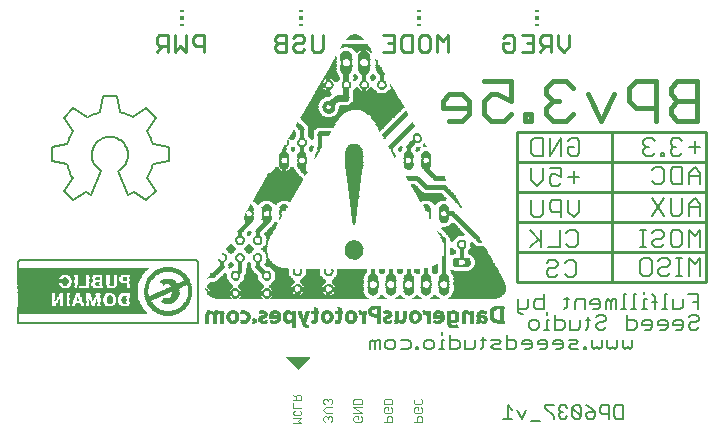
<source format=gbo>
G75*
G70*
%OFA0B0*%
%FSLAX24Y24*%
%IPPOS*%
%LPD*%
%AMOC8*
5,1,8,0,0,1.08239X$1,22.5*
%
%ADD10C,0.0040*%
%ADD11C,0.0180*%
%ADD12C,0.0110*%
%ADD13C,0.0070*%
%ADD14C,0.0080*%
%ADD15C,0.0100*%
%ADD16C,0.0010*%
%ADD17R,0.0118X0.0059*%
%ADD18R,0.0118X0.0118*%
%ADD19R,0.0290X0.0010*%
%ADD20R,0.0120X0.0010*%
%ADD21R,0.0140X0.0010*%
%ADD22R,0.0310X0.0010*%
%ADD23R,0.0130X0.0010*%
%ADD24R,0.0320X0.0010*%
%ADD25R,0.0330X0.0010*%
%ADD26R,0.0160X0.0010*%
%ADD27R,0.0340X0.0010*%
%ADD28R,0.0170X0.0010*%
%ADD29R,0.0180X0.0010*%
%ADD30R,0.0080X0.0010*%
%ADD31R,0.0030X0.0010*%
%ADD32R,0.0200X0.0010*%
%ADD33R,0.0040X0.0010*%
%ADD34R,0.0020X0.0010*%
%ADD35R,0.0150X0.0010*%
%ADD36R,0.0090X0.0010*%
%ADD37R,0.0100X0.0010*%
%ADD38R,0.0110X0.0010*%
%ADD39R,0.0060X0.0010*%
%ADD40R,0.0270X0.0010*%
%ADD41R,0.0250X0.0010*%
%ADD42R,0.0230X0.0010*%
%ADD43R,0.0210X0.0010*%
%ADD44R,0.0240X0.0010*%
%ADD45R,0.0220X0.0010*%
%ADD46R,0.0190X0.0010*%
%ADD47R,0.0260X0.0010*%
%ADD48R,0.0280X0.0010*%
%ADD49R,0.0370X0.0010*%
%ADD50R,0.0300X0.0010*%
%ADD51R,0.0360X0.0010*%
%ADD52R,0.0390X0.0010*%
%ADD53R,0.0350X0.0010*%
%ADD54R,0.0400X0.0010*%
%ADD55R,0.0380X0.0010*%
%ADD56R,0.0410X0.0010*%
%ADD57R,0.0420X0.0010*%
%ADD58R,0.0430X0.0010*%
%ADD59R,0.0070X0.0010*%
%ADD60R,0.0050X0.0010*%
%ADD61R,0.0010X0.0010*%
%ADD62R,0.0620X0.0010*%
%ADD63R,0.0610X0.0010*%
%ADD64R,0.0600X0.0010*%
%ADD65R,0.0450X0.0010*%
%ADD66R,0.0440X0.0010*%
%ADD67R,0.1520X0.0010*%
%ADD68R,0.3290X0.0010*%
%ADD69R,0.0770X0.0010*%
%ADD70R,0.0470X0.0010*%
%ADD71R,0.1590X0.0010*%
%ADD72R,0.3240X0.0010*%
%ADD73R,0.0740X0.0010*%
%ADD74R,0.0560X0.0010*%
%ADD75R,0.1600X0.0010*%
%ADD76R,0.3210X0.0010*%
%ADD77R,0.0720X0.0010*%
%ADD78R,0.0580X0.0010*%
%ADD79R,0.1620X0.0010*%
%ADD80R,0.3190X0.0010*%
%ADD81R,0.0700X0.0010*%
%ADD82R,0.1630X0.0010*%
%ADD83R,0.3170X0.0010*%
%ADD84R,0.0690X0.0010*%
%ADD85R,0.1650X0.0010*%
%ADD86R,0.3160X0.0010*%
%ADD87R,0.0680X0.0010*%
%ADD88R,0.0630X0.0010*%
%ADD89R,0.1670X0.0010*%
%ADD90R,0.3150X0.0010*%
%ADD91R,0.0660X0.0010*%
%ADD92R,0.0650X0.0010*%
%ADD93R,0.1680X0.0010*%
%ADD94R,0.3120X0.0010*%
%ADD95R,0.1690X0.0010*%
%ADD96R,0.3110X0.0010*%
%ADD97R,0.3100X0.0010*%
%ADD98R,0.3220X0.0010*%
%ADD99R,0.0900X0.0010*%
%ADD100R,0.0830X0.0010*%
%ADD101R,0.1700X0.0010*%
%ADD102R,0.1110X0.0010*%
%ADD103R,0.0840X0.0010*%
%ADD104R,0.0860X0.0010*%
%ADD105R,0.0880X0.0010*%
%ADD106R,0.1100X0.0010*%
%ADD107R,0.0820X0.0010*%
%ADD108R,0.0850X0.0010*%
%ADD109R,0.1080X0.0010*%
%ADD110R,0.0800X0.0010*%
%ADD111R,0.1710X0.0010*%
%ADD112R,0.0790X0.0010*%
%ADD113R,0.1720X0.0010*%
%ADD114R,0.1060X0.0010*%
%ADD115R,0.0810X0.0010*%
%ADD116R,0.1030X0.0010*%
%ADD117R,0.0750X0.0010*%
%ADD118R,0.1730X0.0010*%
%ADD119R,0.1020X0.0010*%
%ADD120R,0.0730X0.0010*%
%ADD121R,0.1010X0.0010*%
%ADD122R,0.0710X0.0010*%
%ADD123R,0.0780X0.0010*%
%ADD124R,0.1000X0.0010*%
%ADD125R,0.0990X0.0010*%
%ADD126R,0.0670X0.0010*%
%ADD127R,0.0760X0.0010*%
%ADD128R,0.0980X0.0010*%
%ADD129R,0.0960X0.0010*%
%ADD130R,0.0870X0.0010*%
%ADD131R,0.0950X0.0010*%
%ADD132R,0.0890X0.0010*%
%ADD133R,0.1090X0.0010*%
%ADD134R,0.1070X0.0010*%
%ADD135R,0.0640X0.0010*%
%ADD136R,0.0970X0.0010*%
%ADD137R,0.1040X0.0010*%
%ADD138R,0.1050X0.0010*%
%ADD139R,0.0590X0.0010*%
%ADD140R,0.0570X0.0010*%
%ADD141R,0.0550X0.0010*%
%ADD142R,0.0530X0.0010*%
%ADD143R,0.0510X0.0010*%
%ADD144R,0.1660X0.0010*%
%ADD145R,0.0480X0.0010*%
%ADD146R,0.0460X0.0010*%
%ADD147R,0.1640X0.0010*%
%ADD148R,0.0520X0.0010*%
%ADD149R,0.0940X0.0010*%
%ADD150R,0.0930X0.0010*%
%ADD151R,0.0540X0.0010*%
%ADD152R,0.0500X0.0010*%
%ADD153R,0.1610X0.0010*%
%ADD154R,0.0490X0.0010*%
%ADD155R,0.0920X0.0010*%
%ADD156R,0.0910X0.0010*%
%ADD157R,0.1270X0.0010*%
%ADD158R,0.1260X0.0010*%
%ADD159R,0.1250X0.0010*%
%ADD160R,0.1240X0.0010*%
%ADD161R,0.1220X0.0010*%
%ADD162R,0.1200X0.0010*%
%ADD163R,0.1190X0.0010*%
%ADD164R,0.1170X0.0010*%
%ADD165R,0.1160X0.0010*%
%ADD166R,0.1150X0.0010*%
%ADD167R,0.1130X0.0010*%
%ADD168R,0.1120X0.0010*%
%ADD169R,0.1180X0.0010*%
%ADD170R,0.1230X0.0010*%
%ADD171R,0.1280X0.0010*%
%ADD172R,0.1290X0.0010*%
%ADD173R,0.1210X0.0010*%
%ADD174R,0.1300X0.0010*%
%ADD175R,0.1350X0.0010*%
%ADD176R,0.1390X0.0010*%
%ADD177R,0.1440X0.0010*%
%ADD178R,0.2100X0.0010*%
%ADD179R,0.2110X0.0010*%
%ADD180R,0.2120X0.0010*%
%ADD181R,0.2130X0.0010*%
%ADD182R,0.2140X0.0010*%
%ADD183R,0.2150X0.0010*%
%ADD184R,0.2160X0.0010*%
%ADD185R,0.2170X0.0010*%
%ADD186R,0.2090X0.0010*%
%ADD187R,0.1840X0.0010*%
%ADD188R,0.1810X0.0010*%
%ADD189R,0.1790X0.0010*%
%ADD190R,0.1750X0.0010*%
%ADD191R,0.1570X0.0010*%
%ADD192R,0.1560X0.0010*%
%ADD193R,0.1550X0.0010*%
%ADD194R,0.1540X0.0010*%
%ADD195R,0.1530X0.0010*%
%ADD196R,0.1510X0.0010*%
%ADD197R,0.1500X0.0010*%
%ADD198R,0.1490X0.0010*%
%ADD199R,0.1480X0.0010*%
%ADD200R,0.1470X0.0010*%
%ADD201R,0.1460X0.0010*%
%ADD202R,0.1450X0.0010*%
%ADD203R,0.1430X0.0010*%
%ADD204C,0.0060*%
%ADD205R,0.6045X0.0015*%
%ADD206R,0.6045X0.0015*%
%ADD207R,0.0045X0.0015*%
%ADD208R,0.0045X0.0015*%
%ADD209R,0.0165X0.0015*%
%ADD210R,0.0345X0.0015*%
%ADD211R,0.0465X0.0015*%
%ADD212R,0.0555X0.0015*%
%ADD213R,0.0630X0.0015*%
%ADD214R,0.0705X0.0015*%
%ADD215R,0.4335X0.0015*%
%ADD216R,0.0765X0.0015*%
%ADD217R,0.4320X0.0015*%
%ADD218R,0.0795X0.0015*%
%ADD219R,0.4305X0.0015*%
%ADD220R,0.0855X0.0015*%
%ADD221R,0.4290X0.0015*%
%ADD222R,0.0915X0.0015*%
%ADD223R,0.4275X0.0015*%
%ADD224R,0.0360X0.0015*%
%ADD225R,0.4260X0.0015*%
%ADD226R,0.0315X0.0015*%
%ADD227R,0.4245X0.0015*%
%ADD228R,0.0300X0.0015*%
%ADD229R,0.4230X0.0015*%
%ADD230R,0.0270X0.0015*%
%ADD231R,0.0255X0.0015*%
%ADD232R,0.4215X0.0015*%
%ADD233R,0.0240X0.0015*%
%ADD234R,0.4200X0.0015*%
%ADD235R,0.0225X0.0015*%
%ADD236R,0.4185X0.0015*%
%ADD237R,0.0210X0.0015*%
%ADD238R,0.4170X0.0015*%
%ADD239R,0.4155X0.0015*%
%ADD240R,0.0195X0.0015*%
%ADD241R,0.0405X0.0015*%
%ADD242R,0.0105X0.0015*%
%ADD243R,0.0060X0.0015*%
%ADD244R,0.0075X0.0015*%
%ADD245R,0.0180X0.0015*%
%ADD246R,0.1155X0.0015*%
%ADD247R,0.0390X0.0015*%
%ADD248R,0.0090X0.0015*%
%ADD249R,0.0150X0.0015*%
%ADD250R,0.0135X0.0015*%
%ADD251R,0.0375X0.0015*%
%ADD252R,0.0120X0.0015*%
%ADD253R,0.0330X0.0015*%
%ADD254R,0.0435X0.0015*%
%ADD255R,0.0030X0.0015*%
%ADD256R,0.0480X0.0015*%
%ADD257R,0.0495X0.0015*%
%ADD258R,0.0015X0.0015*%
%ADD259R,0.0285X0.0015*%
%ADD260R,0.0450X0.0015*%
%ADD261R,0.0525X0.0015*%
%ADD262R,0.0885X0.0015*%
%ADD263R,0.3015X0.0015*%
%ADD264R,0.4020X0.0015*%
%ADD265R,0.0600X0.0015*%
%ADD266R,0.0570X0.0015*%
%ADD267R,0.0825X0.0015*%
%ADD268R,0.1440X0.0015*%
%ADD269R,0.1545X0.0015*%
%ADD270R,0.1500X0.0015*%
%ADD271R,0.1485X0.0015*%
%ADD272R,0.1455X0.0015*%
%ADD273R,0.1425X0.0015*%
%ADD274R,0.0510X0.0015*%
%ADD275R,0.0720X0.0015*%
%ADD276R,0.1410X0.0015*%
%ADD277R,0.0750X0.0015*%
%ADD278R,0.0945X0.0015*%
%ADD279R,0.0420X0.0015*%
%ADD280R,0.1395X0.0015*%
%ADD281R,0.1710X0.0015*%
%ADD282R,0.1695X0.0015*%
%ADD283R,0.1515X0.0015*%
%ADD284R,0.2565X0.0015*%
%ADD285R,0.1575X0.0015*%
%ADD286R,0.4350X0.0015*%
%ADD287R,0.4365X0.0015*%
%ADD288R,0.4395X0.0015*%
%ADD289R,0.0060X0.0015*%
%ADD290R,0.5985X0.0015*%
%ADD291R,0.5955X0.0015*%
%ADD292R,0.5910X0.0015*%
D10*
X014060Y004696D02*
X014301Y004696D01*
X014221Y004776D01*
X014301Y004856D01*
X014060Y004856D01*
X014100Y004954D02*
X014060Y004994D01*
X014060Y005074D01*
X014100Y005114D01*
X014060Y005211D02*
X014060Y005372D01*
X014060Y005469D02*
X014301Y005469D01*
X014301Y005589D01*
X014261Y005629D01*
X014180Y005629D01*
X014140Y005589D01*
X014140Y005469D01*
X014140Y005549D02*
X014060Y005629D01*
X014060Y005211D02*
X014301Y005211D01*
X014261Y005114D02*
X014301Y005074D01*
X014301Y004994D01*
X014261Y004954D01*
X014100Y004954D01*
X015060Y004875D02*
X015060Y004782D01*
X015107Y004735D01*
X015201Y004829D02*
X015201Y004875D01*
X015154Y004922D01*
X015107Y004922D01*
X015060Y004875D01*
X015201Y004875D02*
X015247Y004922D01*
X015294Y004922D01*
X015341Y004875D01*
X015341Y004782D01*
X015294Y004735D01*
X015341Y005030D02*
X015154Y005030D01*
X015060Y005123D01*
X015154Y005217D01*
X015341Y005217D01*
X015294Y005325D02*
X015341Y005371D01*
X015341Y005465D01*
X015294Y005511D01*
X015247Y005511D01*
X015201Y005465D01*
X015154Y005511D01*
X015107Y005511D01*
X015060Y005465D01*
X015060Y005371D01*
X015107Y005325D01*
X015201Y005418D02*
X015201Y005465D01*
X016060Y005465D02*
X016060Y005325D01*
X016341Y005325D01*
X016341Y005465D01*
X016294Y005511D01*
X016107Y005511D01*
X016060Y005465D01*
X016060Y005217D02*
X016341Y005217D01*
X016341Y005030D02*
X016060Y005030D01*
X016107Y004922D02*
X016201Y004922D01*
X016201Y004829D01*
X016294Y004922D02*
X016341Y004875D01*
X016341Y004782D01*
X016294Y004735D01*
X016107Y004735D01*
X016060Y004782D01*
X016060Y004875D01*
X016107Y004922D01*
X016341Y005030D02*
X016060Y005217D01*
X017079Y005170D02*
X017079Y005077D01*
X017125Y005030D01*
X017312Y005030D01*
X017359Y005077D01*
X017359Y005170D01*
X017312Y005217D01*
X017219Y005217D02*
X017219Y005123D01*
X017219Y005217D02*
X017125Y005217D01*
X017079Y005170D01*
X017079Y005325D02*
X017079Y005465D01*
X017125Y005511D01*
X017312Y005511D01*
X017359Y005465D01*
X017359Y005325D01*
X017079Y005325D01*
X017219Y004922D02*
X017172Y004875D01*
X017172Y004735D01*
X017079Y004735D02*
X017359Y004735D01*
X017359Y004875D01*
X017312Y004922D01*
X017219Y004922D01*
X018079Y005077D02*
X018079Y005170D01*
X018125Y005217D01*
X018219Y005217D01*
X018219Y005123D01*
X018312Y005030D02*
X018125Y005030D01*
X018079Y005077D01*
X018219Y004922D02*
X018172Y004875D01*
X018172Y004735D01*
X018079Y004735D02*
X018359Y004735D01*
X018359Y004875D01*
X018312Y004922D01*
X018219Y004922D01*
X018312Y005030D02*
X018359Y005077D01*
X018359Y005170D01*
X018312Y005217D01*
X018312Y005325D02*
X018125Y005325D01*
X018079Y005371D01*
X018079Y005465D01*
X018125Y005511D01*
X018312Y005511D02*
X018359Y005465D01*
X018359Y005371D01*
X018312Y005325D01*
D11*
X019253Y014773D02*
X019693Y014773D01*
X019913Y014993D01*
X019913Y015433D01*
X019693Y015653D01*
X019253Y015653D01*
X019032Y015433D01*
X019032Y015213D01*
X019913Y015213D01*
X020414Y015433D02*
X020414Y014993D01*
X020634Y014773D01*
X021074Y014773D01*
X021294Y014993D01*
X021765Y014993D02*
X021765Y014773D01*
X021985Y014773D01*
X021985Y014993D01*
X021765Y014993D01*
X021294Y015433D02*
X020854Y015653D01*
X020634Y015653D01*
X020414Y015433D01*
X020414Y016094D02*
X021294Y016094D01*
X021294Y015433D01*
X022485Y015213D02*
X022485Y014993D01*
X022705Y014773D01*
X023146Y014773D01*
X023366Y014993D01*
X022926Y015433D02*
X022705Y015433D01*
X022485Y015213D01*
X022705Y015433D02*
X022485Y015653D01*
X022485Y015874D01*
X022705Y016094D01*
X023146Y016094D01*
X023366Y015874D01*
X023866Y015653D02*
X024307Y014773D01*
X024747Y015653D01*
X025248Y015433D02*
X025468Y015213D01*
X026128Y015213D01*
X026629Y015213D02*
X026629Y014993D01*
X026849Y014773D01*
X027509Y014773D01*
X027509Y016094D01*
X026849Y016094D01*
X026629Y015874D01*
X026629Y015653D01*
X026849Y015433D01*
X027509Y015433D01*
X026849Y015433D02*
X026629Y015213D01*
X026128Y014773D02*
X026128Y016094D01*
X025468Y016094D01*
X025248Y015874D01*
X025248Y015433D01*
D12*
X023245Y017256D02*
X023062Y017073D01*
X022879Y017256D01*
X022879Y017623D01*
X022638Y017623D02*
X022363Y017623D01*
X022271Y017531D01*
X022271Y017348D01*
X022363Y017256D01*
X022638Y017256D01*
X022638Y017073D02*
X022638Y017623D01*
X022454Y017256D02*
X022271Y017073D01*
X022030Y017073D02*
X021663Y017073D01*
X021422Y017164D02*
X021331Y017073D01*
X021147Y017073D01*
X021055Y017164D01*
X021055Y017348D01*
X021239Y017348D01*
X021422Y017531D02*
X021422Y017164D01*
X021422Y017531D02*
X021331Y017623D01*
X021147Y017623D01*
X021055Y017531D01*
X021663Y017623D02*
X022030Y017623D01*
X022030Y017073D01*
X022030Y017348D02*
X021847Y017348D01*
X023245Y017256D02*
X023245Y017623D01*
X019222Y017623D02*
X019222Y017073D01*
X018855Y017073D02*
X018855Y017623D01*
X019039Y017440D01*
X019222Y017623D01*
X018615Y017531D02*
X018615Y017164D01*
X018523Y017073D01*
X018339Y017073D01*
X018248Y017164D01*
X018248Y017531D01*
X018339Y017623D01*
X018523Y017623D01*
X018615Y017531D01*
X018007Y017623D02*
X018007Y017073D01*
X017732Y017073D01*
X017640Y017164D01*
X017640Y017531D01*
X017732Y017623D01*
X018007Y017623D01*
X017399Y017623D02*
X017399Y017073D01*
X017032Y017073D01*
X017216Y017348D02*
X017399Y017348D01*
X017399Y017623D02*
X017032Y017623D01*
X015030Y017623D02*
X015030Y017164D01*
X014939Y017073D01*
X014755Y017073D01*
X014664Y017164D01*
X014664Y017623D01*
X014423Y017531D02*
X014331Y017623D01*
X014148Y017623D01*
X014056Y017531D01*
X014148Y017348D02*
X014056Y017256D01*
X014056Y017164D01*
X014148Y017073D01*
X014331Y017073D01*
X014423Y017164D01*
X014331Y017348D02*
X014148Y017348D01*
X014331Y017348D02*
X014423Y017440D01*
X014423Y017531D01*
X013815Y017623D02*
X013815Y017073D01*
X013540Y017073D01*
X013448Y017164D01*
X013448Y017256D01*
X013540Y017348D01*
X013815Y017348D01*
X013815Y017623D02*
X013540Y017623D01*
X013448Y017531D01*
X013448Y017440D01*
X013540Y017348D01*
X011078Y017256D02*
X010803Y017256D01*
X010711Y017348D01*
X010711Y017531D01*
X010803Y017623D01*
X011078Y017623D01*
X011078Y017073D01*
X010470Y017073D02*
X010287Y017256D01*
X010103Y017073D01*
X010103Y017623D01*
X009862Y017623D02*
X009587Y017623D01*
X009496Y017531D01*
X009496Y017348D01*
X009587Y017256D01*
X009862Y017256D01*
X009679Y017256D02*
X009496Y017073D01*
X009862Y017073D02*
X009862Y017623D01*
X010470Y017623D02*
X010470Y017073D01*
D13*
X021552Y008821D02*
X021552Y008412D01*
X021633Y008330D01*
X021715Y008330D01*
X021797Y008494D02*
X021552Y008494D01*
X021797Y008494D02*
X021879Y008576D01*
X021879Y008821D01*
X022067Y008739D02*
X022149Y008821D01*
X022394Y008821D01*
X022394Y008984D02*
X022394Y008494D01*
X022149Y008494D01*
X022067Y008576D01*
X022067Y008739D01*
X022501Y008384D02*
X022501Y008302D01*
X022501Y008139D02*
X022501Y007812D01*
X022583Y007812D02*
X022419Y007812D01*
X022239Y007893D02*
X022239Y008057D01*
X022157Y008139D01*
X021994Y008139D01*
X021912Y008057D01*
X021912Y007893D01*
X021994Y007812D01*
X022157Y007812D01*
X022239Y007893D01*
X022771Y007812D02*
X023017Y007812D01*
X023098Y007893D01*
X023098Y008057D01*
X023017Y008139D01*
X022771Y008139D01*
X022771Y008302D02*
X022771Y007812D01*
X022794Y007478D02*
X022712Y007396D01*
X022712Y007315D01*
X023039Y007315D01*
X023039Y007396D02*
X022957Y007478D01*
X022794Y007478D01*
X023039Y007396D02*
X023039Y007233D01*
X022957Y007151D01*
X022794Y007151D01*
X022523Y007233D02*
X022523Y007396D01*
X022442Y007478D01*
X022278Y007478D01*
X022196Y007396D01*
X022196Y007315D01*
X022523Y007315D01*
X022523Y007233D02*
X022442Y007151D01*
X022278Y007151D01*
X022008Y007233D02*
X022008Y007396D01*
X021926Y007478D01*
X021763Y007478D01*
X021681Y007396D01*
X021681Y007315D01*
X022008Y007315D01*
X022008Y007233D02*
X021926Y007151D01*
X021763Y007151D01*
X021492Y007233D02*
X021492Y007396D01*
X021410Y007478D01*
X021165Y007478D01*
X021165Y007641D02*
X021165Y007151D01*
X021410Y007151D01*
X021492Y007233D01*
X020976Y007151D02*
X020731Y007151D01*
X020650Y007233D01*
X020731Y007315D01*
X020895Y007315D01*
X020976Y007396D01*
X020895Y007478D01*
X020650Y007478D01*
X020461Y007478D02*
X020297Y007478D01*
X020379Y007560D02*
X020379Y007233D01*
X020297Y007151D01*
X020117Y007233D02*
X020035Y007151D01*
X019790Y007151D01*
X019790Y007478D01*
X019601Y007396D02*
X019601Y007233D01*
X019520Y007151D01*
X019275Y007151D01*
X019275Y007641D01*
X019275Y007478D02*
X019520Y007478D01*
X019601Y007396D01*
X019086Y007478D02*
X019004Y007478D01*
X019004Y007151D01*
X019086Y007151D02*
X018922Y007151D01*
X018742Y007233D02*
X018660Y007151D01*
X018497Y007151D01*
X018415Y007233D01*
X018415Y007396D01*
X018497Y007478D01*
X018660Y007478D01*
X018742Y007396D01*
X018742Y007233D01*
X018226Y007233D02*
X018145Y007233D01*
X018145Y007151D01*
X018226Y007151D01*
X018226Y007233D01*
X017969Y007233D02*
X017969Y007396D01*
X017887Y007478D01*
X017642Y007478D01*
X017453Y007396D02*
X017453Y007233D01*
X017371Y007151D01*
X017208Y007151D01*
X017126Y007233D01*
X017126Y007396D01*
X017208Y007478D01*
X017371Y007478D01*
X017453Y007396D01*
X017642Y007151D02*
X017887Y007151D01*
X017969Y007233D01*
X016937Y007151D02*
X016937Y007478D01*
X016856Y007478D01*
X016774Y007396D01*
X016692Y007478D01*
X016611Y007396D01*
X016611Y007151D01*
X016774Y007151D02*
X016774Y007396D01*
X019004Y007641D02*
X019004Y007723D01*
X020117Y007478D02*
X020117Y007233D01*
X022501Y008139D02*
X022583Y008139D01*
X023090Y008494D02*
X023172Y008576D01*
X023172Y008903D01*
X023254Y008821D02*
X023090Y008821D01*
X023442Y008739D02*
X023442Y008494D01*
X023442Y008739D02*
X023524Y008821D01*
X023769Y008821D01*
X023769Y008494D01*
X023958Y008657D02*
X024285Y008657D01*
X024285Y008576D02*
X024285Y008739D01*
X024203Y008821D01*
X024040Y008821D01*
X023958Y008739D01*
X023958Y008657D01*
X024040Y008494D02*
X024203Y008494D01*
X024285Y008576D01*
X024474Y008494D02*
X024474Y008739D01*
X024555Y008821D01*
X024637Y008739D01*
X024637Y008494D01*
X024800Y008494D02*
X024800Y008821D01*
X024719Y008821D01*
X024637Y008739D01*
X024981Y008494D02*
X025144Y008494D01*
X025062Y008494D02*
X025062Y008984D01*
X025144Y008984D01*
X025406Y008984D02*
X025406Y008494D01*
X025488Y008494D02*
X025324Y008494D01*
X025178Y008302D02*
X025178Y007812D01*
X025423Y007812D01*
X025505Y007893D01*
X025505Y008057D01*
X025423Y008139D01*
X025178Y008139D01*
X025693Y008057D02*
X025693Y007975D01*
X026020Y007975D01*
X026020Y007893D02*
X026020Y008057D01*
X025939Y008139D01*
X025775Y008139D01*
X025693Y008057D01*
X025775Y007812D02*
X025939Y007812D01*
X026020Y007893D01*
X026209Y007975D02*
X026536Y007975D01*
X026536Y007893D02*
X026536Y008057D01*
X026454Y008139D01*
X026291Y008139D01*
X026209Y008057D01*
X026209Y007975D01*
X026291Y007812D02*
X026454Y007812D01*
X026536Y007893D01*
X026725Y007975D02*
X027052Y007975D01*
X027052Y007893D02*
X027052Y008057D01*
X026970Y008139D01*
X026806Y008139D01*
X026725Y008057D01*
X026725Y007975D01*
X026806Y007812D02*
X026970Y007812D01*
X027052Y007893D01*
X027240Y007893D02*
X027240Y007975D01*
X027322Y008057D01*
X027485Y008057D01*
X027567Y008139D01*
X027567Y008220D01*
X027485Y008302D01*
X027322Y008302D01*
X027240Y008220D01*
X026953Y008494D02*
X026708Y008494D01*
X026708Y008821D01*
X026519Y008984D02*
X026437Y008984D01*
X026437Y008494D01*
X026356Y008494D02*
X026519Y008494D01*
X026175Y008739D02*
X026012Y008739D01*
X026094Y008903D02*
X026094Y008494D01*
X025832Y008494D02*
X025668Y008494D01*
X025750Y008494D02*
X025750Y008821D01*
X025832Y008821D01*
X025750Y008984D02*
X025750Y009066D01*
X026012Y008984D02*
X026094Y008903D01*
X025488Y008984D02*
X025406Y008984D01*
X024473Y008220D02*
X024473Y008139D01*
X024392Y008057D01*
X024228Y008057D01*
X024146Y007975D01*
X024146Y007893D01*
X024228Y007812D01*
X024392Y007812D01*
X024473Y007893D01*
X024473Y008220D02*
X024392Y008302D01*
X024228Y008302D01*
X024146Y008220D01*
X023958Y008139D02*
X023794Y008139D01*
X023876Y008220D02*
X023876Y007893D01*
X023794Y007812D01*
X023614Y007893D02*
X023532Y007812D01*
X023287Y007812D01*
X023287Y008139D01*
X023614Y008139D02*
X023614Y007893D01*
X023473Y007478D02*
X023228Y007478D01*
X023309Y007315D02*
X023473Y007315D01*
X023555Y007396D01*
X023473Y007478D01*
X023309Y007315D02*
X023228Y007233D01*
X023309Y007151D01*
X023555Y007151D01*
X023731Y007151D02*
X023812Y007151D01*
X023812Y007233D01*
X023731Y007233D01*
X023731Y007151D01*
X024001Y007233D02*
X024001Y007478D01*
X024001Y007233D02*
X024083Y007151D01*
X024165Y007233D01*
X024246Y007151D01*
X024328Y007233D01*
X024328Y007478D01*
X024517Y007478D02*
X024517Y007233D01*
X024599Y007151D01*
X024680Y007233D01*
X024762Y007151D01*
X024844Y007233D01*
X024844Y007478D01*
X025032Y007478D02*
X025032Y007233D01*
X025114Y007151D01*
X025196Y007233D01*
X025278Y007151D01*
X025359Y007233D01*
X025359Y007478D01*
X026953Y008494D02*
X027035Y008576D01*
X027035Y008821D01*
X027224Y008984D02*
X027550Y008984D01*
X027550Y008494D01*
X027550Y008739D02*
X027387Y008739D01*
X027240Y007893D02*
X027322Y007812D01*
X027485Y007812D01*
X027567Y007893D01*
D14*
X027622Y009601D02*
X027622Y010182D01*
X027429Y009988D01*
X027235Y010182D01*
X027235Y009601D01*
X027015Y009601D02*
X026821Y009601D01*
X026918Y009601D02*
X026918Y010182D01*
X027015Y010182D02*
X026821Y010182D01*
X026610Y010085D02*
X026610Y009988D01*
X026513Y009892D01*
X026319Y009892D01*
X026223Y009795D01*
X026223Y009698D01*
X026319Y009601D01*
X026513Y009601D01*
X026610Y009698D01*
X026002Y009698D02*
X025905Y009601D01*
X025712Y009601D01*
X025615Y009698D01*
X025615Y010085D01*
X025712Y010182D01*
X025905Y010182D01*
X026002Y010085D01*
X026002Y009698D01*
X026223Y010085D02*
X026319Y010182D01*
X026513Y010182D01*
X026610Y010085D01*
X026724Y010551D02*
X026628Y010648D01*
X026628Y011035D01*
X026724Y011132D01*
X026918Y011132D01*
X027015Y011035D01*
X027015Y010648D01*
X026918Y010551D01*
X026724Y010551D01*
X026407Y010648D02*
X026310Y010551D01*
X026117Y010551D01*
X026020Y010648D01*
X026020Y010745D01*
X026117Y010842D01*
X026310Y010842D01*
X026407Y010938D01*
X026407Y011035D01*
X026310Y011132D01*
X026117Y011132D01*
X026020Y011035D01*
X025799Y011132D02*
X025606Y011132D01*
X025703Y011132D02*
X025703Y010551D01*
X025799Y010551D02*
X025606Y010551D01*
X027235Y010551D02*
X027235Y011132D01*
X027429Y010938D01*
X027622Y011132D01*
X027622Y010551D01*
X027622Y011601D02*
X027622Y011988D01*
X027429Y012182D01*
X027235Y011988D01*
X027235Y011601D01*
X027015Y011698D02*
X026918Y011601D01*
X026724Y011601D01*
X026628Y011698D01*
X026628Y012182D01*
X026407Y012182D02*
X026020Y011601D01*
X026407Y011601D02*
X026020Y012182D01*
X027015Y012182D02*
X027015Y011698D01*
X027235Y011892D02*
X027622Y011892D01*
X027622Y012651D02*
X027622Y013038D01*
X027429Y013232D01*
X027235Y013038D01*
X027235Y012651D01*
X027015Y012651D02*
X026724Y012651D01*
X026628Y012748D01*
X026628Y013135D01*
X026724Y013232D01*
X027015Y013232D01*
X027015Y012651D01*
X027235Y012942D02*
X027622Y012942D01*
X026918Y013601D02*
X027015Y013698D01*
X026918Y013601D02*
X026724Y013601D01*
X026628Y013698D01*
X026628Y013795D01*
X026724Y013892D01*
X026821Y013892D01*
X026724Y013892D02*
X026628Y013988D01*
X026628Y014085D01*
X026724Y014182D01*
X026918Y014182D01*
X027015Y014085D01*
X027235Y013892D02*
X027622Y013892D01*
X027429Y014085D02*
X027429Y013698D01*
X026407Y013698D02*
X026407Y013601D01*
X026310Y013601D01*
X026310Y013698D01*
X026407Y013698D01*
X026103Y013698D02*
X026006Y013601D01*
X025813Y013601D01*
X025716Y013698D01*
X025716Y013795D01*
X025813Y013892D01*
X025910Y013892D01*
X025813Y013892D02*
X025716Y013988D01*
X025716Y014085D01*
X025813Y014182D01*
X026006Y014182D01*
X026103Y014085D01*
X026117Y013232D02*
X026310Y013232D01*
X026407Y013135D01*
X026407Y012748D01*
X026310Y012651D01*
X026117Y012651D01*
X026020Y012748D01*
X026020Y013135D02*
X026117Y013232D01*
X023591Y012892D02*
X023204Y012892D01*
X022984Y012892D02*
X022984Y013182D01*
X022597Y013182D01*
X022693Y012988D02*
X022597Y012892D01*
X022597Y012698D01*
X022693Y012601D01*
X022887Y012601D01*
X022984Y012698D01*
X022984Y012892D02*
X022790Y012988D01*
X022693Y012988D01*
X022376Y012795D02*
X022182Y012601D01*
X021989Y012795D01*
X021989Y013182D01*
X022376Y013182D02*
X022376Y012795D01*
X022376Y012132D02*
X022376Y011648D01*
X022279Y011551D01*
X022086Y011551D01*
X021989Y011648D01*
X021989Y012132D01*
X022597Y012035D02*
X022597Y011842D01*
X022693Y011745D01*
X022984Y011745D01*
X022984Y011551D02*
X022984Y012132D01*
X022693Y012132D01*
X022597Y012035D01*
X023204Y012132D02*
X023204Y011745D01*
X023398Y011551D01*
X023591Y011745D01*
X023591Y012132D01*
X023398Y012698D02*
X023398Y013085D01*
X023495Y013601D02*
X023301Y013601D01*
X023204Y013698D01*
X023204Y013892D01*
X023398Y013892D01*
X023591Y014085D02*
X023591Y013698D01*
X023495Y013601D01*
X022984Y013601D02*
X022984Y014182D01*
X022597Y013601D01*
X022597Y014182D01*
X022376Y014182D02*
X022086Y014182D01*
X021989Y014085D01*
X021989Y013698D01*
X022086Y013601D01*
X022376Y013601D01*
X022376Y014182D01*
X023204Y014085D02*
X023301Y014182D01*
X023495Y014182D01*
X023591Y014085D01*
X023445Y011132D02*
X023541Y011035D01*
X023541Y010648D01*
X023445Y010551D01*
X023251Y010551D01*
X023154Y010648D01*
X022934Y010551D02*
X022547Y010551D01*
X022326Y010551D02*
X022326Y011132D01*
X022326Y010745D02*
X021939Y011132D01*
X022229Y010842D02*
X021939Y010551D01*
X022494Y010046D02*
X022590Y010142D01*
X022784Y010142D01*
X022880Y010046D01*
X022880Y009949D01*
X022784Y009852D01*
X022590Y009852D01*
X022494Y009755D01*
X022494Y009659D01*
X022590Y009562D01*
X022784Y009562D01*
X022880Y009659D01*
X023101Y009659D02*
X023198Y009562D01*
X023391Y009562D01*
X023488Y009659D01*
X023488Y010046D01*
X023391Y010142D01*
X023198Y010142D01*
X023101Y010046D01*
X022934Y010551D02*
X022934Y011132D01*
X023154Y011035D02*
X023251Y011132D01*
X023445Y011132D01*
X009894Y013436D02*
X009894Y013886D01*
X009364Y013986D01*
X009174Y014426D02*
X009484Y014876D01*
X009154Y015196D01*
X008704Y014886D01*
X008274Y015066D02*
X008174Y015606D01*
X007714Y015606D01*
X007614Y015066D01*
X007184Y014886D02*
X006724Y015196D01*
X006404Y014876D01*
X006714Y014426D01*
X006524Y013986D02*
X005994Y013886D01*
X005994Y013436D01*
X006514Y013336D01*
X006694Y012876D02*
X006404Y012446D01*
X006724Y012126D01*
X007144Y012406D01*
X007324Y012306D01*
X007654Y013106D01*
X008224Y013106D02*
X008554Y012306D01*
X008734Y012406D01*
X009154Y012116D01*
X009484Y012446D01*
X009184Y012876D01*
X009374Y013336D02*
X009894Y013436D01*
X008705Y014886D02*
X008647Y014919D01*
X008588Y014949D01*
X008527Y014976D01*
X008466Y015000D01*
X008403Y015022D01*
X008339Y015041D01*
X008275Y015056D01*
X009174Y014426D02*
X009210Y014368D01*
X009243Y014307D01*
X009274Y014245D01*
X009301Y014182D01*
X009325Y014118D01*
X009346Y014052D01*
X009364Y013986D01*
X007615Y015056D02*
X007541Y015037D01*
X007469Y015014D01*
X007398Y014987D01*
X007328Y014957D01*
X007261Y014923D01*
X007195Y014886D01*
X007654Y013106D02*
X007612Y013130D01*
X007573Y013158D01*
X007536Y013189D01*
X007501Y013223D01*
X007469Y013259D01*
X007441Y013298D01*
X007415Y013339D01*
X007393Y013382D01*
X007375Y013427D01*
X007360Y013473D01*
X007348Y013520D01*
X007341Y013567D01*
X007337Y013615D01*
X007338Y013664D01*
X007342Y013712D01*
X007350Y013759D01*
X007362Y013806D01*
X007377Y013852D01*
X007396Y013896D01*
X007419Y013939D01*
X007445Y013980D01*
X007474Y014018D01*
X007506Y014054D01*
X007541Y014088D01*
X007579Y014118D01*
X007618Y014145D01*
X007660Y014170D01*
X007704Y014190D01*
X007749Y014207D01*
X007795Y014221D01*
X007843Y014230D01*
X007891Y014236D01*
X007939Y014238D01*
X007987Y014236D01*
X008035Y014230D01*
X008083Y014221D01*
X008129Y014207D01*
X008174Y014190D01*
X008218Y014170D01*
X008260Y014145D01*
X008299Y014118D01*
X008337Y014088D01*
X008372Y014054D01*
X008404Y014018D01*
X008433Y013980D01*
X008459Y013939D01*
X008482Y013896D01*
X008501Y013852D01*
X008516Y013806D01*
X008528Y013759D01*
X008536Y013712D01*
X008540Y013664D01*
X008541Y013615D01*
X008537Y013567D01*
X008530Y013520D01*
X008518Y013473D01*
X008503Y013427D01*
X008485Y013382D01*
X008463Y013339D01*
X008437Y013298D01*
X008409Y013259D01*
X008377Y013223D01*
X008342Y013189D01*
X008305Y013158D01*
X008266Y013130D01*
X008224Y013106D01*
X006694Y012875D02*
X006659Y012937D01*
X006626Y013000D01*
X006597Y013065D01*
X006572Y013131D01*
X006549Y013198D01*
X006530Y013266D01*
X006514Y013336D01*
X009184Y012875D02*
X009219Y012937D01*
X009252Y013000D01*
X009281Y013065D01*
X009306Y013131D01*
X009329Y013198D01*
X009348Y013266D01*
X009364Y013336D01*
X006714Y014426D02*
X006678Y014367D01*
X006645Y014307D01*
X006615Y014245D01*
X006588Y014182D01*
X006563Y014118D01*
X006542Y014053D01*
X006524Y013986D01*
D15*
X021520Y014400D02*
X021520Y013400D01*
X027820Y013400D01*
X027820Y014400D01*
X024670Y014400D01*
X024670Y009400D01*
X027820Y009400D01*
X027820Y010400D01*
X021520Y010400D01*
X021520Y009400D01*
X024670Y009400D01*
X027820Y010400D02*
X027820Y011400D01*
X021520Y011400D01*
X021520Y010400D01*
X021520Y011400D02*
X021520Y012400D01*
X027820Y012400D01*
X027820Y013400D01*
X027820Y012400D02*
X027820Y011400D01*
X024670Y014400D02*
X021520Y014400D01*
X021520Y013400D02*
X021520Y012400D01*
D16*
X014197Y006513D02*
X013804Y006906D01*
X014591Y006906D01*
X014197Y006513D01*
X014189Y006521D02*
X014206Y006521D01*
X014215Y006530D02*
X014180Y006530D01*
X014172Y006538D02*
X014223Y006538D01*
X014232Y006547D02*
X014163Y006547D01*
X014155Y006555D02*
X014240Y006555D01*
X014249Y006564D02*
X014146Y006564D01*
X014138Y006572D02*
X014257Y006572D01*
X014266Y006581D02*
X014129Y006581D01*
X014121Y006590D02*
X014274Y006590D01*
X014283Y006598D02*
X014112Y006598D01*
X014104Y006607D02*
X014291Y006607D01*
X014300Y006615D02*
X014095Y006615D01*
X014086Y006624D02*
X014309Y006624D01*
X014317Y006632D02*
X014078Y006632D01*
X014069Y006641D02*
X014326Y006641D01*
X014334Y006649D02*
X014061Y006649D01*
X014052Y006658D02*
X014343Y006658D01*
X014351Y006666D02*
X014044Y006666D01*
X014035Y006675D02*
X014360Y006675D01*
X014368Y006684D02*
X014027Y006684D01*
X014018Y006692D02*
X014377Y006692D01*
X014385Y006701D02*
X014010Y006701D01*
X014001Y006709D02*
X014394Y006709D01*
X014402Y006718D02*
X013992Y006718D01*
X013984Y006726D02*
X014411Y006726D01*
X014420Y006735D02*
X013975Y006735D01*
X013967Y006743D02*
X014428Y006743D01*
X014437Y006752D02*
X013958Y006752D01*
X013950Y006760D02*
X014445Y006760D01*
X014454Y006769D02*
X013941Y006769D01*
X013933Y006778D02*
X014462Y006778D01*
X014471Y006786D02*
X013924Y006786D01*
X013916Y006795D02*
X014479Y006795D01*
X014488Y006803D02*
X013907Y006803D01*
X013899Y006812D02*
X014496Y006812D01*
X014505Y006820D02*
X013890Y006820D01*
X013881Y006829D02*
X014514Y006829D01*
X014522Y006837D02*
X013873Y006837D01*
X013864Y006846D02*
X014531Y006846D01*
X014539Y006854D02*
X013856Y006854D01*
X013847Y006863D02*
X014548Y006863D01*
X014556Y006871D02*
X013839Y006871D01*
X013830Y006880D02*
X014565Y006880D01*
X014573Y006889D02*
X013822Y006889D01*
X013813Y006897D02*
X014582Y006897D01*
X014590Y006906D02*
X013805Y006906D01*
D17*
X014296Y017963D03*
X014296Y018435D03*
X010359Y018435D03*
X010359Y017963D03*
X018233Y017963D03*
X018233Y018435D03*
X022170Y018435D03*
X022170Y017963D03*
D18*
X022170Y018199D03*
X018233Y018199D03*
X014296Y018199D03*
X010359Y018199D03*
D19*
X014971Y015760D03*
X015351Y016420D03*
X015351Y016430D03*
X016651Y015740D03*
X017311Y015700D03*
X015691Y015060D03*
X015461Y014870D03*
X016981Y014590D03*
X017891Y013640D03*
X018481Y013640D03*
X018481Y013230D03*
X018481Y013220D03*
X017891Y013220D03*
X018271Y012350D03*
X019071Y011880D03*
X019071Y011870D03*
X019071Y011860D03*
X019321Y011660D03*
X019071Y011450D03*
X019071Y011440D03*
X019351Y011240D03*
X019391Y010900D03*
X019071Y009580D03*
X018481Y009580D03*
X017901Y009010D03*
X017301Y009010D03*
X016711Y009010D03*
X016711Y009020D03*
X016711Y009580D03*
X016091Y010170D03*
X013241Y009990D03*
X012571Y010440D03*
X012571Y010510D03*
X011981Y010510D03*
X011981Y010440D03*
X012201Y009740D03*
X011701Y009460D03*
X013451Y008370D03*
X013051Y008070D03*
X013051Y008060D03*
X012451Y008080D03*
X012451Y008090D03*
X012441Y008070D03*
X015191Y008040D03*
X015181Y008380D03*
X015981Y008040D03*
X016821Y008230D03*
X017201Y008080D03*
X017211Y008060D03*
X018121Y008380D03*
X018901Y008370D03*
X018871Y008030D03*
X019411Y007860D03*
X020311Y008250D03*
X020361Y008380D03*
X016091Y012090D03*
X016091Y012100D03*
X016091Y012110D03*
X016091Y012120D03*
X016091Y012130D03*
X016091Y012140D03*
X016091Y012150D03*
X014351Y013220D03*
X013751Y013220D03*
X013751Y013230D03*
X013751Y013640D03*
X013161Y011870D03*
X013161Y011450D03*
X012571Y011450D03*
X012571Y011440D03*
D20*
X012666Y011750D03*
X012646Y011880D03*
X012866Y011990D03*
X013456Y011990D03*
X013256Y011750D03*
X012596Y011030D03*
X013216Y010880D03*
X013216Y010870D03*
X013116Y010550D03*
X013116Y010410D03*
X013116Y010400D03*
X013216Y010110D03*
X013046Y009670D03*
X013886Y008420D03*
X014076Y008380D03*
X014076Y008370D03*
X014286Y008320D03*
X014296Y008290D03*
X014296Y008280D03*
X014306Y008270D03*
X014306Y008260D03*
X014306Y008250D03*
X014306Y008240D03*
X014316Y008220D03*
X014316Y008210D03*
X014326Y008190D03*
X014336Y008160D03*
X014466Y008180D03*
X014496Y008270D03*
X014506Y007860D03*
X013586Y008150D03*
X013586Y008160D03*
X013586Y008170D03*
X013586Y008260D03*
X013586Y008270D03*
X013586Y008280D03*
X013576Y008290D03*
X013576Y008300D03*
X013336Y008320D03*
X013326Y008300D03*
X013326Y008290D03*
X013316Y008280D03*
X013316Y008270D03*
X012956Y008130D03*
X012956Y008120D03*
X012956Y008110D03*
X012756Y008130D03*
X011186Y008130D03*
X011186Y008140D03*
X011186Y008150D03*
X011186Y008160D03*
X011186Y008170D03*
X011186Y008180D03*
X011186Y008190D03*
X011186Y008200D03*
X011186Y008210D03*
X011186Y008220D03*
X011186Y008230D03*
X011186Y008240D03*
X011186Y008250D03*
X011186Y008260D03*
X011186Y008270D03*
X011186Y008280D03*
X011186Y008120D03*
X011186Y008110D03*
X011186Y008100D03*
X011186Y008090D03*
X011186Y008080D03*
X011186Y008070D03*
X011186Y008060D03*
X011186Y008050D03*
X011186Y008040D03*
X011186Y008030D03*
X011186Y008020D03*
X011186Y008010D03*
X015606Y008150D03*
X015606Y008160D03*
X015606Y008170D03*
X015606Y008180D03*
X015606Y008190D03*
X015606Y008200D03*
X015606Y008210D03*
X015606Y008220D03*
X015606Y008230D03*
X015606Y008240D03*
X015606Y008250D03*
X015606Y008260D03*
X015606Y008270D03*
X015606Y008280D03*
X015606Y008290D03*
X015606Y008300D03*
X015606Y008310D03*
X015606Y008320D03*
X015606Y008430D03*
X015606Y008440D03*
X015606Y008450D03*
X015606Y008460D03*
X015606Y008470D03*
X015606Y008480D03*
X015606Y008490D03*
X016296Y008380D03*
X016296Y008370D03*
X016716Y008950D03*
X017006Y008900D03*
X017306Y008950D03*
X017596Y008900D03*
X017896Y008950D03*
X018186Y008910D03*
X018776Y008910D03*
X019196Y009190D03*
X018596Y009410D03*
X018786Y009680D03*
X018806Y009910D03*
X019086Y010190D03*
X019346Y010470D03*
X020016Y010660D03*
X020276Y010710D03*
X019346Y010770D03*
X019346Y010780D03*
X019086Y010760D03*
X019086Y010750D03*
X019086Y010740D03*
X019056Y010840D03*
X019046Y010850D03*
X019166Y011750D03*
X019476Y012100D03*
X019466Y012110D03*
X019456Y012130D03*
X018576Y013340D03*
X018486Y013730D03*
X018226Y013850D03*
X018196Y013770D03*
X017796Y013520D03*
X017606Y013770D03*
X017626Y013840D03*
X017326Y013850D03*
X017106Y014230D03*
X016956Y014480D03*
X017796Y015010D03*
X018016Y014630D03*
X016656Y015820D03*
X016716Y016120D03*
X016716Y016130D03*
X016866Y016580D03*
X016556Y016580D03*
X016276Y016580D03*
X015966Y016580D03*
X015686Y016580D03*
X015436Y016710D03*
X016176Y017060D03*
X014956Y015870D03*
X014076Y014360D03*
X014076Y014350D03*
X013996Y014140D03*
X014666Y014180D03*
X014666Y013880D03*
X014926Y013850D03*
X014926Y013840D03*
X014436Y013530D03*
X014256Y013530D03*
X014256Y013340D03*
X014436Y013340D03*
X014006Y013180D03*
X013846Y013340D03*
X013846Y013530D03*
X013766Y013810D03*
X013766Y013820D03*
X013766Y013830D03*
X013506Y013180D03*
X017006Y009680D03*
X017596Y009680D03*
X017426Y009400D03*
X017186Y009400D03*
X016836Y009400D03*
X016596Y009410D03*
X018016Y009400D03*
X018196Y009680D03*
X018436Y008380D03*
X018576Y008380D03*
X018576Y008390D03*
X018576Y008370D03*
X018576Y008360D03*
X018566Y008240D03*
X018566Y008230D03*
X018566Y008220D03*
X018566Y008210D03*
X018566Y008200D03*
X018566Y008190D03*
X018566Y008180D03*
X018566Y008170D03*
X018566Y008160D03*
X018566Y008150D03*
X018566Y008140D03*
X018566Y008130D03*
X018566Y008120D03*
X018566Y008110D03*
X018566Y008100D03*
X018566Y008090D03*
X018566Y008080D03*
X018566Y008070D03*
X018566Y008060D03*
X018566Y008050D03*
X018566Y008040D03*
X018566Y008030D03*
X018766Y008260D03*
X018766Y008270D03*
X018766Y008280D03*
X018776Y008290D03*
X018776Y008300D03*
X018786Y008320D03*
X019016Y008310D03*
X019026Y008300D03*
X019026Y008290D03*
X019036Y008280D03*
X019036Y008270D03*
X019036Y008260D03*
X019036Y008160D03*
X019036Y008150D03*
X019246Y008010D03*
X019246Y008000D03*
X019236Y008390D03*
X019736Y008010D03*
X020216Y008010D03*
X020216Y008020D03*
X020226Y008030D03*
X017766Y008170D03*
X017766Y008180D03*
X017766Y008190D03*
X017766Y008200D03*
X017766Y008210D03*
X017766Y008220D03*
X017766Y008230D03*
X017766Y008240D03*
X017766Y008250D03*
X017766Y008260D03*
X017766Y008270D03*
X017766Y008280D03*
X017766Y008290D03*
X017766Y008300D03*
X017766Y008310D03*
X017766Y008320D03*
X017766Y008330D03*
X017766Y008340D03*
X017766Y008350D03*
X017766Y008360D03*
X017766Y008370D03*
X017766Y008380D03*
X017766Y008390D03*
X017766Y008400D03*
X017766Y008410D03*
X017286Y008320D03*
X017116Y008130D03*
X017116Y008110D03*
X017116Y008100D03*
X017226Y008000D03*
X017496Y008020D03*
X017496Y008030D03*
X017496Y008040D03*
D21*
X017506Y008130D03*
X017506Y008140D03*
X017686Y008010D03*
X017756Y008130D03*
X017756Y008140D03*
X017976Y008160D03*
X017976Y008170D03*
X017976Y008180D03*
X017976Y008190D03*
X017976Y008200D03*
X017976Y008210D03*
X017976Y008220D03*
X017976Y008230D03*
X017976Y008240D03*
X017976Y008250D03*
X017976Y008260D03*
X017986Y008280D03*
X017986Y008290D03*
X017996Y008300D03*
X017986Y008150D03*
X017986Y008140D03*
X017996Y008120D03*
X018246Y008110D03*
X018256Y008120D03*
X018256Y008130D03*
X018266Y008140D03*
X018266Y008150D03*
X018276Y008190D03*
X018276Y008200D03*
X018276Y008210D03*
X018276Y008220D03*
X018276Y008230D03*
X018266Y008270D03*
X018256Y008300D03*
X018246Y008310D03*
X018126Y008420D03*
X018556Y008270D03*
X019246Y008280D03*
X019246Y008290D03*
X019246Y008140D03*
X019256Y007970D03*
X019266Y007960D03*
X019506Y008130D03*
X019516Y008140D03*
X019516Y008150D03*
X019526Y008170D03*
X019526Y008180D03*
X019526Y008190D03*
X019526Y008200D03*
X019526Y008210D03*
X019526Y008220D03*
X019526Y008230D03*
X019526Y008240D03*
X019526Y008250D03*
X019516Y008280D03*
X019516Y008290D03*
X019506Y008300D03*
X019746Y008300D03*
X019746Y008290D03*
X019826Y008410D03*
X019996Y008280D03*
X020236Y008120D03*
X020236Y008110D03*
X020466Y008100D03*
X020466Y008170D03*
X020456Y008180D03*
X020666Y008220D03*
X020666Y008230D03*
X020666Y008240D03*
X020676Y008210D03*
X020676Y008200D03*
X020686Y008170D03*
X020666Y008350D03*
X020666Y008360D03*
X020666Y008370D03*
X020666Y008380D03*
X020676Y008390D03*
X020676Y008400D03*
X021026Y008400D03*
X021026Y008410D03*
X021026Y008420D03*
X021026Y008430D03*
X021026Y008440D03*
X021026Y008450D03*
X021026Y008460D03*
X021026Y008470D03*
X021026Y008480D03*
X021026Y008390D03*
X021026Y008380D03*
X021026Y008370D03*
X021026Y008360D03*
X021026Y008350D03*
X021026Y008340D03*
X021026Y008330D03*
X021026Y008320D03*
X021026Y008310D03*
X021026Y008300D03*
X021026Y008290D03*
X021026Y008280D03*
X021026Y008270D03*
X021026Y008260D03*
X021026Y008250D03*
X021026Y008240D03*
X021026Y008230D03*
X021026Y008220D03*
X021026Y008210D03*
X021026Y008200D03*
X021026Y008190D03*
X021026Y008180D03*
X021026Y008170D03*
X021026Y008160D03*
X021026Y008150D03*
X021026Y008140D03*
X021026Y008130D03*
X021026Y008120D03*
X021026Y008110D03*
X021026Y008100D03*
X020956Y008000D03*
X019076Y008950D03*
X018966Y009180D03*
X019186Y009180D03*
X018586Y009180D03*
X018006Y009180D03*
X017786Y009180D03*
X017596Y008890D03*
X017416Y009180D03*
X017196Y009180D03*
X017006Y008890D03*
X016826Y009180D03*
X016606Y009180D03*
X016826Y009410D03*
X016716Y009650D03*
X016716Y009660D03*
X016716Y009670D03*
X016716Y009680D03*
X016716Y009690D03*
X016716Y009700D03*
X016716Y009710D03*
X016716Y009720D03*
X016716Y009730D03*
X016716Y009740D03*
X016716Y009750D03*
X016716Y009760D03*
X016716Y009770D03*
X016716Y009780D03*
X016716Y009790D03*
X016716Y009800D03*
X016716Y009810D03*
X017306Y009810D03*
X017306Y009800D03*
X017306Y009790D03*
X017306Y009780D03*
X017306Y009770D03*
X017306Y009760D03*
X017306Y009750D03*
X017306Y009740D03*
X017306Y009730D03*
X017306Y009720D03*
X017306Y009710D03*
X017306Y009700D03*
X017306Y009690D03*
X017306Y009680D03*
X017306Y009670D03*
X017306Y009660D03*
X017306Y009650D03*
X017306Y009640D03*
X017896Y009640D03*
X017896Y009650D03*
X017896Y009660D03*
X017896Y009670D03*
X017896Y009680D03*
X017896Y009690D03*
X017896Y009700D03*
X017896Y009710D03*
X017896Y009720D03*
X017896Y009730D03*
X017896Y009740D03*
X017896Y009750D03*
X017896Y009760D03*
X017896Y009770D03*
X017896Y009780D03*
X017896Y009790D03*
X017896Y009800D03*
X017896Y009810D03*
X018786Y009690D03*
X019076Y009690D03*
X019076Y009700D03*
X019076Y009710D03*
X019076Y009720D03*
X019076Y009730D03*
X019076Y009740D03*
X019076Y009750D03*
X019076Y009760D03*
X019076Y009770D03*
X019076Y009780D03*
X019076Y009790D03*
X019076Y009800D03*
X019076Y009810D03*
X019076Y009820D03*
X019076Y009830D03*
X019076Y009840D03*
X019076Y009850D03*
X019076Y009860D03*
X019076Y009870D03*
X019076Y009880D03*
X019076Y009890D03*
X019076Y009900D03*
X019076Y009910D03*
X019076Y009920D03*
X019076Y009930D03*
X019076Y009940D03*
X019076Y009950D03*
X019076Y009960D03*
X019076Y009970D03*
X019076Y009980D03*
X019076Y009990D03*
X019076Y010000D03*
X019076Y010010D03*
X019076Y010020D03*
X019076Y010030D03*
X019076Y010040D03*
X019076Y010050D03*
X019076Y010060D03*
X019076Y010070D03*
X019076Y010080D03*
X019076Y010090D03*
X019076Y010100D03*
X019076Y010110D03*
X019076Y010120D03*
X019076Y010130D03*
X019076Y010140D03*
X019076Y010150D03*
X019076Y010160D03*
X019356Y010450D03*
X019666Y010450D03*
X019666Y010460D03*
X019666Y010470D03*
X019666Y010440D03*
X019666Y010430D03*
X019666Y010420D03*
X019666Y010410D03*
X019666Y010400D03*
X019666Y010390D03*
X019666Y010380D03*
X019666Y010370D03*
X019666Y010360D03*
X019666Y010350D03*
X019666Y010340D03*
X019666Y010330D03*
X019666Y010320D03*
X019666Y010310D03*
X019666Y010300D03*
X019666Y010290D03*
X019666Y010280D03*
X019666Y010270D03*
X019666Y010260D03*
X019666Y010250D03*
X019666Y010240D03*
X019666Y010230D03*
X019666Y010220D03*
X019666Y010210D03*
X019666Y010200D03*
X019356Y009750D03*
X019076Y009680D03*
X019076Y009670D03*
X019076Y009660D03*
X019076Y009650D03*
X020026Y010640D03*
X020236Y010760D03*
X020256Y010740D03*
X019666Y010780D03*
X019356Y010800D03*
X019076Y010800D03*
X019066Y010820D03*
X019366Y011300D03*
X018986Y011560D03*
X019446Y012140D03*
X019436Y012150D03*
X019426Y012160D03*
X018046Y012620D03*
X018036Y012630D03*
X017896Y013140D03*
X017896Y013730D03*
X017896Y013740D03*
X017896Y013750D03*
X017896Y013760D03*
X017896Y013770D03*
X017896Y013780D03*
X017896Y013790D03*
X017896Y013800D03*
X017896Y013810D03*
X017896Y013820D03*
X017896Y013830D03*
X017896Y013840D03*
X017616Y013820D03*
X017616Y013810D03*
X017606Y013790D03*
X017606Y013780D03*
X017326Y013860D03*
X017106Y014240D03*
X018016Y014620D03*
X018186Y014320D03*
X018226Y013840D03*
X018196Y013790D03*
X017796Y015000D03*
X017336Y015800D03*
X017006Y015800D03*
X016656Y015810D03*
X016416Y015800D03*
X016416Y015790D03*
X016416Y015780D03*
X016416Y015770D03*
X016416Y015760D03*
X016416Y015750D03*
X016416Y015740D03*
X016416Y016120D03*
X016416Y016130D03*
X016416Y016140D03*
X016416Y016150D03*
X016416Y016160D03*
X016416Y016170D03*
X016416Y016180D03*
X016416Y016190D03*
X016416Y016200D03*
X016416Y016210D03*
X016416Y016220D03*
X016416Y016230D03*
X016416Y016250D03*
X016416Y016260D03*
X016416Y016270D03*
X016416Y016280D03*
X016416Y016290D03*
X016416Y016300D03*
X016126Y016240D03*
X016126Y016140D03*
X016286Y016570D03*
X016546Y016810D03*
X016416Y017070D03*
X016416Y017080D03*
X016416Y017090D03*
X016416Y017100D03*
X016416Y017110D03*
X016416Y017120D03*
X016566Y017120D03*
X016176Y017080D03*
X016176Y017070D03*
X015826Y017070D03*
X015426Y016690D03*
X015426Y016680D03*
X015426Y016670D03*
X015226Y016150D03*
X015226Y016140D03*
X015226Y016130D03*
X015226Y016120D03*
X015226Y016110D03*
X015226Y015790D03*
X015226Y015780D03*
X015226Y015770D03*
X015226Y015760D03*
X015226Y015750D03*
X015226Y015740D03*
X015366Y015250D03*
X015376Y015240D03*
X015376Y015230D03*
X015376Y015220D03*
X015376Y015210D03*
X015376Y015200D03*
X015376Y015190D03*
X015376Y015180D03*
X015236Y015010D03*
X015106Y015160D03*
X015096Y015170D03*
X015096Y015180D03*
X015096Y015240D03*
X014236Y014610D03*
X014346Y014440D03*
X014346Y014430D03*
X014346Y014420D03*
X014346Y014410D03*
X014346Y014400D03*
X014346Y014390D03*
X014346Y014380D03*
X014346Y014370D03*
X014346Y014360D03*
X014346Y014350D03*
X014346Y014340D03*
X014346Y014330D03*
X014346Y014320D03*
X014346Y014310D03*
X014346Y014300D03*
X014346Y014290D03*
X014346Y014280D03*
X014346Y014270D03*
X014346Y014260D03*
X014346Y014250D03*
X014346Y014240D03*
X014346Y014230D03*
X014346Y014220D03*
X014346Y014210D03*
X014346Y014200D03*
X014346Y014190D03*
X014346Y014180D03*
X014346Y014170D03*
X014656Y014200D03*
X014936Y014200D03*
X014936Y014210D03*
X014936Y014220D03*
X014936Y014230D03*
X014936Y014240D03*
X014936Y014190D03*
X014936Y014180D03*
X014936Y014170D03*
X014936Y014160D03*
X014936Y014150D03*
X014936Y014140D03*
X014936Y014130D03*
X014936Y014120D03*
X014936Y014110D03*
X014936Y014100D03*
X014936Y014090D03*
X014936Y014080D03*
X014936Y014070D03*
X014936Y014060D03*
X014936Y014050D03*
X014936Y014040D03*
X014936Y014030D03*
X014936Y014020D03*
X014936Y014010D03*
X014936Y014000D03*
X014936Y013990D03*
X014936Y013980D03*
X014936Y013970D03*
X014936Y013960D03*
X014936Y013950D03*
X014936Y013940D03*
X014936Y013930D03*
X014936Y013920D03*
X014936Y013910D03*
X014936Y013900D03*
X014936Y013890D03*
X014936Y013880D03*
X014936Y013870D03*
X014656Y013850D03*
X014646Y013780D03*
X014346Y013780D03*
X014346Y013790D03*
X014346Y013800D03*
X014346Y013810D03*
X014346Y013820D03*
X014346Y013830D03*
X014346Y013840D03*
X014346Y013850D03*
X014346Y013860D03*
X014346Y013870D03*
X014346Y013880D03*
X014346Y013770D03*
X014346Y013760D03*
X014346Y013750D03*
X014346Y013740D03*
X014346Y013730D03*
X014056Y013780D03*
X013756Y013780D03*
X013756Y013790D03*
X013756Y013770D03*
X013756Y013760D03*
X013756Y013750D03*
X013756Y013740D03*
X013756Y013730D03*
X014066Y014310D03*
X014066Y014320D03*
X014006Y013160D03*
X013756Y013120D03*
X013756Y013110D03*
X013756Y013100D03*
X013756Y013090D03*
X013506Y013150D03*
X013506Y013160D03*
X014436Y013010D03*
X013456Y012000D03*
X013166Y011950D03*
X012866Y012000D03*
X012646Y011860D03*
X012486Y011560D03*
X013076Y011560D03*
X013446Y011300D03*
X013456Y011310D03*
X012866Y011030D03*
X012866Y011020D03*
X012866Y011010D03*
X012866Y011000D03*
X012866Y010990D03*
X012866Y010980D03*
X012866Y010970D03*
X012866Y010960D03*
X012866Y010950D03*
X012866Y010940D03*
X012866Y010930D03*
X012586Y011010D03*
X012576Y010970D03*
X012576Y010960D03*
X013226Y010900D03*
X013106Y010530D03*
X013106Y010430D03*
X012866Y010330D03*
X013226Y010080D03*
X012866Y010030D03*
X012866Y010020D03*
X012866Y010010D03*
X012866Y010000D03*
X012866Y009990D03*
X012866Y009980D03*
X012866Y009970D03*
X012866Y009960D03*
X012866Y009950D03*
X012866Y009940D03*
X012866Y009930D03*
X013046Y009680D03*
X013166Y009440D03*
X013166Y009150D03*
X014196Y008990D03*
X014196Y008950D03*
X014196Y008940D03*
X014266Y008400D03*
X014266Y008390D03*
X014266Y008380D03*
X014276Y008360D03*
X014276Y008350D03*
X014066Y008280D03*
X014066Y008270D03*
X014066Y008260D03*
X014066Y008250D03*
X014066Y008240D03*
X014066Y008230D03*
X014066Y008220D03*
X014066Y008210D03*
X014066Y008200D03*
X014066Y008190D03*
X014066Y008180D03*
X014066Y008170D03*
X014066Y008160D03*
X014066Y008150D03*
X014066Y008140D03*
X014066Y008010D03*
X014066Y008000D03*
X014066Y007990D03*
X014066Y007980D03*
X014066Y007970D03*
X014066Y007960D03*
X014066Y007950D03*
X014066Y007940D03*
X014066Y007930D03*
X014066Y007920D03*
X014066Y007910D03*
X014066Y007900D03*
X014066Y007890D03*
X014066Y007880D03*
X014066Y007870D03*
X014066Y007860D03*
X014416Y007980D03*
X014426Y007970D03*
X014396Y008030D03*
X014396Y008040D03*
X014496Y007880D03*
X014796Y008110D03*
X014806Y008120D03*
X015046Y008140D03*
X015046Y008150D03*
X015056Y008130D03*
X015066Y008120D03*
X015036Y008200D03*
X015036Y008220D03*
X015046Y008280D03*
X015056Y008290D03*
X015056Y008300D03*
X015066Y008310D03*
X015176Y008420D03*
X015306Y008320D03*
X015316Y008310D03*
X015316Y008300D03*
X015326Y008290D03*
X015326Y008280D03*
X015326Y008270D03*
X015326Y008150D03*
X015326Y008140D03*
X015316Y008120D03*
X015596Y008120D03*
X015836Y008150D03*
X015836Y008160D03*
X015846Y008140D03*
X015846Y008130D03*
X015856Y008120D03*
X015836Y008260D03*
X015836Y008270D03*
X015846Y008290D03*
X015846Y008300D03*
X015856Y008310D03*
X015976Y008420D03*
X016106Y008310D03*
X016116Y008290D03*
X016126Y008270D03*
X016126Y008260D03*
X016126Y008250D03*
X016126Y008240D03*
X016126Y008190D03*
X016126Y008180D03*
X016126Y008170D03*
X016126Y008160D03*
X016126Y008150D03*
X016116Y008130D03*
X016106Y008120D03*
X016416Y008260D03*
X016416Y008270D03*
X016626Y008350D03*
X016626Y008360D03*
X016626Y008370D03*
X016636Y008340D03*
X016626Y008430D03*
X016626Y008440D03*
X016626Y008450D03*
X016636Y008460D03*
X016896Y008480D03*
X017176Y008420D03*
X017286Y008280D03*
X017126Y008150D03*
X017126Y008090D03*
X015226Y008950D03*
X015226Y008960D03*
X015226Y008970D03*
X015226Y008980D03*
X014546Y008410D03*
X014546Y008400D03*
X014536Y008390D03*
X014536Y008380D03*
X014526Y008360D03*
X014526Y008350D03*
X014516Y008330D03*
X014516Y008320D03*
X014506Y008290D03*
X013796Y008300D03*
X013786Y008290D03*
X013786Y008280D03*
X013776Y008260D03*
X013776Y008250D03*
X013776Y008240D03*
X013776Y008230D03*
X013776Y008220D03*
X013776Y008210D03*
X013776Y008200D03*
X013776Y008190D03*
X013776Y008180D03*
X013786Y008140D03*
X013796Y008130D03*
X013556Y008330D03*
X013126Y008280D03*
X013026Y008420D03*
X012966Y008150D03*
X012966Y008090D03*
X012756Y008100D03*
X012756Y008110D03*
X012756Y008040D03*
X012556Y008150D03*
X012556Y008160D03*
X012556Y008170D03*
X012546Y008140D03*
X012556Y008260D03*
X012546Y008280D03*
X012176Y008280D03*
X012176Y008290D03*
X012176Y008300D03*
X012166Y008310D03*
X012036Y008420D03*
X011916Y008300D03*
X011906Y008290D03*
X011906Y008280D03*
X011896Y008270D03*
X011896Y008260D03*
X011896Y008160D03*
X011906Y008130D03*
X011916Y008120D03*
X012166Y008110D03*
X012176Y008130D03*
X012176Y008140D03*
X011676Y008280D03*
X011676Y008290D03*
X011506Y008410D03*
X011266Y008410D03*
X011196Y008310D03*
X012126Y009150D03*
X011766Y009600D03*
X011676Y009920D03*
X011676Y009930D03*
X011676Y009940D03*
X011676Y009950D03*
X011676Y009960D03*
X011676Y009970D03*
X011676Y009980D03*
X011676Y009990D03*
X011676Y010000D03*
X011676Y010010D03*
X011676Y010020D03*
X012276Y010330D03*
X013756Y011950D03*
X016086Y011530D03*
X016086Y011520D03*
X016086Y011510D03*
X016086Y011500D03*
X016086Y011490D03*
X016086Y010750D03*
X015236Y009590D03*
X016086Y013980D03*
X016716Y016140D03*
X017006Y016140D03*
X017006Y016150D03*
X017006Y016160D03*
X017006Y016170D03*
X017006Y016180D03*
X017006Y016190D03*
X017006Y016200D03*
X017006Y016210D03*
X017006Y016220D03*
X017006Y016230D03*
X017006Y016240D03*
X017006Y016250D03*
X017006Y016260D03*
X017006Y016270D03*
X017006Y016280D03*
X017006Y016290D03*
X017006Y016300D03*
X017006Y016130D03*
X017006Y016120D03*
X017006Y016110D03*
X017006Y016100D03*
X016876Y016570D03*
X016126Y017620D03*
D22*
X016421Y017010D03*
X015351Y016390D03*
X017311Y015690D03*
X017311Y015680D03*
X015701Y015070D03*
X016981Y014600D03*
X018091Y014020D03*
X018101Y014030D03*
X018111Y014040D03*
X018141Y014070D03*
X017901Y013610D03*
X018481Y013610D03*
X018481Y013620D03*
X018481Y013630D03*
X018481Y013600D03*
X018481Y013590D03*
X018481Y013580D03*
X018481Y013570D03*
X018481Y013560D03*
X018481Y013550D03*
X018481Y013540D03*
X018481Y013330D03*
X018481Y013320D03*
X018481Y013310D03*
X018481Y013300D03*
X018481Y013290D03*
X018481Y013280D03*
X018481Y013270D03*
X018481Y013260D03*
X018481Y013250D03*
X018481Y013240D03*
X017901Y013260D03*
X018781Y012070D03*
X019071Y011850D03*
X019071Y011840D03*
X019071Y011830D03*
X019071Y011820D03*
X019071Y011810D03*
X019071Y011800D03*
X019071Y011790D03*
X019071Y011780D03*
X019071Y011770D03*
X019071Y011760D03*
X019071Y011550D03*
X019071Y011540D03*
X019071Y011530D03*
X019071Y011520D03*
X019071Y011510D03*
X019071Y011500D03*
X019071Y011490D03*
X019071Y011480D03*
X019071Y011470D03*
X019331Y011640D03*
X019391Y010910D03*
X019071Y009560D03*
X019071Y009030D03*
X018481Y009030D03*
X017901Y009560D03*
X017301Y009560D03*
X016711Y009560D03*
X016711Y009570D03*
X016711Y009030D03*
X017301Y009030D03*
X016811Y008560D03*
X015981Y008050D03*
X015191Y008050D03*
X013441Y008050D03*
X013451Y008350D03*
X012041Y008370D03*
X011701Y009450D03*
X012191Y009720D03*
X012631Y009680D03*
X012571Y010460D03*
X012571Y010470D03*
X012571Y010490D03*
X012571Y010500D03*
X011981Y010500D03*
X011981Y010490D03*
X011981Y010460D03*
X012571Y011470D03*
X012571Y011480D03*
X012571Y011490D03*
X012571Y011500D03*
X012571Y011510D03*
X012571Y011520D03*
X012571Y011530D03*
X012571Y011540D03*
X012571Y011550D03*
X013161Y011550D03*
X013161Y011540D03*
X013161Y011530D03*
X013161Y011520D03*
X013161Y011510D03*
X013161Y011500D03*
X013161Y011490D03*
X013161Y011480D03*
X013161Y011470D03*
X013161Y011760D03*
X013161Y011770D03*
X013161Y011780D03*
X013161Y011790D03*
X013161Y011800D03*
X013161Y011810D03*
X013161Y011820D03*
X013161Y011830D03*
X013161Y011840D03*
X013161Y011850D03*
X012871Y012070D03*
X013751Y013240D03*
X013751Y013250D03*
X013751Y013260D03*
X013751Y013270D03*
X013751Y013280D03*
X013751Y013290D03*
X013751Y013300D03*
X013751Y013310D03*
X013751Y013320D03*
X013751Y013330D03*
X013751Y013540D03*
X013751Y013550D03*
X013751Y013560D03*
X013751Y013570D03*
X013751Y013580D03*
X013751Y013590D03*
X013751Y013600D03*
X013751Y013610D03*
X013751Y013620D03*
X016091Y012210D03*
X016091Y012200D03*
X016091Y012190D03*
X016091Y012180D03*
X016091Y012170D03*
X016091Y012160D03*
X016091Y010720D03*
X018901Y008350D03*
X018891Y008050D03*
X019401Y007870D03*
X020341Y008340D03*
X020351Y008360D03*
X020941Y008020D03*
D23*
X020661Y008250D03*
X020661Y008260D03*
X020661Y008270D03*
X020661Y008280D03*
X020661Y008290D03*
X020661Y008300D03*
X020661Y008310D03*
X020661Y008320D03*
X020661Y008330D03*
X020661Y008340D03*
X020471Y008160D03*
X020471Y008150D03*
X020471Y008140D03*
X020471Y008130D03*
X020471Y008120D03*
X020471Y008110D03*
X020401Y008010D03*
X020231Y008130D03*
X020231Y008140D03*
X020231Y008150D03*
X020231Y008160D03*
X020231Y008170D03*
X020231Y008180D03*
X020231Y008190D03*
X020231Y008290D03*
X020231Y008300D03*
X020241Y008310D03*
X020241Y008320D03*
X020001Y008270D03*
X020001Y008260D03*
X020001Y008250D03*
X020001Y008240D03*
X020001Y008230D03*
X020001Y008220D03*
X020001Y008210D03*
X020001Y008200D03*
X020001Y008190D03*
X020001Y008180D03*
X020001Y008170D03*
X020001Y008160D03*
X020001Y008150D03*
X020001Y008140D03*
X020001Y008130D03*
X020001Y008120D03*
X020001Y008110D03*
X020001Y008100D03*
X020001Y008090D03*
X020001Y008080D03*
X020001Y008070D03*
X020001Y008060D03*
X020001Y008050D03*
X020001Y008040D03*
X020001Y008030D03*
X020001Y008020D03*
X020001Y008010D03*
X019741Y008020D03*
X019741Y008030D03*
X019741Y008040D03*
X019741Y008050D03*
X019741Y008060D03*
X019741Y008070D03*
X019741Y008080D03*
X019741Y008090D03*
X019741Y008100D03*
X019741Y008110D03*
X019741Y008120D03*
X019741Y008130D03*
X019741Y008140D03*
X019741Y008150D03*
X019741Y008160D03*
X019741Y008170D03*
X019741Y008180D03*
X019741Y008190D03*
X019741Y008200D03*
X019741Y008210D03*
X019741Y008220D03*
X019741Y008230D03*
X019741Y008240D03*
X019741Y008250D03*
X019741Y008260D03*
X019741Y008270D03*
X019741Y008280D03*
X019521Y008270D03*
X019521Y008260D03*
X019521Y008160D03*
X019241Y008160D03*
X019241Y008170D03*
X019241Y008180D03*
X019241Y008190D03*
X019241Y008200D03*
X019241Y008210D03*
X019241Y008220D03*
X019241Y008230D03*
X019241Y008240D03*
X019241Y008250D03*
X019241Y008260D03*
X019241Y008270D03*
X019241Y008150D03*
X019241Y008050D03*
X019241Y008040D03*
X019241Y008030D03*
X019241Y008020D03*
X019251Y007990D03*
X019251Y007980D03*
X019031Y008130D03*
X019031Y008140D03*
X019021Y008120D03*
X019041Y008170D03*
X019011Y008320D03*
X019001Y008330D03*
X018791Y008330D03*
X018781Y008310D03*
X018561Y008260D03*
X018561Y008250D03*
X018441Y008350D03*
X018441Y008360D03*
X018441Y008370D03*
X018261Y008290D03*
X018261Y008280D03*
X018271Y008260D03*
X018271Y008250D03*
X018271Y008240D03*
X018271Y008180D03*
X018271Y008170D03*
X018271Y008160D03*
X017991Y008130D03*
X017761Y008150D03*
X017761Y008160D03*
X017501Y008160D03*
X017501Y008170D03*
X017501Y008180D03*
X017501Y008190D03*
X017501Y008200D03*
X017501Y008210D03*
X017501Y008220D03*
X017501Y008230D03*
X017501Y008240D03*
X017501Y008250D03*
X017501Y008260D03*
X017501Y008270D03*
X017501Y008280D03*
X017501Y008290D03*
X017501Y008300D03*
X017501Y008310D03*
X017501Y008320D03*
X017501Y008330D03*
X017501Y008340D03*
X017501Y008350D03*
X017501Y008360D03*
X017501Y008370D03*
X017501Y008380D03*
X017501Y008390D03*
X017501Y008400D03*
X017501Y008410D03*
X017291Y008310D03*
X017291Y008300D03*
X017291Y008290D03*
X017281Y008330D03*
X017121Y008140D03*
X016901Y008140D03*
X016901Y008150D03*
X016901Y008160D03*
X016901Y008170D03*
X016901Y008180D03*
X016901Y008190D03*
X016901Y008200D03*
X016901Y008130D03*
X016901Y008120D03*
X016901Y008110D03*
X016901Y008100D03*
X016901Y008090D03*
X016901Y008080D03*
X016901Y008070D03*
X016901Y008060D03*
X016901Y008050D03*
X016901Y008040D03*
X016901Y008030D03*
X016901Y008020D03*
X016901Y008010D03*
X016901Y008310D03*
X016901Y008320D03*
X016901Y008330D03*
X016901Y008340D03*
X016901Y008350D03*
X016901Y008360D03*
X016901Y008370D03*
X016901Y008380D03*
X016901Y008390D03*
X016901Y008400D03*
X016901Y008410D03*
X016901Y008420D03*
X016901Y008430D03*
X016901Y008440D03*
X016901Y008450D03*
X016901Y008460D03*
X016901Y008470D03*
X016621Y008420D03*
X016621Y008410D03*
X016621Y008400D03*
X016621Y008390D03*
X016621Y008380D03*
X016421Y008250D03*
X016421Y008240D03*
X016421Y008230D03*
X016421Y008220D03*
X016421Y008210D03*
X016421Y008200D03*
X016421Y008190D03*
X016421Y008180D03*
X016421Y008170D03*
X016421Y008160D03*
X016421Y008150D03*
X016421Y008140D03*
X016421Y008130D03*
X016421Y008120D03*
X016421Y008110D03*
X016421Y008100D03*
X016421Y008090D03*
X016421Y008080D03*
X016421Y008070D03*
X016421Y008060D03*
X016421Y008050D03*
X016421Y008040D03*
X016421Y008030D03*
X016421Y008020D03*
X016421Y008010D03*
X016121Y008140D03*
X016131Y008200D03*
X016131Y008210D03*
X016131Y008220D03*
X016131Y008230D03*
X016121Y008280D03*
X016111Y008300D03*
X016301Y008350D03*
X016301Y008360D03*
X015841Y008280D03*
X015831Y008250D03*
X015831Y008240D03*
X015831Y008230D03*
X015831Y008220D03*
X015831Y008210D03*
X015831Y008200D03*
X015831Y008190D03*
X015831Y008180D03*
X015831Y008170D03*
X015601Y008140D03*
X015601Y008130D03*
X015331Y008160D03*
X015331Y008170D03*
X015331Y008180D03*
X015331Y008190D03*
X015331Y008200D03*
X015331Y008210D03*
X015331Y008220D03*
X015331Y008230D03*
X015331Y008240D03*
X015331Y008250D03*
X015331Y008260D03*
X015041Y008260D03*
X015041Y008270D03*
X015041Y008250D03*
X015041Y008240D03*
X015041Y008230D03*
X015031Y008210D03*
X015041Y008190D03*
X015041Y008180D03*
X015041Y008170D03*
X015041Y008160D03*
X014811Y008160D03*
X014811Y008170D03*
X014811Y008180D03*
X014811Y008190D03*
X014811Y008200D03*
X014811Y008210D03*
X014811Y008220D03*
X014811Y008230D03*
X014811Y008240D03*
X014811Y008250D03*
X014811Y008260D03*
X014811Y008270D03*
X014811Y008280D03*
X014811Y008290D03*
X014811Y008300D03*
X014811Y008310D03*
X014811Y008320D03*
X014811Y008420D03*
X014811Y008430D03*
X014811Y008440D03*
X014811Y008450D03*
X014811Y008460D03*
X014811Y008470D03*
X014811Y008480D03*
X014811Y008490D03*
X014811Y008150D03*
X014811Y008140D03*
X014811Y008130D03*
X014491Y008240D03*
X014491Y008250D03*
X014491Y008260D03*
X014501Y008280D03*
X014511Y008300D03*
X014511Y008310D03*
X014481Y008230D03*
X014481Y008220D03*
X014481Y008210D03*
X014471Y008200D03*
X014471Y008190D03*
X014321Y008200D03*
X014311Y008230D03*
X014291Y008300D03*
X014291Y008310D03*
X014281Y008330D03*
X014281Y008340D03*
X014261Y008410D03*
X013781Y008270D03*
X013781Y008170D03*
X013781Y008160D03*
X013781Y008150D03*
X013891Y008010D03*
X014071Y008020D03*
X014401Y008020D03*
X014401Y008010D03*
X014411Y008000D03*
X014411Y007990D03*
X014501Y007870D03*
X013581Y008130D03*
X013581Y008140D03*
X013571Y008120D03*
X013571Y008310D03*
X013561Y008320D03*
X013341Y008330D03*
X013331Y008310D03*
X013321Y008260D03*
X013131Y008290D03*
X013131Y008300D03*
X013131Y008310D03*
X013131Y008320D03*
X013121Y008330D03*
X012961Y008140D03*
X012961Y008100D03*
X012761Y008120D03*
X012761Y008030D03*
X012561Y008180D03*
X012561Y008190D03*
X012561Y008200D03*
X012561Y008210D03*
X012561Y008220D03*
X012561Y008230D03*
X012561Y008240D03*
X012561Y008250D03*
X012551Y008270D03*
X012191Y008240D03*
X012191Y008230D03*
X012191Y008220D03*
X012191Y008210D03*
X012191Y008200D03*
X012191Y008190D03*
X012191Y008180D03*
X012181Y008170D03*
X012181Y008160D03*
X012181Y008150D03*
X012181Y008250D03*
X012181Y008260D03*
X012181Y008270D03*
X011891Y008250D03*
X011891Y008240D03*
X011891Y008230D03*
X011891Y008220D03*
X011891Y008210D03*
X011891Y008200D03*
X011891Y008190D03*
X011891Y008180D03*
X011891Y008170D03*
X011901Y008150D03*
X011901Y008140D03*
X011681Y008140D03*
X011681Y008150D03*
X011681Y008160D03*
X011681Y008170D03*
X011681Y008180D03*
X011681Y008190D03*
X011681Y008200D03*
X011681Y008210D03*
X011681Y008220D03*
X011681Y008230D03*
X011681Y008240D03*
X011681Y008250D03*
X011681Y008260D03*
X011681Y008270D03*
X011681Y008130D03*
X011681Y008120D03*
X011681Y008110D03*
X011681Y008100D03*
X011681Y008090D03*
X011681Y008080D03*
X011681Y008070D03*
X011681Y008060D03*
X011681Y008050D03*
X011681Y008040D03*
X011681Y008030D03*
X011681Y008020D03*
X011681Y008010D03*
X011431Y008010D03*
X011431Y008020D03*
X011431Y008030D03*
X011431Y008040D03*
X011431Y008050D03*
X011431Y008060D03*
X011431Y008070D03*
X011431Y008080D03*
X011431Y008090D03*
X011431Y008100D03*
X011431Y008110D03*
X011431Y008120D03*
X011431Y008130D03*
X011431Y008140D03*
X011431Y008150D03*
X011431Y008160D03*
X011431Y008170D03*
X011431Y008180D03*
X011431Y008190D03*
X011431Y008200D03*
X011431Y008210D03*
X011431Y008220D03*
X011431Y008230D03*
X011431Y008240D03*
X011431Y008250D03*
X011431Y008260D03*
X011431Y008270D03*
X011431Y008280D03*
X011191Y008290D03*
X011191Y008300D03*
X011771Y009610D03*
X011771Y009620D03*
X012131Y009440D03*
X012251Y009680D03*
X011981Y010000D03*
X011981Y010360D03*
X011981Y010590D03*
X011731Y010290D03*
X012571Y010360D03*
X012571Y010590D03*
X013111Y010540D03*
X013111Y010420D03*
X013221Y010100D03*
X013221Y010090D03*
X012571Y010000D03*
X013221Y010890D03*
X013461Y011320D03*
X013251Y011560D03*
X013071Y011750D03*
X012651Y011870D03*
X012661Y011560D03*
X012591Y011020D03*
X012571Y010950D03*
X013661Y011750D03*
X014441Y013000D03*
X014011Y013170D03*
X013661Y013340D03*
X013661Y013530D03*
X013761Y013800D03*
X014051Y013770D03*
X014051Y013840D03*
X014051Y013850D03*
X014641Y013770D03*
X014661Y013860D03*
X014661Y013870D03*
X014931Y013860D03*
X014661Y014190D03*
X014071Y014330D03*
X014071Y014340D03*
X013991Y014150D03*
X014231Y014620D03*
X015091Y015190D03*
X015091Y015200D03*
X015091Y015210D03*
X015091Y015220D03*
X015091Y015230D03*
X016181Y015820D03*
X016121Y016130D03*
X016121Y016250D03*
X015471Y016070D03*
X015691Y016570D03*
X015691Y016800D03*
X015961Y016800D03*
X015961Y016570D03*
X016281Y016800D03*
X016551Y016800D03*
X016551Y016570D03*
X016581Y017110D03*
X015431Y016700D03*
X014951Y015860D03*
X016961Y014490D03*
X017621Y013830D03*
X017801Y013530D03*
X017801Y013340D03*
X017991Y013340D03*
X017991Y013530D03*
X018191Y013780D03*
X018391Y013530D03*
X018571Y013530D03*
X018391Y013340D03*
X018071Y014090D03*
X018781Y012000D03*
X018981Y011750D03*
X019161Y011560D03*
X019071Y011360D03*
X019361Y011310D03*
X019351Y010790D03*
X019081Y010790D03*
X019081Y010780D03*
X019081Y010770D03*
X019071Y010810D03*
X019061Y010830D03*
X019351Y010460D03*
X019351Y010310D03*
X019081Y010180D03*
X019081Y010170D03*
X020021Y010650D03*
X020241Y010750D03*
X020261Y010730D03*
X020271Y010720D03*
X018571Y011750D03*
X019461Y012120D03*
X016091Y011480D03*
X016091Y011470D03*
X016091Y011460D03*
X016091Y011450D03*
X016091Y011440D03*
X016091Y011430D03*
X016091Y011420D03*
X013501Y013170D03*
X017191Y009410D03*
X017421Y009410D03*
X017781Y009410D03*
X018011Y009410D03*
X018371Y009410D03*
X018371Y009180D03*
X018481Y008950D03*
X018191Y008900D03*
X018781Y008900D03*
X018961Y009410D03*
X019191Y009410D03*
X017501Y008150D03*
X018571Y008020D03*
X018571Y008010D03*
X018871Y008000D03*
X015601Y008420D03*
X013421Y008000D03*
D24*
X013446Y008060D03*
X013446Y008070D03*
X013456Y008080D03*
X012046Y008060D03*
X012176Y009700D03*
X012186Y009710D03*
X012636Y009670D03*
X013076Y009740D03*
X013086Y009730D03*
X013096Y009720D03*
X013106Y009710D03*
X013116Y009700D03*
X013126Y009690D03*
X013256Y009970D03*
X013456Y009870D03*
X012576Y010480D03*
X011986Y010480D03*
X011986Y010470D03*
X015186Y008370D03*
X015976Y008370D03*
X016806Y008550D03*
X016716Y009040D03*
X016716Y009050D03*
X017306Y009050D03*
X017306Y009040D03*
X017306Y009550D03*
X016716Y009550D03*
X017896Y009550D03*
X018486Y009550D03*
X018486Y009560D03*
X019076Y009550D03*
X019076Y009040D03*
X018126Y008370D03*
X018126Y008060D03*
X018896Y008060D03*
X018896Y008070D03*
X018906Y008080D03*
X019396Y007880D03*
X020326Y008230D03*
X017896Y009030D03*
X017896Y009040D03*
X016096Y012220D03*
X017896Y013270D03*
X017896Y013280D03*
X017896Y013290D03*
X017896Y013300D03*
X017896Y013310D03*
X017896Y013320D03*
X017896Y013330D03*
X017896Y013540D03*
X017896Y013550D03*
X017896Y013560D03*
X017896Y013570D03*
X017896Y013580D03*
X017896Y013590D03*
X017896Y013600D03*
X018126Y014050D03*
X018136Y014060D03*
X016986Y014610D03*
X016086Y013940D03*
X014706Y014520D03*
X015236Y015070D03*
X015716Y015080D03*
X014796Y015420D03*
X014786Y015410D03*
X014776Y015400D03*
X014766Y015380D03*
X014766Y015370D03*
X014746Y015340D03*
X014976Y015750D03*
X015346Y016380D03*
X015826Y016370D03*
X016416Y016370D03*
X015826Y017000D03*
D25*
X016421Y017000D03*
X016421Y016380D03*
X017311Y015670D03*
X015231Y015080D03*
X014741Y015320D03*
X014741Y015330D03*
X014751Y015350D03*
X014761Y015360D03*
X014771Y015390D03*
X014801Y015430D03*
X014811Y015440D03*
X014981Y015740D03*
X016121Y017580D03*
X016091Y012290D03*
X016091Y012280D03*
X016091Y012270D03*
X016091Y012260D03*
X016091Y012250D03*
X016091Y012240D03*
X016091Y012230D03*
X013461Y012080D03*
X012871Y012080D03*
X016091Y010180D03*
X016711Y009540D03*
X017301Y009540D03*
X017901Y009540D03*
X017891Y009050D03*
X018481Y009050D03*
X018481Y009040D03*
X018781Y008830D03*
X018121Y008360D03*
X018901Y008340D03*
X019391Y007890D03*
X020331Y008220D03*
X019071Y009540D03*
X016801Y008240D03*
X015981Y008060D03*
X015191Y008060D03*
X015181Y008360D03*
X013451Y008340D03*
X012041Y008360D03*
X012041Y008070D03*
X011701Y009440D03*
X012171Y009690D03*
X012641Y009660D03*
X013261Y009960D03*
X018781Y012080D03*
X019331Y011630D03*
D26*
X019076Y011370D03*
X019366Y010810D03*
X019666Y010770D03*
X020036Y010620D03*
X020206Y010800D03*
X020196Y010810D03*
X020216Y010790D03*
X019366Y010320D03*
X019366Y009740D03*
X019176Y009420D03*
X018976Y009420D03*
X018576Y009420D03*
X018386Y009420D03*
X018186Y009700D03*
X017796Y009420D03*
X017596Y009690D03*
X017596Y009700D03*
X017206Y009420D03*
X017006Y009690D03*
X017006Y009700D03*
X016816Y009420D03*
X016616Y009420D03*
X016716Y008960D03*
X016646Y008470D03*
X016406Y008280D03*
X016086Y008330D03*
X015876Y008330D03*
X015576Y008100D03*
X015296Y008330D03*
X015076Y008330D03*
X015076Y008100D03*
X015086Y008090D03*
X015186Y008010D03*
X014496Y007890D03*
X014446Y007950D03*
X014396Y008050D03*
X014396Y008060D03*
X014056Y008120D03*
X014056Y008300D03*
X013806Y008110D03*
X013546Y008100D03*
X013116Y008270D03*
X012976Y008160D03*
X012526Y008310D03*
X012516Y008320D03*
X011936Y008330D03*
X011926Y008320D03*
X011936Y008090D03*
X011666Y008310D03*
X011206Y008320D03*
X012126Y008850D03*
X012126Y008860D03*
X012126Y009140D03*
X011756Y009580D03*
X011676Y009900D03*
X011686Y010040D03*
X011976Y009980D03*
X011976Y009910D03*
X011976Y009900D03*
X012276Y010040D03*
X012576Y009970D03*
X012576Y009960D03*
X012576Y009950D03*
X012576Y009940D03*
X012576Y009930D03*
X012576Y009920D03*
X012576Y009910D03*
X012576Y009900D03*
X012576Y009890D03*
X012576Y009880D03*
X012576Y009870D03*
X012576Y009860D03*
X012576Y009850D03*
X012576Y009840D03*
X012876Y009900D03*
X013236Y010060D03*
X013096Y010440D03*
X013096Y010450D03*
X013096Y010510D03*
X012866Y010320D03*
X012276Y010320D03*
X012276Y010910D03*
X012276Y011040D03*
X012576Y010980D03*
X012876Y011050D03*
X013216Y010920D03*
X013376Y011200D03*
X013386Y011210D03*
X013396Y011220D03*
X013426Y011270D03*
X012646Y011840D03*
X012646Y011850D03*
X012866Y012010D03*
X013456Y012010D03*
X013906Y012100D03*
X013506Y013140D03*
X014056Y013800D03*
X014056Y013810D03*
X014346Y013890D03*
X014646Y013830D03*
X014646Y013820D03*
X014646Y013810D03*
X014646Y013800D03*
X014646Y014220D03*
X014346Y014160D03*
X014336Y014460D03*
X014236Y014600D03*
X014056Y014290D03*
X015126Y015140D03*
X015116Y015270D03*
X015126Y015280D03*
X015356Y015270D03*
X015356Y015150D03*
X015236Y015810D03*
X014956Y015850D03*
X015476Y016090D03*
X016136Y016160D03*
X016136Y016170D03*
X016136Y016180D03*
X016136Y016190D03*
X016136Y016200D03*
X016136Y016210D03*
X016416Y016090D03*
X016716Y016150D03*
X016716Y016240D03*
X017006Y016090D03*
X017006Y015810D03*
X016416Y015810D03*
X016296Y016560D03*
X016886Y016560D03*
X016886Y016550D03*
X016176Y017090D03*
X015416Y016650D03*
X015416Y016640D03*
X017106Y014250D03*
X017326Y013880D03*
X017906Y013860D03*
X018206Y013800D03*
X018216Y013820D03*
X018066Y012590D03*
X018076Y012580D03*
X019376Y012230D03*
X019386Y012210D03*
X019396Y012200D03*
X019406Y012190D03*
X016086Y011600D03*
X016086Y011590D03*
X016086Y011580D03*
X016086Y011570D03*
X016086Y011560D03*
X016086Y011550D03*
X016096Y010140D03*
X015236Y009600D03*
X015236Y009290D03*
X013166Y009140D03*
X013166Y008860D03*
X013166Y009450D03*
X017516Y008120D03*
X017516Y008110D03*
X017746Y008110D03*
X018026Y008090D03*
X018126Y008010D03*
X018226Y008090D03*
X018006Y008320D03*
X018016Y008330D03*
X018546Y008290D03*
X018996Y008100D03*
X019256Y008120D03*
X019276Y007940D03*
X019416Y008030D03*
X019256Y008310D03*
X019766Y008320D03*
X019986Y008300D03*
X020436Y008190D03*
X020696Y008150D03*
X020706Y008140D03*
X020696Y008430D03*
X019076Y008960D03*
D27*
X019076Y009050D03*
X019076Y009060D03*
X019076Y009070D03*
X019076Y009510D03*
X019076Y009520D03*
X019076Y009530D03*
X018486Y009530D03*
X018486Y009540D03*
X017896Y009530D03*
X017896Y009520D03*
X017896Y009080D03*
X017896Y009070D03*
X017896Y009060D03*
X018186Y008830D03*
X017596Y008830D03*
X017306Y009060D03*
X017306Y009070D03*
X017306Y009080D03*
X017006Y008830D03*
X016716Y009060D03*
X016716Y009070D03*
X016716Y009510D03*
X016716Y009520D03*
X016716Y009530D03*
X017306Y009530D03*
X017306Y009520D03*
X016796Y008540D03*
X016796Y008250D03*
X015976Y008360D03*
X015186Y008070D03*
X013966Y008030D03*
X012036Y008350D03*
X012636Y009650D03*
X013276Y009950D03*
X013286Y009940D03*
X013476Y009860D03*
X016086Y010710D03*
X016086Y012300D03*
X016086Y012310D03*
X016086Y012320D03*
X016086Y012330D03*
X016086Y012340D03*
X019336Y011620D03*
X019336Y011230D03*
X020926Y008560D03*
X020336Y008210D03*
X020336Y008040D03*
X020926Y008030D03*
X019386Y007900D03*
X019376Y007910D03*
X019376Y007920D03*
X018126Y008070D03*
X014716Y014530D03*
X015236Y015090D03*
X015726Y015090D03*
X014826Y015460D03*
X014816Y015450D03*
X014736Y015310D03*
X014726Y015300D03*
X014726Y015290D03*
X014716Y015280D03*
X014716Y015270D03*
X015346Y016360D03*
X015346Y016370D03*
X015826Y016380D03*
X015826Y016390D03*
X016416Y016390D03*
X016416Y016990D03*
X015826Y016990D03*
X015826Y016980D03*
X017306Y015660D03*
X016986Y014620D03*
D28*
X016961Y014510D03*
X017111Y014260D03*
X017911Y013870D03*
X018481Y013710D03*
X018181Y014300D03*
X018011Y014600D03*
X017791Y014980D03*
X017331Y015770D03*
X016711Y016230D03*
X016421Y016080D03*
X016891Y016530D03*
X016891Y016540D03*
X015411Y016620D03*
X015411Y016630D03*
X015231Y016080D03*
X015341Y015140D03*
X014331Y014470D03*
X014051Y014280D03*
X014051Y014270D03*
X014001Y014180D03*
X013991Y014170D03*
X014641Y014230D03*
X014641Y014240D03*
X014641Y014250D03*
X014361Y013140D03*
X014431Y013030D03*
X014001Y013140D03*
X012641Y011830D03*
X012641Y011820D03*
X013371Y011190D03*
X012881Y011060D03*
X012871Y010910D03*
X012871Y010640D03*
X013091Y010500D03*
X013091Y010490D03*
X013091Y010480D03*
X013091Y010470D03*
X013091Y010460D03*
X012571Y010380D03*
X012571Y010570D03*
X012281Y010640D03*
X011981Y010570D03*
X011981Y010380D03*
X011981Y009970D03*
X011981Y009960D03*
X011981Y009950D03*
X011981Y009940D03*
X011981Y009930D03*
X011981Y009920D03*
X011671Y009890D03*
X011691Y010050D03*
X012281Y010050D03*
X012581Y009830D03*
X012581Y009820D03*
X012581Y009810D03*
X012881Y009890D03*
X012871Y010050D03*
X013231Y010050D03*
X014201Y009600D03*
X014201Y009280D03*
X014201Y009010D03*
X015231Y009010D03*
X014051Y008310D03*
X014051Y008110D03*
X013891Y008020D03*
X013821Y008100D03*
X013811Y008320D03*
X014461Y007940D03*
X014491Y007900D03*
X014741Y008020D03*
X015291Y008090D03*
X015531Y008020D03*
X015881Y008090D03*
X015981Y008010D03*
X016081Y008090D03*
X016401Y008290D03*
X016651Y008320D03*
X017271Y008270D03*
X017681Y008020D03*
X016811Y008580D03*
X017001Y008880D03*
X017301Y008960D03*
X017601Y008880D03*
X017891Y008960D03*
X018481Y008960D03*
X018781Y008880D03*
X019261Y008320D03*
X019261Y008110D03*
X019491Y008110D03*
X019981Y008310D03*
X019821Y008400D03*
X020251Y008090D03*
X020401Y008020D03*
X020721Y008130D03*
X020701Y008440D03*
X020711Y008450D03*
X020931Y008580D03*
X018781Y009710D03*
X018781Y009720D03*
X018781Y009730D03*
X018781Y009740D03*
X018781Y009750D03*
X018781Y009760D03*
X018781Y009770D03*
X018781Y009780D03*
X018781Y009790D03*
X018781Y009800D03*
X018781Y009810D03*
X018781Y009820D03*
X018781Y009830D03*
X018781Y009840D03*
X018781Y009850D03*
X018781Y009860D03*
X018781Y009870D03*
X018781Y009880D03*
X018781Y009890D03*
X018191Y009810D03*
X018191Y009800D03*
X018191Y009790D03*
X018191Y009780D03*
X018191Y009770D03*
X018191Y009760D03*
X018191Y009750D03*
X018191Y009740D03*
X018191Y009730D03*
X018191Y009720D03*
X018191Y009710D03*
X017991Y009420D03*
X017401Y009420D03*
X017301Y009630D03*
X019371Y010330D03*
X019371Y010340D03*
X019371Y010350D03*
X019371Y010360D03*
X019371Y010370D03*
X019371Y010380D03*
X019371Y010390D03*
X019371Y010400D03*
X019371Y010410D03*
X019371Y010420D03*
X019371Y010430D03*
X019661Y010490D03*
X020041Y010610D03*
X020191Y010820D03*
X020181Y010830D03*
X019371Y010820D03*
X019361Y011290D03*
X018551Y011760D03*
X018781Y012020D03*
X019381Y012220D03*
X018101Y012550D03*
X018091Y012560D03*
X018081Y012570D03*
X016091Y011670D03*
X016091Y011660D03*
X016091Y011650D03*
X016091Y011640D03*
X016091Y011630D03*
X016091Y011620D03*
X016091Y011610D03*
X012281Y011050D03*
X011751Y009570D03*
X012131Y009460D03*
X012131Y008870D03*
X011511Y008400D03*
X011431Y008310D03*
X011261Y008400D03*
X011661Y008320D03*
X012041Y008010D03*
X012141Y008090D03*
X012521Y008110D03*
D29*
X013076Y008010D03*
X013446Y008410D03*
X013886Y008400D03*
X014046Y008320D03*
X014396Y008090D03*
X014396Y008080D03*
X014396Y008070D03*
X014486Y007920D03*
X014486Y007910D03*
X014746Y008030D03*
X015186Y008410D03*
X015536Y008030D03*
X015976Y008410D03*
X016666Y008480D03*
X016666Y008310D03*
X017146Y008170D03*
X017256Y008260D03*
X017176Y008410D03*
X017226Y008010D03*
X018536Y008300D03*
X018896Y008410D03*
X019476Y008330D03*
X019976Y008320D03*
X020716Y008460D03*
X020736Y008120D03*
X018196Y008880D03*
X018486Y009630D03*
X017896Y009630D03*
X017596Y009710D03*
X017596Y009720D03*
X017596Y009730D03*
X017596Y009740D03*
X017596Y009750D03*
X017596Y009760D03*
X017596Y009770D03*
X017596Y009780D03*
X017596Y009790D03*
X017596Y009800D03*
X017596Y009810D03*
X017006Y009810D03*
X017006Y009800D03*
X017006Y009790D03*
X017006Y009780D03*
X017006Y009770D03*
X017006Y009760D03*
X017006Y009750D03*
X017006Y009740D03*
X017006Y009730D03*
X017006Y009720D03*
X017006Y009710D03*
X016706Y009630D03*
X015236Y009610D03*
X015236Y009280D03*
X015236Y009020D03*
X013166Y009130D03*
X013166Y008870D03*
X013166Y009460D03*
X012886Y009880D03*
X012586Y009800D03*
X011746Y009560D03*
X011316Y009520D03*
X011666Y009880D03*
X012276Y010310D03*
X012276Y010900D03*
X012286Y011060D03*
X012556Y011360D03*
X012566Y011370D03*
X012886Y011070D03*
X012866Y010900D03*
X013216Y010930D03*
X013356Y011170D03*
X013366Y011180D03*
X013156Y011370D03*
X013146Y011360D03*
X013166Y011940D03*
X013456Y012020D03*
X013756Y011940D03*
X012866Y012020D03*
X012636Y011810D03*
X014426Y013040D03*
X014366Y013130D03*
X013756Y013150D03*
X013506Y013130D03*
X013756Y013710D03*
X014006Y014190D03*
X014016Y014200D03*
X014026Y014210D03*
X014046Y014250D03*
X014046Y014260D03*
X014346Y014150D03*
X014636Y014260D03*
X014636Y014270D03*
X014636Y014280D03*
X014636Y014290D03*
X014636Y014300D03*
X014636Y014310D03*
X014636Y014320D03*
X014636Y014330D03*
X014636Y014340D03*
X014636Y014350D03*
X014326Y014480D03*
X014236Y014590D03*
X015236Y015020D03*
X015236Y015820D03*
X015066Y016010D03*
X015236Y016070D03*
X015476Y016100D03*
X015406Y016600D03*
X015406Y016610D03*
X015826Y017060D03*
X016176Y017100D03*
X016416Y017060D03*
X016896Y016520D03*
X016896Y016510D03*
X017006Y016310D03*
X017006Y016080D03*
X016706Y016160D03*
X016706Y016220D03*
X016416Y016310D03*
X016416Y016070D03*
X016416Y015820D03*
X016176Y015800D03*
X016656Y015800D03*
X017006Y015820D03*
X017326Y015760D03*
X017786Y014970D03*
X018006Y014590D03*
X016966Y014520D03*
X017326Y013890D03*
X017916Y013880D03*
X017896Y013710D03*
X017896Y013150D03*
X018486Y013150D03*
X018496Y013140D03*
X018106Y012540D03*
X018116Y012530D03*
X018546Y011790D03*
X018546Y011780D03*
X018546Y011770D03*
X019076Y011380D03*
X019666Y010760D03*
X020046Y010600D03*
X020176Y010840D03*
X020166Y010850D03*
X020156Y010860D03*
X019076Y009630D03*
X019366Y012240D03*
X014346Y013710D03*
X014346Y013900D03*
X014956Y015830D03*
X014956Y015840D03*
X012866Y010310D03*
X012126Y009130D03*
D30*
X012026Y009080D03*
X012036Y008920D03*
X012226Y008920D03*
X012226Y009080D03*
X012216Y009500D03*
X012226Y009510D03*
X012236Y009520D03*
X012246Y009530D03*
X012046Y009500D03*
X012016Y009660D03*
X012026Y009670D03*
X012036Y009680D03*
X011946Y009860D03*
X011786Y009650D03*
X011786Y010100D03*
X011796Y010120D03*
X011796Y010250D03*
X011776Y010270D03*
X011726Y010320D03*
X011606Y010090D03*
X012166Y010250D03*
X012176Y010260D03*
X012186Y010270D03*
X012366Y010270D03*
X012386Y010110D03*
X012376Y010100D03*
X012196Y010090D03*
X012756Y010120D03*
X012766Y010110D03*
X012786Y010090D03*
X012756Y010250D03*
X012776Y010270D03*
X012956Y010270D03*
X012976Y010110D03*
X012966Y010100D03*
X013196Y010180D03*
X013136Y010370D03*
X013146Y010600D03*
X013196Y010770D03*
X013196Y010780D03*
X012976Y010700D03*
X012966Y010690D03*
X012776Y010690D03*
X012766Y010700D03*
X012756Y010710D03*
X012756Y010840D03*
X012766Y010850D03*
X012776Y010860D03*
X012576Y010930D03*
X012606Y011060D03*
X012606Y011070D03*
X012366Y010860D03*
X012386Y010710D03*
X012386Y010700D03*
X012186Y010690D03*
X012166Y010710D03*
X012176Y010850D03*
X012186Y010860D03*
X013456Y011350D03*
X013636Y011570D03*
X013636Y011580D03*
X013636Y011590D03*
X013636Y011600D03*
X013636Y011720D03*
X013276Y011730D03*
X013276Y011590D03*
X013046Y011590D03*
X013046Y011600D03*
X013046Y011720D03*
X012866Y011970D03*
X012646Y011920D03*
X012686Y011730D03*
X012686Y011720D03*
X012686Y011590D03*
X013926Y012080D03*
X014446Y012970D03*
X014006Y013200D03*
X013866Y013360D03*
X013866Y013500D03*
X013636Y013490D03*
X013636Y013380D03*
X013636Y013370D03*
X013506Y013200D03*
X014236Y013360D03*
X014236Y013500D03*
X014456Y013500D03*
X014456Y013360D03*
X014836Y013650D03*
X014846Y013660D03*
X014846Y013670D03*
X014856Y013690D03*
X014906Y013760D03*
X014906Y013770D03*
X014906Y013780D03*
X014676Y013900D03*
X014646Y013740D03*
X014436Y013940D03*
X014436Y014110D03*
X014256Y014110D03*
X014246Y014100D03*
X014256Y013940D03*
X013846Y013940D03*
X013786Y013880D03*
X014676Y014140D03*
X014226Y014650D03*
X015146Y015860D03*
X015136Y016030D03*
X015086Y016150D03*
X015316Y016040D03*
X015476Y016050D03*
X015346Y015880D03*
X015336Y015870D03*
X015326Y015860D03*
X015736Y015860D03*
X015746Y016040D03*
X015906Y016040D03*
X015916Y015860D03*
X016306Y015880D03*
X016316Y015870D03*
X016326Y015860D03*
X016336Y016040D03*
X016516Y016030D03*
X016506Y015860D03*
X016716Y016100D03*
X016716Y016280D03*
X016576Y016620D03*
X016576Y016750D03*
X016846Y016650D03*
X016846Y016640D03*
X016846Y016630D03*
X016256Y016630D03*
X016256Y016640D03*
X016256Y016730D03*
X016256Y016740D03*
X015986Y016740D03*
X015986Y016750D03*
X015986Y016640D03*
X015986Y016630D03*
X015986Y016620D03*
X015666Y016620D03*
X015666Y016630D03*
X015666Y016740D03*
X015666Y016750D03*
X015456Y016780D03*
X015456Y016790D03*
X016616Y017080D03*
X016626Y017070D03*
X016636Y017060D03*
X016646Y017050D03*
X016896Y016010D03*
X016896Y015880D03*
X016906Y015870D03*
X017096Y015860D03*
X017116Y016020D03*
X017106Y016030D03*
X017806Y015040D03*
X018086Y014250D03*
X018076Y014240D03*
X018066Y014110D03*
X018276Y014090D03*
X018296Y014100D03*
X018306Y014110D03*
X018306Y014120D03*
X018246Y014270D03*
X018426Y013950D03*
X018186Y013740D03*
X018366Y013500D03*
X018366Y013490D03*
X018366Y013370D03*
X018366Y013360D03*
X018596Y013370D03*
X018596Y013500D03*
X018016Y013490D03*
X018016Y013380D03*
X018016Y013370D03*
X017776Y013370D03*
X017776Y013490D03*
X017596Y013740D03*
X017636Y013870D03*
X017336Y013800D03*
X017336Y013790D03*
X017096Y014200D03*
X019536Y012030D03*
X019546Y012010D03*
X019556Y012000D03*
X018956Y011720D03*
X018956Y011710D03*
X018956Y011600D03*
X018596Y011720D03*
X018776Y011970D03*
X018996Y010910D03*
X019106Y010620D03*
X019106Y010610D03*
X019106Y010600D03*
X019106Y010590D03*
X019106Y010580D03*
X019336Y010500D03*
X019546Y010570D03*
X019546Y010690D03*
X019556Y010700D03*
X019566Y010710D03*
X019336Y010750D03*
X019756Y010540D03*
X019106Y010330D03*
X019106Y010320D03*
X019106Y010310D03*
X019106Y010300D03*
X018776Y009660D03*
X018186Y009660D03*
X018346Y009380D03*
X018346Y009370D03*
X018346Y009220D03*
X018616Y009210D03*
X018616Y009380D03*
X018936Y009380D03*
X018936Y009370D03*
X018936Y009220D03*
X019216Y009220D03*
X019216Y009230D03*
X019216Y009370D03*
X018036Y009370D03*
X018036Y009220D03*
X017756Y009220D03*
X017756Y009360D03*
X017756Y009370D03*
X017446Y009370D03*
X017446Y009360D03*
X017446Y009230D03*
X017446Y009220D03*
X017166Y009220D03*
X017166Y009210D03*
X017166Y009370D03*
X016856Y009370D03*
X016856Y009360D03*
X016856Y009230D03*
X016576Y009220D03*
X016576Y009380D03*
X017006Y009660D03*
X015346Y009670D03*
X015336Y009660D03*
X015326Y009650D03*
X015346Y009800D03*
X015346Y009810D03*
X015146Y009650D03*
X015136Y009660D03*
X015126Y009670D03*
X015136Y009230D03*
X015126Y009220D03*
X015136Y009070D03*
X015326Y009060D03*
X015336Y009070D03*
X014306Y009220D03*
X014296Y009230D03*
X014106Y009060D03*
X013266Y009080D03*
X013066Y009080D03*
X013066Y008920D03*
X013076Y009500D03*
X013066Y009510D03*
X013056Y009520D03*
X013046Y009530D03*
X013046Y009650D03*
X013256Y009680D03*
X013266Y009670D03*
X013276Y009660D03*
X014086Y009670D03*
X014086Y009810D03*
X014306Y009670D03*
X014786Y008510D03*
X013896Y008000D03*
X013336Y008090D03*
X013156Y008090D03*
X011196Y009080D03*
X011166Y009100D03*
X016086Y011330D03*
X016276Y008410D03*
X017306Y008090D03*
X017686Y008000D03*
X018416Y008410D03*
X019506Y007930D03*
D31*
X019441Y007930D03*
X018761Y008100D03*
X017331Y008110D03*
X020471Y008320D03*
X018851Y009970D03*
X018921Y011010D03*
X018911Y011020D03*
X018901Y011030D03*
X018621Y011510D03*
X018621Y011520D03*
X018621Y011530D03*
X019371Y011730D03*
X019641Y011890D03*
X017441Y013560D03*
X017441Y013570D03*
X018431Y013990D03*
X018291Y014220D03*
X018031Y014690D03*
X017091Y014170D03*
X014801Y013550D03*
X014801Y013540D03*
X014681Y013920D03*
X014071Y014430D03*
X014221Y014680D03*
X013881Y014100D03*
X014451Y012940D03*
X012531Y011750D03*
X012461Y011640D03*
X012461Y011630D03*
X013461Y011370D03*
X013611Y011490D03*
X012571Y010630D03*
X011981Y010630D03*
X013171Y010310D03*
X011141Y009150D03*
X013311Y008100D03*
X016091Y011290D03*
X017321Y015910D03*
X016821Y016780D03*
X016661Y017030D03*
X015481Y016870D03*
X015001Y016040D03*
X015001Y016030D03*
D32*
X015036Y015950D03*
X014956Y015820D03*
X015236Y015830D03*
X015826Y015830D03*
X016176Y015790D03*
X016416Y015830D03*
X016656Y015790D03*
X017006Y015830D03*
X017006Y016070D03*
X017006Y016320D03*
X016996Y016330D03*
X016916Y016460D03*
X016906Y016470D03*
X016906Y016480D03*
X016906Y016490D03*
X016706Y016200D03*
X016706Y016190D03*
X016706Y016180D03*
X016706Y016170D03*
X016416Y016060D03*
X015826Y016060D03*
X015236Y016060D03*
X015396Y016570D03*
X015396Y016580D03*
X017596Y014770D03*
X017606Y014780D03*
X017616Y014790D03*
X017626Y014800D03*
X017646Y014820D03*
X017656Y014830D03*
X017666Y014840D03*
X017676Y014850D03*
X017696Y014870D03*
X017706Y014880D03*
X017716Y014890D03*
X017726Y014900D03*
X017736Y014910D03*
X017746Y014920D03*
X017756Y014930D03*
X017766Y014940D03*
X017776Y014950D03*
X017786Y014960D03*
X017576Y014750D03*
X017566Y014740D03*
X017556Y014730D03*
X017546Y014720D03*
X017526Y014700D03*
X017516Y014690D03*
X017506Y014680D03*
X017496Y014670D03*
X017476Y014650D03*
X017466Y014640D03*
X017456Y014630D03*
X017446Y014620D03*
X017426Y014600D03*
X017416Y014590D03*
X017406Y014580D03*
X017396Y014570D03*
X017396Y014560D03*
X017376Y014550D03*
X017366Y014540D03*
X017356Y014530D03*
X017346Y014520D03*
X017346Y014510D03*
X017296Y014460D03*
X017246Y014410D03*
X017196Y014360D03*
X017146Y014310D03*
X017116Y014280D03*
X016966Y014530D03*
X017466Y014040D03*
X017456Y014030D03*
X017446Y014020D03*
X017446Y014010D03*
X017436Y014000D03*
X017416Y013990D03*
X017406Y013980D03*
X017396Y013970D03*
X017396Y013960D03*
X017386Y013950D03*
X017366Y013940D03*
X017356Y013930D03*
X017346Y013910D03*
X017336Y013900D03*
X017486Y014050D03*
X017496Y014070D03*
X017506Y014080D03*
X017516Y014090D03*
X017546Y014120D03*
X017556Y014130D03*
X017566Y014140D03*
X017596Y014170D03*
X017606Y014180D03*
X017616Y014190D03*
X017626Y014200D03*
X017636Y014210D03*
X017646Y014220D03*
X017656Y014230D03*
X017666Y014240D03*
X017676Y014250D03*
X017686Y014260D03*
X017696Y014270D03*
X017706Y014280D03*
X017716Y014290D03*
X017726Y014300D03*
X017736Y014310D03*
X017746Y014320D03*
X017756Y014330D03*
X017766Y014340D03*
X017776Y014350D03*
X017786Y014360D03*
X017796Y014370D03*
X017806Y014380D03*
X017816Y014390D03*
X017826Y014400D03*
X017836Y014410D03*
X017846Y014420D03*
X017856Y014430D03*
X017866Y014440D03*
X017876Y014450D03*
X017886Y014460D03*
X017896Y014470D03*
X017906Y014480D03*
X017916Y014490D03*
X017926Y014500D03*
X017936Y014510D03*
X017946Y014520D03*
X017956Y014530D03*
X017966Y014540D03*
X017976Y014550D03*
X017986Y014560D03*
X017996Y014570D03*
X018176Y014280D03*
X018026Y014010D03*
X018016Y014000D03*
X018006Y013990D03*
X017996Y013980D03*
X017986Y013970D03*
X017976Y013960D03*
X017936Y013910D03*
X017926Y013900D03*
X018486Y013700D03*
X018506Y013110D03*
X018516Y013100D03*
X018546Y013070D03*
X018556Y013060D03*
X018566Y013050D03*
X018586Y013040D03*
X018596Y013030D03*
X018596Y013020D03*
X018606Y013010D03*
X018616Y013000D03*
X018636Y012990D03*
X018646Y012980D03*
X018646Y012970D03*
X018656Y012960D03*
X018666Y012950D03*
X018686Y012940D03*
X018696Y012930D03*
X018696Y012920D03*
X018706Y012910D03*
X018396Y012630D03*
X018386Y012640D03*
X018376Y012650D03*
X018366Y012660D03*
X018356Y012670D03*
X018346Y012680D03*
X018336Y012690D03*
X018326Y012700D03*
X018316Y012710D03*
X018306Y012720D03*
X018296Y012730D03*
X018286Y012740D03*
X018276Y012750D03*
X018266Y012760D03*
X018406Y012620D03*
X018156Y012480D03*
X018146Y012490D03*
X017896Y013160D03*
X019146Y012470D03*
X019156Y012460D03*
X019166Y012450D03*
X019176Y012440D03*
X019196Y012430D03*
X019196Y012420D03*
X019206Y012410D03*
X019216Y012400D03*
X019226Y012390D03*
X019246Y012380D03*
X019246Y012370D03*
X019256Y012360D03*
X019266Y012350D03*
X019276Y012340D03*
X019296Y012330D03*
X019296Y012320D03*
X019306Y012310D03*
X019316Y012300D03*
X019326Y012290D03*
X019446Y011580D03*
X019456Y011570D03*
X019466Y011560D03*
X019476Y011550D03*
X019486Y011540D03*
X019496Y011530D03*
X019506Y011520D03*
X019516Y011510D03*
X019526Y011500D03*
X019536Y011490D03*
X019546Y011480D03*
X019556Y011470D03*
X019566Y011460D03*
X019576Y011450D03*
X019586Y011440D03*
X019596Y011430D03*
X019606Y011420D03*
X019616Y011410D03*
X019626Y011400D03*
X019636Y011390D03*
X019646Y011380D03*
X019656Y011370D03*
X019666Y011360D03*
X019676Y011350D03*
X019686Y011340D03*
X019696Y011330D03*
X019706Y011320D03*
X019716Y011310D03*
X019726Y011300D03*
X019736Y011290D03*
X019746Y011280D03*
X019756Y011270D03*
X019766Y011260D03*
X019776Y011250D03*
X019786Y011240D03*
X019796Y011230D03*
X019806Y011220D03*
X019816Y011210D03*
X019826Y011200D03*
X019836Y011190D03*
X019846Y011180D03*
X019856Y011170D03*
X019866Y011160D03*
X019876Y011150D03*
X019886Y011140D03*
X019896Y011130D03*
X019906Y011120D03*
X019916Y011110D03*
X019926Y011100D03*
X019936Y011090D03*
X019946Y011080D03*
X019956Y011070D03*
X019966Y011060D03*
X019976Y011050D03*
X019986Y011040D03*
X019996Y011030D03*
X020006Y011020D03*
X020016Y011010D03*
X020026Y011000D03*
X020036Y010990D03*
X020046Y010980D03*
X020056Y010970D03*
X020066Y010960D03*
X020076Y010950D03*
X020086Y010940D03*
X020096Y010930D03*
X020106Y010920D03*
X020116Y010910D03*
X020126Y010900D03*
X020136Y010890D03*
X019376Y010840D03*
X018536Y011820D03*
X016086Y010740D03*
X015236Y009620D03*
X015236Y009270D03*
X015236Y009030D03*
X013886Y008390D03*
X014396Y008120D03*
X014396Y008110D03*
X014396Y008100D03*
X014476Y007930D03*
X014756Y008050D03*
X014756Y008060D03*
X014756Y008070D03*
X015546Y008060D03*
X015546Y008050D03*
X017006Y008860D03*
X017306Y008970D03*
X017596Y008860D03*
X017896Y008970D03*
X018196Y008870D03*
X018786Y008870D03*
X019276Y008330D03*
X019306Y007930D03*
X018866Y008010D03*
X018126Y008020D03*
X017246Y008250D03*
X017306Y009620D03*
X017896Y009620D03*
X020266Y008280D03*
X020356Y008410D03*
X020746Y008110D03*
X013696Y011770D03*
X013696Y011780D03*
X013696Y011790D03*
X013756Y011930D03*
X013456Y012030D03*
X012626Y011780D03*
X012626Y011770D03*
X012546Y011340D03*
X012536Y011330D03*
X012306Y011090D03*
X012296Y011080D03*
X012276Y010890D03*
X012276Y010300D03*
X012866Y010300D03*
X012896Y009860D03*
X012906Y009850D03*
X012916Y009840D03*
X012926Y009830D03*
X012936Y009820D03*
X012946Y009810D03*
X012956Y009800D03*
X012966Y009790D03*
X012976Y009780D03*
X012986Y009770D03*
X012996Y009760D03*
X013006Y009750D03*
X012596Y009770D03*
X011736Y009540D03*
X011536Y009740D03*
X011526Y009730D03*
X011516Y009720D03*
X011506Y009710D03*
X011496Y009700D03*
X011486Y009690D03*
X011476Y009680D03*
X011466Y009670D03*
X011546Y009750D03*
X011556Y009760D03*
X011566Y009770D03*
X011576Y009780D03*
X011586Y009790D03*
X011596Y009800D03*
X011606Y009810D03*
X011616Y009820D03*
X011626Y009830D03*
X011636Y009840D03*
X011646Y009850D03*
X011656Y009860D03*
X011346Y009550D03*
X011336Y009540D03*
X011326Y009530D03*
X012126Y009120D03*
X012126Y008880D03*
X012396Y008410D03*
X013086Y008250D03*
X013416Y008010D03*
X012506Y008100D03*
X012406Y008010D03*
X012046Y008020D03*
X011266Y008390D03*
X013166Y008880D03*
X013166Y009120D03*
X012896Y011090D03*
X013126Y011330D03*
X013136Y011340D03*
X013166Y011380D03*
X013316Y011120D03*
X013306Y011110D03*
X014426Y013050D03*
X014386Y013100D03*
X014376Y013110D03*
X014346Y013160D03*
X013996Y013120D03*
X013756Y013160D03*
X014346Y013910D03*
X014346Y014140D03*
X014316Y014500D03*
X014306Y014510D03*
X014296Y014520D03*
X014286Y014530D03*
X014276Y014540D03*
X014266Y014550D03*
X014256Y014560D03*
X014246Y014570D03*
X014646Y014420D03*
X014646Y014410D03*
X014646Y014400D03*
D33*
X014676Y014130D03*
X013886Y014090D03*
X014806Y013570D03*
X014806Y013560D03*
X016946Y014430D03*
X017096Y014180D03*
X017356Y013730D03*
X017356Y013720D03*
X017436Y013590D03*
X017436Y013580D03*
X017636Y013890D03*
X018186Y013720D03*
X018486Y013740D03*
X018426Y013980D03*
X018306Y014200D03*
X018296Y014210D03*
X018286Y014230D03*
X018026Y014680D03*
X017806Y015060D03*
X017326Y015890D03*
X017326Y015900D03*
X016716Y016090D03*
X016716Y016290D03*
X016826Y016760D03*
X016826Y016770D03*
X016176Y017030D03*
X015676Y017190D03*
X015476Y016860D03*
X015476Y016850D03*
X016126Y016290D03*
X015026Y016070D03*
X015016Y016050D03*
X014996Y016020D03*
X018186Y012910D03*
X018776Y011950D03*
X018616Y011540D03*
X018926Y011000D03*
X018936Y010990D03*
X019636Y011900D03*
X019626Y011910D03*
X019616Y011930D03*
X018846Y009960D03*
X017106Y008330D03*
X015466Y008100D03*
X013166Y008100D03*
X012756Y008150D03*
X012326Y008100D03*
X011146Y009140D03*
X011586Y010120D03*
X012606Y011080D03*
X013176Y010680D03*
X013176Y010670D03*
X013176Y010660D03*
X013176Y010650D03*
X013166Y010320D03*
X013176Y010300D03*
X013176Y010290D03*
X013176Y010280D03*
X013176Y010270D03*
X013176Y010260D03*
X013616Y011500D03*
X013466Y011950D03*
X012876Y011950D03*
X012646Y011940D03*
X013936Y012060D03*
X019516Y007940D03*
D34*
X019526Y007950D03*
X017096Y008320D03*
X013176Y008110D03*
X011226Y009510D03*
X011946Y009840D03*
X011586Y010130D03*
X013606Y011470D03*
X013606Y011480D03*
X013946Y012050D03*
X012636Y011950D03*
X012516Y011740D03*
X012466Y011660D03*
X012466Y011650D03*
X014006Y013210D03*
X014796Y013520D03*
X014796Y013530D03*
X014066Y014440D03*
X014216Y014690D03*
X016946Y014420D03*
X017806Y015070D03*
X017316Y015920D03*
X017316Y015930D03*
X017306Y015950D03*
X016816Y016790D03*
X016816Y016800D03*
X015656Y017180D03*
X015486Y016890D03*
X015486Y016880D03*
X017446Y013550D03*
X017446Y013540D03*
X018306Y012060D03*
X018626Y011500D03*
X018886Y011050D03*
X018896Y011040D03*
X019666Y011860D03*
X019656Y011870D03*
D35*
X019421Y012170D03*
X019421Y012180D03*
X019071Y011950D03*
X018781Y012010D03*
X018481Y011950D03*
X018341Y012100D03*
X018061Y012600D03*
X018051Y012610D03*
X016091Y011540D03*
X014431Y013020D03*
X014001Y013150D03*
X013751Y013140D03*
X013751Y013130D03*
X013751Y013720D03*
X014051Y013790D03*
X014051Y013820D03*
X014051Y013830D03*
X014341Y013720D03*
X014641Y013790D03*
X014651Y013840D03*
X014651Y014210D03*
X014341Y014450D03*
X014061Y014300D03*
X013991Y014160D03*
X015111Y015150D03*
X015101Y015250D03*
X015111Y015260D03*
X015361Y015260D03*
X015371Y015170D03*
X015361Y015160D03*
X015231Y015800D03*
X015231Y016090D03*
X015231Y016100D03*
X015471Y016080D03*
X016131Y016150D03*
X016131Y016220D03*
X016131Y016230D03*
X016411Y016240D03*
X016411Y016110D03*
X016411Y016100D03*
X016711Y016250D03*
X016541Y016560D03*
X016291Y016810D03*
X015951Y016810D03*
X015701Y016810D03*
X015701Y016560D03*
X015951Y016560D03*
X015421Y016660D03*
X016181Y015810D03*
X017331Y015790D03*
X017331Y015780D03*
X017791Y014990D03*
X018011Y014610D03*
X018181Y014310D03*
X018071Y014080D03*
X017901Y013850D03*
X017891Y013720D03*
X017611Y013800D03*
X017331Y013870D03*
X016961Y014500D03*
X018221Y013830D03*
X018211Y013810D03*
X018481Y013720D03*
X013441Y011290D03*
X013431Y011280D03*
X013421Y011260D03*
X013421Y011250D03*
X013411Y011240D03*
X013401Y011230D03*
X012871Y011040D03*
X012871Y010920D03*
X012581Y010990D03*
X012581Y011000D03*
X012271Y011000D03*
X012271Y011010D03*
X012271Y011020D03*
X012271Y011030D03*
X012271Y010990D03*
X012271Y010980D03*
X012271Y010970D03*
X012271Y010960D03*
X012271Y010950D03*
X012271Y010940D03*
X012271Y010930D03*
X012271Y010920D03*
X012281Y010630D03*
X012571Y010580D03*
X012571Y010370D03*
X012871Y010630D03*
X013101Y010520D03*
X013221Y010910D03*
X013231Y010070D03*
X012871Y010040D03*
X012871Y009920D03*
X012871Y009910D03*
X012571Y009980D03*
X012571Y009990D03*
X012271Y009990D03*
X012271Y010000D03*
X012271Y010010D03*
X012271Y010020D03*
X012271Y010030D03*
X012271Y009980D03*
X012271Y009970D03*
X012271Y009960D03*
X012271Y009950D03*
X012271Y009940D03*
X012271Y009930D03*
X012271Y009920D03*
X012271Y009910D03*
X012271Y009900D03*
X012271Y009890D03*
X012271Y009880D03*
X012271Y009870D03*
X012271Y009860D03*
X012271Y009850D03*
X012271Y009840D03*
X012271Y009830D03*
X012271Y009820D03*
X012271Y009810D03*
X012271Y009800D03*
X012271Y009790D03*
X012271Y009780D03*
X012271Y009770D03*
X012271Y009760D03*
X012271Y009750D03*
X011971Y009890D03*
X011981Y009990D03*
X011681Y010030D03*
X011681Y009910D03*
X011761Y009590D03*
X012131Y009450D03*
X012121Y008840D03*
X012121Y008830D03*
X012391Y008420D03*
X012531Y008300D03*
X012541Y008290D03*
X012541Y008130D03*
X012531Y008120D03*
X012761Y008090D03*
X012761Y008080D03*
X012761Y008070D03*
X012761Y008060D03*
X012761Y008050D03*
X012171Y008120D03*
X012161Y008100D03*
X012161Y008320D03*
X012151Y008330D03*
X011921Y008310D03*
X011921Y008110D03*
X011931Y008100D03*
X011671Y008300D03*
X011431Y008300D03*
X011431Y008290D03*
X013161Y008830D03*
X013161Y008840D03*
X013161Y008850D03*
X013441Y008420D03*
X013801Y008310D03*
X013881Y008410D03*
X014061Y008290D03*
X014061Y008130D03*
X013801Y008120D03*
X013561Y008110D03*
X014271Y008370D03*
X014521Y008340D03*
X014531Y008370D03*
X015071Y008320D03*
X015071Y008110D03*
X015301Y008100D03*
X015311Y008110D03*
X015321Y008130D03*
X015531Y008010D03*
X015591Y008110D03*
X015861Y008110D03*
X015871Y008100D03*
X015861Y008320D03*
X016101Y008320D03*
X016101Y008110D03*
X016091Y008100D03*
X016641Y008330D03*
X017131Y008160D03*
X017751Y008120D03*
X018001Y008110D03*
X018011Y008100D03*
X017981Y008270D03*
X018001Y008310D03*
X018231Y008330D03*
X018241Y008320D03*
X018241Y008100D03*
X018551Y008280D03*
X018891Y008420D03*
X019251Y008300D03*
X019251Y008130D03*
X019271Y007950D03*
X019501Y008120D03*
X019501Y008310D03*
X019491Y008320D03*
X019411Y008410D03*
X019751Y008310D03*
X019991Y008290D03*
X020251Y008330D03*
X020351Y008420D03*
X020681Y008420D03*
X020681Y008410D03*
X020681Y008190D03*
X020681Y008180D03*
X020691Y008160D03*
X020461Y008090D03*
X020241Y008100D03*
X019011Y008110D03*
X018781Y008890D03*
X018191Y008890D03*
X018191Y009690D03*
X018481Y009690D03*
X018481Y009700D03*
X018481Y009710D03*
X018481Y009720D03*
X018481Y009730D03*
X018481Y009740D03*
X018481Y009750D03*
X018481Y009760D03*
X018481Y009770D03*
X018481Y009780D03*
X018481Y009790D03*
X018481Y009800D03*
X018481Y009810D03*
X018481Y009820D03*
X018481Y009680D03*
X018481Y009670D03*
X018481Y009660D03*
X018481Y009650D03*
X018481Y009640D03*
X018781Y009700D03*
X018791Y009900D03*
X019071Y009640D03*
X019661Y010190D03*
X019661Y010480D03*
X019361Y010440D03*
X020031Y010630D03*
X020221Y010780D03*
X020231Y010770D03*
X016711Y009640D03*
X015231Y009000D03*
X015231Y008990D03*
X015231Y008940D03*
X014201Y009000D03*
X014191Y008980D03*
X014191Y008970D03*
X014191Y008960D03*
X014201Y009290D03*
X014201Y009590D03*
X011981Y010370D03*
X011981Y010580D03*
X014431Y007960D03*
X014731Y008010D03*
D36*
X013261Y008920D03*
X013251Y008910D03*
X013081Y008910D03*
X013081Y009090D03*
X013251Y009090D03*
X013251Y009500D03*
X013261Y009510D03*
X014101Y009660D03*
X014111Y009650D03*
X014291Y009650D03*
X014301Y009660D03*
X014121Y009240D03*
X014101Y009070D03*
X014291Y009060D03*
X014301Y009070D03*
X015141Y009060D03*
X015331Y009230D03*
X015341Y009220D03*
X016581Y009210D03*
X016851Y009210D03*
X016851Y009220D03*
X016851Y009380D03*
X017171Y009380D03*
X017441Y009380D03*
X017441Y009210D03*
X017761Y009210D03*
X017761Y009380D03*
X018031Y009380D03*
X018031Y009210D03*
X018351Y009210D03*
X018351Y009390D03*
X018611Y009390D03*
X018611Y009200D03*
X018941Y009210D03*
X018941Y009390D03*
X019211Y009380D03*
X019211Y009210D03*
X019341Y009770D03*
X019101Y010250D03*
X019101Y010260D03*
X019101Y010270D03*
X019101Y010280D03*
X019101Y010290D03*
X019101Y010630D03*
X019101Y010640D03*
X019101Y010650D03*
X019101Y010660D03*
X019101Y010670D03*
X019101Y010680D03*
X019011Y010890D03*
X019001Y010900D03*
X019581Y010720D03*
X019551Y010560D03*
X019561Y010550D03*
X019571Y010540D03*
X019761Y010710D03*
X020011Y010680D03*
X019361Y011330D03*
X019071Y011350D03*
X019181Y011580D03*
X019191Y011730D03*
X018961Y011730D03*
X018961Y011590D03*
X018591Y011730D03*
X018781Y011980D03*
X019541Y012020D03*
X018591Y013360D03*
X018591Y013510D03*
X018371Y013510D03*
X018011Y013500D03*
X018011Y013360D03*
X017781Y013360D03*
X017781Y013500D03*
X017601Y013750D03*
X017331Y013810D03*
X017101Y014210D03*
X016951Y014460D03*
X017801Y015030D03*
X018021Y014650D03*
X018101Y014260D03*
X018261Y014080D03*
X018231Y013870D03*
X018431Y013930D03*
X018431Y013940D03*
X017341Y015820D03*
X017341Y015830D03*
X017091Y016040D03*
X016921Y016040D03*
X016911Y016030D03*
X016901Y016020D03*
X016921Y015860D03*
X016651Y015840D03*
X016501Y016040D03*
X016181Y015840D03*
X016711Y016270D03*
X016571Y016610D03*
X016571Y016760D03*
X016571Y016770D03*
X016261Y016770D03*
X016261Y016760D03*
X016261Y016750D03*
X016261Y016620D03*
X016261Y016610D03*
X015981Y016610D03*
X015981Y016760D03*
X015981Y016770D03*
X015671Y016770D03*
X015671Y016760D03*
X015671Y016610D03*
X015451Y016760D03*
X015451Y016770D03*
X016611Y017090D03*
X016851Y016620D03*
X016851Y016610D03*
X015151Y016040D03*
X014081Y014390D03*
X013991Y014130D03*
X013831Y013930D03*
X013791Y013890D03*
X013781Y013870D03*
X013781Y013860D03*
X014051Y013870D03*
X014051Y013750D03*
X014051Y013740D03*
X014271Y013930D03*
X014421Y013930D03*
X014421Y014120D03*
X014271Y014120D03*
X014681Y014150D03*
X014641Y013750D03*
X014851Y013680D03*
X014911Y013790D03*
X014451Y013510D03*
X014451Y013350D03*
X014241Y013350D03*
X014241Y013510D03*
X013861Y013510D03*
X013861Y013350D03*
X013641Y013360D03*
X013641Y013500D03*
X014441Y012980D03*
X013461Y011980D03*
X013461Y011970D03*
X013271Y011740D03*
X013271Y011580D03*
X013051Y011580D03*
X013051Y011730D03*
X012871Y011980D03*
X012651Y011910D03*
X012681Y011580D03*
X012461Y011580D03*
X013461Y011340D03*
X013641Y011730D03*
X013201Y010810D03*
X013201Y010800D03*
X013201Y010790D03*
X013141Y010590D03*
X013131Y010380D03*
X012941Y010280D03*
X012791Y010280D03*
X012571Y010340D03*
X012351Y010280D03*
X012201Y010280D03*
X011981Y010340D03*
X011761Y010280D03*
X011731Y010310D03*
X011791Y010110D03*
X011771Y010090D03*
X011981Y010020D03*
X012361Y010090D03*
X012571Y010020D03*
X012951Y010090D03*
X013201Y010150D03*
X013201Y010160D03*
X013201Y010170D03*
X012571Y010610D03*
X012371Y010690D03*
X012351Y010870D03*
X012201Y010870D03*
X011981Y010610D03*
X012791Y010870D03*
X012961Y010860D03*
X012251Y009660D03*
X012251Y009650D03*
X011781Y009640D03*
X012041Y009090D03*
X012211Y009090D03*
X012211Y008910D03*
X012041Y008910D03*
X011171Y009090D03*
X012761Y008140D03*
X017601Y008920D03*
X018191Y008920D03*
X018191Y009670D03*
X018511Y009830D03*
X018781Y009670D03*
X017601Y009660D03*
X016091Y011340D03*
X016091Y011350D03*
X020401Y008000D03*
D37*
X019406Y008420D03*
X018776Y008920D03*
X018946Y009200D03*
X019206Y009200D03*
X019206Y009390D03*
X018606Y009400D03*
X018356Y009200D03*
X018026Y009200D03*
X018026Y009390D03*
X017766Y009390D03*
X017766Y009200D03*
X017436Y009200D03*
X017436Y009390D03*
X017176Y009390D03*
X017176Y009200D03*
X016846Y009200D03*
X016846Y009390D03*
X016586Y009390D03*
X016586Y009200D03*
X017006Y008920D03*
X016286Y008400D03*
X015986Y008000D03*
X015526Y008000D03*
X015196Y008000D03*
X014736Y008000D03*
X015156Y009050D03*
X015306Y009050D03*
X015316Y009240D03*
X015156Y009240D03*
X015166Y009640D03*
X015306Y009640D03*
X014276Y009640D03*
X014126Y009640D03*
X014276Y009240D03*
X014276Y009050D03*
X014126Y009050D03*
X013046Y009660D03*
X013206Y010130D03*
X013206Y010140D03*
X013136Y010580D03*
X013206Y010820D03*
X013206Y010830D03*
X012946Y010870D03*
X012796Y010680D03*
X012576Y010940D03*
X012606Y011050D03*
X012206Y010680D03*
X011946Y009870D03*
X012066Y009490D03*
X012196Y008900D03*
X011506Y008420D03*
X011256Y008420D03*
X012046Y008000D03*
X012406Y008000D03*
X012756Y008010D03*
X017006Y009670D03*
X017596Y009670D03*
X018816Y009930D03*
X019096Y010230D03*
X019096Y010240D03*
X019346Y010300D03*
X019336Y010490D03*
X019336Y010760D03*
X019096Y010710D03*
X019096Y010700D03*
X019096Y010690D03*
X019026Y010880D03*
X019746Y010720D03*
X020296Y010700D03*
X019176Y011740D03*
X019076Y011960D03*
X018966Y011580D03*
X018586Y011740D03*
X018486Y011960D03*
X018326Y012090D03*
X019496Y012080D03*
X019506Y012060D03*
X019516Y012050D03*
X019526Y012040D03*
X017896Y013130D03*
X017786Y013350D03*
X017786Y013510D03*
X018006Y013510D03*
X018006Y013350D03*
X018376Y013350D03*
X018586Y013350D03*
X018586Y013520D03*
X018456Y013890D03*
X018446Y013900D03*
X018436Y013920D03*
X018186Y013750D03*
X018116Y014270D03*
X018016Y014640D03*
X017796Y015020D03*
X016956Y014470D03*
X017326Y013830D03*
X017326Y013820D03*
X017636Y013860D03*
X014916Y013810D03*
X014916Y013800D03*
X014446Y013520D03*
X013816Y013920D03*
X013806Y013910D03*
X013796Y013900D03*
X013776Y013850D03*
X013646Y013510D03*
X013646Y013350D03*
X014676Y014160D03*
X014226Y014640D03*
X016116Y016110D03*
X016116Y016260D03*
X016116Y016270D03*
X015976Y016600D03*
X015976Y016780D03*
X016266Y016780D03*
X016266Y016600D03*
X016566Y016600D03*
X016566Y016780D03*
X016596Y017100D03*
X016176Y017050D03*
X015676Y016780D03*
X015676Y016600D03*
X015446Y016740D03*
X015446Y016750D03*
X016856Y016600D03*
X016716Y016110D03*
X016656Y015830D03*
X013756Y011960D03*
X013646Y011740D03*
X013166Y011960D03*
X012646Y011900D03*
X012676Y011740D03*
X016096Y011360D03*
X018426Y008400D03*
X018126Y008000D03*
D38*
X017491Y008010D03*
X017491Y008050D03*
X017111Y008120D03*
X016431Y008350D03*
X016431Y008360D03*
X016431Y008370D03*
X016431Y008380D03*
X016431Y008390D03*
X016431Y008400D03*
X016431Y008410D03*
X016291Y008390D03*
X015601Y008500D03*
X014801Y008500D03*
X014461Y008170D03*
X014461Y008160D03*
X014331Y008170D03*
X014331Y008180D03*
X014081Y008390D03*
X014081Y008400D03*
X014081Y008410D03*
X013231Y008900D03*
X013101Y008900D03*
X012061Y008900D03*
X011691Y008410D03*
X011691Y008400D03*
X011691Y008390D03*
X011691Y008380D03*
X011691Y008370D03*
X012751Y008020D03*
X013071Y008000D03*
X013101Y009490D03*
X013231Y009490D03*
X012571Y010010D03*
X012251Y009670D03*
X012191Y009490D03*
X011781Y009630D03*
X011951Y009880D03*
X011981Y010010D03*
X011981Y010350D03*
X011981Y010600D03*
X012351Y010680D03*
X012571Y010600D03*
X012571Y010350D03*
X012941Y010680D03*
X013121Y010560D03*
X013131Y010570D03*
X013121Y010390D03*
X013211Y010120D03*
X013211Y010840D03*
X013211Y010850D03*
X013211Y010860D03*
X013461Y011330D03*
X013261Y011570D03*
X013061Y011570D03*
X013061Y011740D03*
X012671Y011570D03*
X012471Y011570D03*
X012651Y011890D03*
X012601Y011040D03*
X011731Y010300D03*
X013921Y012090D03*
X014441Y012990D03*
X014011Y013190D03*
X013851Y013520D03*
X013651Y013520D03*
X013771Y013840D03*
X014051Y013860D03*
X014051Y013760D03*
X014251Y013520D03*
X014641Y013760D03*
X014671Y013890D03*
X014921Y013830D03*
X014921Y013820D03*
X014671Y014170D03*
X014081Y014370D03*
X014081Y014380D03*
X014231Y014630D03*
X016181Y015830D03*
X016121Y016120D03*
X015471Y016060D03*
X015681Y016590D03*
X015681Y016790D03*
X015441Y016730D03*
X015441Y016720D03*
X015971Y016790D03*
X015971Y016590D03*
X016271Y016590D03*
X016271Y016790D03*
X016561Y016790D03*
X016561Y016590D03*
X016861Y016590D03*
X016711Y016260D03*
X017341Y015810D03*
X017101Y014220D03*
X017321Y013840D03*
X017601Y013760D03*
X017631Y013850D03*
X018001Y013520D03*
X018191Y013760D03*
X018231Y013860D03*
X018441Y013910D03*
X018071Y014100D03*
X018381Y013520D03*
X018781Y011990D03*
X018971Y011740D03*
X018971Y011570D03*
X019171Y011570D03*
X019361Y011320D03*
X019031Y010870D03*
X019041Y010860D03*
X019091Y010730D03*
X019091Y010720D03*
X019341Y010480D03*
X019091Y010220D03*
X019091Y010210D03*
X019091Y010200D03*
X018811Y009920D03*
X019351Y009760D03*
X019201Y009400D03*
X018951Y009400D03*
X018951Y009190D03*
X018601Y009190D03*
X018361Y009190D03*
X018361Y009400D03*
X018021Y009190D03*
X017771Y009190D03*
X017771Y009400D03*
X017431Y009190D03*
X017181Y009190D03*
X017011Y008910D03*
X016841Y009190D03*
X016591Y009190D03*
X016591Y009400D03*
X017601Y008910D03*
X018431Y008390D03*
X018571Y008350D03*
X018581Y008400D03*
X018581Y008410D03*
X019231Y008410D03*
X019231Y008400D03*
X019421Y008020D03*
X019821Y008420D03*
X020011Y008410D03*
X020011Y008400D03*
X020011Y008390D03*
X020011Y008380D03*
X020011Y008370D03*
X020011Y010670D03*
X019501Y012070D03*
X019481Y012090D03*
X016091Y011410D03*
X016091Y011400D03*
X016091Y011390D03*
X016091Y011380D03*
X016091Y011370D03*
X013501Y013190D03*
D39*
X013626Y013410D03*
X013626Y013420D03*
X013626Y013430D03*
X013626Y013440D03*
X013626Y013450D03*
X013626Y013460D03*
X013626Y013470D03*
X013876Y013470D03*
X013876Y013480D03*
X013876Y013460D03*
X013876Y013450D03*
X013876Y013440D03*
X013876Y013430D03*
X013876Y013420D03*
X013876Y013410D03*
X013876Y013400D03*
X013876Y013390D03*
X013876Y013380D03*
X014226Y013390D03*
X014226Y013470D03*
X014226Y013480D03*
X014466Y013480D03*
X014466Y013490D03*
X014466Y013390D03*
X014466Y013380D03*
X014816Y013590D03*
X014816Y013600D03*
X014876Y013710D03*
X014886Y013720D03*
X014896Y013740D03*
X014646Y013730D03*
X014676Y013910D03*
X014466Y013970D03*
X014466Y013980D03*
X014466Y014070D03*
X014466Y014080D03*
X014226Y014070D03*
X014226Y014060D03*
X014226Y013990D03*
X014226Y013980D03*
X014056Y013730D03*
X013876Y013970D03*
X013876Y013980D03*
X013876Y013990D03*
X013876Y014000D03*
X013876Y014010D03*
X013876Y014020D03*
X013876Y014030D03*
X013876Y014040D03*
X013876Y014050D03*
X013876Y014060D03*
X014076Y014410D03*
X014446Y012960D03*
X013926Y012070D03*
X013626Y011690D03*
X013626Y011680D03*
X013626Y011670D03*
X013626Y011660D03*
X013626Y011650D03*
X013626Y011640D03*
X013626Y011630D03*
X013626Y011540D03*
X013626Y011530D03*
X013286Y011610D03*
X013286Y011620D03*
X013286Y011630D03*
X013286Y011640D03*
X013286Y011650D03*
X013286Y011660D03*
X013286Y011670D03*
X013286Y011680D03*
X013286Y011690D03*
X013286Y011700D03*
X013036Y011690D03*
X013036Y011680D03*
X013036Y011670D03*
X013036Y011660D03*
X013036Y011650D03*
X013036Y011640D03*
X013036Y011630D03*
X012696Y011630D03*
X012696Y011640D03*
X012696Y011650D03*
X012696Y011660D03*
X012696Y011670D03*
X012696Y011680D03*
X012696Y011690D03*
X012696Y011620D03*
X012646Y011930D03*
X012866Y011960D03*
X012576Y010920D03*
X012746Y010820D03*
X012746Y010810D03*
X012746Y010800D03*
X012746Y010740D03*
X012986Y010740D03*
X012986Y010730D03*
X012986Y010720D03*
X012986Y010810D03*
X012986Y010820D03*
X013186Y010730D03*
X013186Y010720D03*
X013166Y010630D03*
X013186Y010220D03*
X013186Y010210D03*
X012986Y010220D03*
X012986Y010230D03*
X012986Y010150D03*
X012986Y010140D03*
X012986Y010130D03*
X012746Y010140D03*
X012746Y010150D03*
X012746Y010210D03*
X012746Y010220D03*
X012746Y010230D03*
X012576Y010330D03*
X012396Y010230D03*
X012396Y010220D03*
X012396Y010150D03*
X012396Y010140D03*
X012396Y010130D03*
X012156Y010140D03*
X012156Y010150D03*
X012156Y010160D03*
X012156Y010210D03*
X012156Y010220D03*
X012156Y010230D03*
X011986Y010330D03*
X011806Y010230D03*
X011806Y010220D03*
X011806Y010140D03*
X011726Y010330D03*
X011946Y009850D03*
X012006Y009630D03*
X012006Y009620D03*
X012006Y009610D03*
X012006Y009600D03*
X012006Y009590D03*
X012006Y009580D03*
X012006Y009570D03*
X012006Y009560D03*
X012006Y009550D03*
X012256Y009560D03*
X012256Y009570D03*
X012256Y009580D03*
X012256Y009590D03*
X012256Y009600D03*
X012256Y009610D03*
X012256Y009620D03*
X012256Y009630D03*
X013036Y009630D03*
X013036Y009620D03*
X013036Y009610D03*
X013036Y009600D03*
X013036Y009590D03*
X013036Y009580D03*
X013036Y009570D03*
X013036Y009560D03*
X013286Y009560D03*
X013286Y009570D03*
X013286Y009580D03*
X013286Y009590D03*
X013286Y009600D03*
X013286Y009610D03*
X013286Y009620D03*
X013286Y009630D03*
X013286Y009550D03*
X014076Y009700D03*
X014076Y009710D03*
X014076Y009770D03*
X014076Y009780D03*
X014316Y009780D03*
X014316Y009790D03*
X014316Y009690D03*
X015116Y009690D03*
X015116Y009700D03*
X015116Y009710D03*
X015116Y009770D03*
X015116Y009780D03*
X015116Y009790D03*
X015356Y009780D03*
X015356Y009770D03*
X015356Y009710D03*
X015356Y009700D03*
X015356Y009690D03*
X016566Y009340D03*
X016566Y009330D03*
X016566Y009320D03*
X016566Y009310D03*
X016566Y009300D03*
X016566Y009290D03*
X016566Y009280D03*
X016566Y009270D03*
X016566Y009260D03*
X016566Y009250D03*
X016866Y009260D03*
X016866Y009270D03*
X016866Y009280D03*
X016866Y009290D03*
X016866Y009300D03*
X016866Y009310D03*
X016866Y009320D03*
X016866Y009330D03*
X017156Y009330D03*
X017156Y009340D03*
X017156Y009320D03*
X017156Y009310D03*
X017156Y009300D03*
X017156Y009290D03*
X017156Y009280D03*
X017156Y009270D03*
X017156Y009260D03*
X017156Y009250D03*
X017456Y009260D03*
X017456Y009270D03*
X017456Y009280D03*
X017456Y009290D03*
X017456Y009300D03*
X017456Y009310D03*
X017456Y009320D03*
X017456Y009330D03*
X017746Y009330D03*
X017746Y009320D03*
X017746Y009310D03*
X017746Y009300D03*
X017746Y009290D03*
X017746Y009280D03*
X017746Y009270D03*
X017746Y009260D03*
X017746Y009250D03*
X018046Y009260D03*
X018046Y009270D03*
X018046Y009280D03*
X018046Y009290D03*
X018046Y009300D03*
X018046Y009310D03*
X018046Y009320D03*
X018046Y009330D03*
X018046Y009340D03*
X018336Y009340D03*
X018336Y009350D03*
X018336Y009330D03*
X018336Y009250D03*
X018336Y009240D03*
X018626Y009240D03*
X018626Y009250D03*
X018626Y009350D03*
X018626Y009360D03*
X018926Y009350D03*
X018926Y009340D03*
X018926Y009330D03*
X018926Y009320D03*
X018926Y009310D03*
X018926Y009300D03*
X018926Y009290D03*
X018926Y009280D03*
X018926Y009270D03*
X018926Y009260D03*
X018926Y009250D03*
X019226Y009250D03*
X019226Y009260D03*
X019226Y009270D03*
X019226Y009280D03*
X019226Y009310D03*
X019226Y009320D03*
X019226Y009330D03*
X019226Y009340D03*
X019076Y008940D03*
X018896Y008430D03*
X018486Y008940D03*
X018186Y009650D03*
X018836Y009950D03*
X019116Y010420D03*
X019116Y010430D03*
X019116Y010440D03*
X019116Y010450D03*
X019116Y010460D03*
X019116Y010470D03*
X019116Y010480D03*
X019536Y010600D03*
X019536Y010610D03*
X019536Y010620D03*
X019536Y010630D03*
X019536Y010640D03*
X019536Y010650D03*
X019536Y010660D03*
X019786Y010660D03*
X019786Y010670D03*
X019786Y010650D03*
X019786Y010610D03*
X019786Y010600D03*
X019786Y010590D03*
X019786Y010580D03*
X018976Y010940D03*
X018966Y010950D03*
X018956Y010960D03*
X019356Y011340D03*
X018946Y011630D03*
X018946Y011640D03*
X018946Y011650D03*
X018946Y011660D03*
X018946Y011670D03*
X018946Y011680D03*
X018946Y011690D03*
X018776Y011960D03*
X018606Y011690D03*
X018606Y011680D03*
X018606Y011640D03*
X018606Y011630D03*
X018606Y011620D03*
X018606Y011580D03*
X018606Y011570D03*
X019576Y011970D03*
X019576Y011980D03*
X019586Y011960D03*
X018606Y013400D03*
X018606Y013410D03*
X018606Y013450D03*
X018606Y013460D03*
X018606Y013470D03*
X018356Y013460D03*
X018356Y013450D03*
X018356Y013440D03*
X018356Y013430D03*
X018356Y013420D03*
X018356Y013410D03*
X018356Y013400D03*
X018026Y013410D03*
X018026Y013420D03*
X018026Y013430D03*
X018026Y013440D03*
X018026Y013450D03*
X018026Y013460D03*
X017426Y013610D03*
X017426Y013620D03*
X017426Y013630D03*
X017416Y013640D03*
X017386Y013690D03*
X017376Y013700D03*
X017346Y013750D03*
X017596Y013730D03*
X017636Y013880D03*
X018066Y014130D03*
X018066Y014140D03*
X018066Y014150D03*
X018066Y014190D03*
X018066Y014200D03*
X018066Y014210D03*
X018066Y014220D03*
X018256Y014260D03*
X018316Y014170D03*
X018316Y014160D03*
X018316Y014150D03*
X018426Y013970D03*
X018426Y013960D03*
X018226Y013880D03*
X017096Y014190D03*
X018026Y014670D03*
X017806Y015050D03*
X017336Y015860D03*
X017126Y015890D03*
X017126Y015900D03*
X017126Y015990D03*
X017126Y016000D03*
X016886Y015990D03*
X016886Y015980D03*
X016886Y015910D03*
X016536Y015910D03*
X016536Y015920D03*
X016536Y015900D03*
X016536Y015980D03*
X016536Y015990D03*
X016536Y016000D03*
X016296Y015990D03*
X016296Y015980D03*
X016296Y015910D03*
X015946Y015910D03*
X015946Y015900D03*
X015946Y015980D03*
X015946Y015990D03*
X015706Y015990D03*
X015706Y015980D03*
X015706Y015910D03*
X015706Y015900D03*
X015356Y015910D03*
X015356Y015980D03*
X015356Y015990D03*
X015076Y016130D03*
X015066Y016120D03*
X015056Y016110D03*
X015046Y016100D03*
X015826Y017080D03*
X015686Y017200D03*
X016176Y017040D03*
X016586Y016710D03*
X016586Y016700D03*
X016586Y016690D03*
X016586Y016680D03*
X016586Y016670D03*
X016586Y016660D03*
X016836Y016720D03*
X016126Y017630D03*
X016086Y011310D03*
X016086Y011300D03*
X017596Y009650D03*
X016266Y008420D03*
X013446Y008430D03*
X012756Y008000D03*
X012336Y008330D03*
X011156Y009130D03*
X012156Y010730D03*
X012156Y010740D03*
X012156Y010750D03*
X012156Y010800D03*
X012156Y010810D03*
X012156Y010820D03*
X012396Y010820D03*
X012396Y010810D03*
X012396Y010740D03*
X012396Y010730D03*
D40*
X012571Y010520D03*
X012571Y010430D03*
X011981Y010430D03*
X011981Y010520D03*
X012621Y009700D03*
X011701Y009470D03*
X012441Y008360D03*
X012441Y008350D03*
X012431Y008050D03*
X013061Y008040D03*
X014791Y008330D03*
X014791Y008340D03*
X014791Y008350D03*
X014791Y008360D03*
X014791Y008370D03*
X014791Y008380D03*
X014791Y008390D03*
X014791Y008400D03*
X014791Y008410D03*
X015581Y008400D03*
X015581Y008390D03*
X015581Y008380D03*
X015581Y008370D03*
X015581Y008360D03*
X015581Y008350D03*
X015581Y008340D03*
X015581Y008330D03*
X016831Y008220D03*
X017211Y008340D03*
X017221Y008040D03*
X018121Y008390D03*
X018781Y008840D03*
X019071Y009000D03*
X018481Y009000D03*
X018481Y009590D03*
X017891Y009590D03*
X017301Y009590D03*
X016711Y009000D03*
X016821Y008570D03*
X020301Y008260D03*
X020961Y008010D03*
X019391Y010890D03*
X019071Y011430D03*
X019301Y011690D03*
X019071Y011890D03*
X018481Y013200D03*
X018481Y013210D03*
X017891Y013200D03*
X017891Y013660D03*
X018481Y013660D03*
X016981Y014580D03*
X015681Y015050D03*
X015671Y015040D03*
X015481Y014880D03*
X014681Y014490D03*
X014971Y015770D03*
X015361Y016450D03*
X016421Y016350D03*
X016191Y015740D03*
X017321Y015710D03*
X016421Y017030D03*
X014351Y013200D03*
X013751Y013200D03*
X013521Y013090D03*
X013161Y011890D03*
X012571Y011430D03*
X016091Y012020D03*
X016091Y010730D03*
D41*
X016091Y011950D03*
X014341Y013190D03*
X014341Y013680D03*
X013751Y013680D03*
X013751Y013190D03*
X013731Y011880D03*
X013161Y011410D03*
X013231Y011010D03*
X013221Y011000D03*
X012571Y011410D03*
X012571Y010530D03*
X012571Y010420D03*
X011981Y010420D03*
X011981Y010530D03*
X011431Y009660D03*
X011421Y009650D03*
X011711Y009490D03*
X012621Y009720D03*
X012421Y008380D03*
X013041Y008370D03*
X013071Y008030D03*
X013421Y008020D03*
X013881Y008370D03*
X015191Y008030D03*
X015981Y008030D03*
X016361Y008310D03*
X016361Y008320D03*
X016361Y008330D03*
X016361Y008340D03*
X017191Y008380D03*
X017201Y008370D03*
X016711Y008990D03*
X016711Y009600D03*
X017301Y009600D03*
X017891Y009600D03*
X018481Y009600D03*
X018481Y008990D03*
X019071Y008990D03*
X020361Y008400D03*
X018871Y008020D03*
X018501Y008310D03*
X018501Y008320D03*
X018501Y008330D03*
X018501Y008340D03*
X019821Y009940D03*
X019821Y010130D03*
X019661Y010530D03*
X019381Y010870D03*
X019361Y011250D03*
X019071Y011410D03*
X019071Y011910D03*
X018781Y012060D03*
X018241Y012370D03*
X018231Y012380D03*
X018481Y013180D03*
X018481Y013190D03*
X017891Y013190D03*
X017891Y013680D03*
X018481Y013680D03*
X018481Y013670D03*
X015661Y015030D03*
X015651Y015020D03*
X016181Y015760D03*
X016661Y015760D03*
X017321Y015720D03*
X016421Y016340D03*
X015471Y016140D03*
X015371Y016480D03*
X015371Y016490D03*
X016421Y017040D03*
X014971Y015790D03*
X014671Y014470D03*
D42*
X014661Y014450D03*
X015631Y015000D03*
X015641Y015010D03*
X016661Y015770D03*
X017321Y015740D03*
X016421Y016050D03*
X016421Y016330D03*
X015471Y016130D03*
X015471Y016120D03*
X015231Y016050D03*
X015031Y015910D03*
X015381Y016520D03*
X015381Y016530D03*
X016421Y017050D03*
X016971Y014550D03*
X017891Y013690D03*
X018481Y013690D03*
X018481Y013170D03*
X017891Y013180D03*
X018201Y012420D03*
X018211Y012410D03*
X018221Y012400D03*
X018781Y012050D03*
X018501Y011900D03*
X018511Y011880D03*
X019071Y011920D03*
X019361Y011260D03*
X019381Y010860D03*
X019661Y010520D03*
X020071Y010580D03*
X019831Y010120D03*
X019491Y010120D03*
X019481Y010100D03*
X019481Y009970D03*
X019491Y009960D03*
X019491Y009950D03*
X018191Y008850D03*
X017901Y008980D03*
X017591Y008850D03*
X017301Y008980D03*
X016711Y008980D03*
X015981Y008400D03*
X015231Y009040D03*
X014201Y009040D03*
X014201Y009250D03*
X014201Y009630D03*
X013231Y010020D03*
X012871Y010080D03*
X012571Y010410D03*
X012571Y010540D03*
X012281Y010670D03*
X011981Y010540D03*
X011981Y010410D03*
X011691Y010080D03*
X012281Y010080D03*
X012871Y010670D03*
X012871Y010880D03*
X013211Y010960D03*
X013211Y010970D03*
X013251Y011040D03*
X013261Y011050D03*
X013271Y011060D03*
X013711Y011830D03*
X013711Y011840D03*
X013461Y012050D03*
X012871Y012050D03*
X013511Y013100D03*
X013751Y013690D03*
X014341Y013690D03*
X016091Y011880D03*
X016091Y011870D03*
X016091Y011860D03*
X016091Y011850D03*
X016091Y011840D03*
X016091Y011830D03*
X016091Y011820D03*
X011721Y009510D03*
X011401Y009620D03*
X011391Y009610D03*
X011511Y008370D03*
X012041Y008400D03*
X012411Y008390D03*
X013021Y008400D03*
X013031Y008390D03*
X013061Y008230D03*
X013031Y008200D03*
X013021Y008190D03*
X013891Y008380D03*
X014401Y008150D03*
X017181Y008200D03*
X017191Y008210D03*
X017201Y008220D03*
X017211Y008230D03*
X017231Y008020D03*
X017681Y008040D03*
X018121Y008400D03*
X020771Y008100D03*
D43*
X019821Y008380D03*
X019411Y008390D03*
X018191Y008860D03*
X018481Y009620D03*
X019071Y009620D03*
X019461Y010000D03*
X019461Y010010D03*
X019461Y010020D03*
X019461Y010030D03*
X019461Y010040D03*
X019461Y010050D03*
X019461Y010060D03*
X019461Y010070D03*
X019851Y010100D03*
X019861Y010080D03*
X019871Y010040D03*
X019871Y010030D03*
X019861Y009990D03*
X019851Y009970D03*
X019661Y010510D03*
X019361Y011270D03*
X019071Y011390D03*
X019071Y011930D03*
X018781Y012040D03*
X018481Y011930D03*
X018531Y011840D03*
X018531Y011830D03*
X018171Y012460D03*
X018161Y012470D03*
X018541Y013080D03*
X018531Y013090D03*
X018481Y013160D03*
X017891Y013700D03*
X017941Y013920D03*
X017951Y013930D03*
X017591Y014160D03*
X017581Y014150D03*
X017541Y014110D03*
X017531Y014100D03*
X017491Y014060D03*
X017351Y013920D03*
X017121Y014290D03*
X017131Y014300D03*
X017151Y014320D03*
X017161Y014330D03*
X017171Y014340D03*
X017181Y014350D03*
X017201Y014370D03*
X017211Y014380D03*
X017221Y014390D03*
X017231Y014400D03*
X017251Y014420D03*
X017261Y014430D03*
X017271Y014440D03*
X017281Y014450D03*
X017301Y014470D03*
X017311Y014480D03*
X017321Y014490D03*
X017331Y014500D03*
X017441Y014610D03*
X017491Y014660D03*
X017541Y014710D03*
X017591Y014760D03*
X017641Y014810D03*
X017691Y014860D03*
X016971Y014540D03*
X016091Y013970D03*
X015531Y014910D03*
X015541Y014920D03*
X015551Y014930D03*
X015561Y014940D03*
X015571Y014950D03*
X014651Y014430D03*
X014341Y013700D03*
X013751Y013700D03*
X013511Y013110D03*
X014391Y013090D03*
X014401Y013080D03*
X014411Y013070D03*
X014421Y013060D03*
X013461Y012040D03*
X013161Y011930D03*
X012871Y012040D03*
X012621Y011760D03*
X012571Y011390D03*
X012531Y011320D03*
X012521Y011310D03*
X012511Y011300D03*
X012501Y011290D03*
X012491Y011280D03*
X012481Y011270D03*
X012471Y011260D03*
X012461Y011250D03*
X012451Y011240D03*
X012441Y011230D03*
X012431Y011220D03*
X012421Y011210D03*
X012411Y011200D03*
X012401Y011190D03*
X012391Y011180D03*
X012381Y011170D03*
X012371Y011160D03*
X012361Y011150D03*
X012351Y011140D03*
X012341Y011130D03*
X012331Y011120D03*
X012321Y011110D03*
X012311Y011100D03*
X012281Y010660D03*
X012571Y010550D03*
X012571Y010400D03*
X012871Y010660D03*
X012871Y010890D03*
X012901Y011100D03*
X012911Y011110D03*
X012921Y011120D03*
X012931Y011130D03*
X012941Y011140D03*
X012951Y011150D03*
X012961Y011160D03*
X012971Y011170D03*
X012981Y011180D03*
X012991Y011190D03*
X013001Y011200D03*
X013011Y011210D03*
X013021Y011220D03*
X013031Y011230D03*
X013041Y011240D03*
X013051Y011250D03*
X013061Y011260D03*
X013071Y011270D03*
X013081Y011280D03*
X013091Y011290D03*
X013101Y011300D03*
X013111Y011310D03*
X013121Y011320D03*
X013301Y011100D03*
X013291Y011090D03*
X013211Y010940D03*
X011981Y010550D03*
X011981Y010400D03*
X011691Y010070D03*
X012281Y010070D03*
X012601Y009760D03*
X012601Y009750D03*
X012131Y009480D03*
X011731Y009530D03*
X011361Y009570D03*
X011351Y009560D03*
X012871Y010070D03*
X013231Y010030D03*
X013161Y009480D03*
X014201Y009620D03*
X014201Y009260D03*
X014201Y009030D03*
X013001Y008180D03*
X011511Y008380D03*
X011431Y008320D03*
X014761Y008100D03*
X014761Y008090D03*
X014761Y008080D03*
X015191Y008020D03*
X015551Y008070D03*
X015551Y008080D03*
X015551Y008090D03*
X015981Y008020D03*
X017161Y008180D03*
X017231Y008240D03*
X016711Y009620D03*
X016091Y011750D03*
X016091Y011760D03*
X016091Y011770D03*
X016091Y011780D03*
X016091Y011790D03*
X016091Y011800D03*
X016091Y011810D03*
X013701Y011800D03*
X014961Y015810D03*
X015031Y015930D03*
X015031Y015940D03*
X015471Y016110D03*
X015821Y016320D03*
X015391Y016550D03*
X015391Y016560D03*
X016411Y016320D03*
X016921Y016450D03*
X016951Y016390D03*
X016961Y016370D03*
X016971Y016360D03*
X016981Y016350D03*
X016991Y016340D03*
X016661Y015780D03*
D44*
X016416Y015850D03*
X016176Y015770D03*
X015826Y015850D03*
X015236Y015850D03*
X015026Y015900D03*
X014966Y015800D03*
X015236Y015040D03*
X015506Y014900D03*
X014666Y014460D03*
X016086Y013960D03*
X016976Y014560D03*
X017326Y015730D03*
X017006Y015850D03*
X017006Y016050D03*
X015826Y016330D03*
X015376Y016500D03*
X015376Y016510D03*
X015826Y017040D03*
X016196Y017110D03*
X014346Y013180D03*
X013996Y013100D03*
X013756Y013180D03*
X013756Y011910D03*
X013746Y011900D03*
X013736Y011890D03*
X013726Y011870D03*
X013726Y011860D03*
X013716Y011850D03*
X013166Y011910D03*
X013166Y011400D03*
X013246Y011030D03*
X013236Y011020D03*
X013216Y010990D03*
X013216Y010980D03*
X012576Y011400D03*
X012616Y009730D03*
X011716Y009500D03*
X011416Y009640D03*
X011406Y009630D03*
X012126Y009100D03*
X013166Y009100D03*
X013036Y008380D03*
X013046Y008220D03*
X013036Y008210D03*
X013076Y008020D03*
X012416Y008030D03*
X012046Y008030D03*
X011266Y008370D03*
X013446Y008390D03*
X015236Y009250D03*
X017186Y008390D03*
X017176Y008190D03*
X017676Y008050D03*
X018126Y008030D03*
X018896Y008390D03*
X018786Y008850D03*
X019076Y009610D03*
X019506Y009940D03*
X019506Y010130D03*
X019836Y009950D03*
X020076Y010570D03*
X019666Y010730D03*
X019076Y011400D03*
X018226Y012390D03*
X016086Y011940D03*
X016086Y011930D03*
X016086Y011920D03*
X016086Y011910D03*
X016086Y011900D03*
X016086Y011890D03*
X018486Y009610D03*
X019826Y008370D03*
X020286Y008270D03*
D45*
X020756Y008480D03*
X019426Y008050D03*
X018896Y008400D03*
X018786Y008860D03*
X019076Y008980D03*
X018486Y008980D03*
X017896Y009610D03*
X017306Y009610D03*
X016716Y009610D03*
X017006Y008850D03*
X017176Y008400D03*
X016856Y008210D03*
X015186Y008400D03*
X014396Y008140D03*
X014396Y008130D03*
X013446Y008400D03*
X013076Y008240D03*
X012406Y008400D03*
X012406Y008020D03*
X011266Y008380D03*
X012126Y008890D03*
X012126Y009110D03*
X011726Y009520D03*
X011386Y009600D03*
X011376Y009590D03*
X011366Y009580D03*
X012606Y009740D03*
X012866Y010290D03*
X012276Y010290D03*
X012276Y010880D03*
X013206Y010950D03*
X013276Y011070D03*
X013286Y011080D03*
X013166Y011390D03*
X013166Y011920D03*
X013706Y011820D03*
X013706Y011810D03*
X013756Y011920D03*
X013996Y013110D03*
X013756Y013170D03*
X014346Y013170D03*
X014346Y013920D03*
X014346Y014130D03*
X014656Y014440D03*
X015236Y015030D03*
X015586Y014960D03*
X015596Y014970D03*
X015606Y014980D03*
X015616Y014990D03*
X016176Y015780D03*
X016416Y015840D03*
X015826Y015840D03*
X015826Y016050D03*
X015236Y015840D03*
X015026Y015920D03*
X015386Y016540D03*
X015826Y017050D03*
X016126Y017610D03*
X016926Y016440D03*
X016926Y016430D03*
X016936Y016420D03*
X016936Y016410D03*
X016946Y016400D03*
X016956Y016380D03*
X017006Y016060D03*
X017006Y015840D03*
X017326Y015750D03*
X017896Y013170D03*
X018176Y012450D03*
X018186Y012440D03*
X018196Y012430D03*
X018486Y011920D03*
X018496Y011910D03*
X018506Y011890D03*
X018516Y011870D03*
X018516Y011860D03*
X018526Y011850D03*
X019376Y010850D03*
X019666Y010740D03*
X019486Y010110D03*
X019476Y010090D03*
X019466Y010080D03*
X019466Y009990D03*
X019476Y009980D03*
X019846Y009960D03*
X019856Y009980D03*
X019866Y010000D03*
X019866Y010010D03*
X019866Y010020D03*
X019866Y010050D03*
X019866Y010060D03*
X019866Y010070D03*
X019856Y010090D03*
X019846Y010110D03*
X016086Y010150D03*
X015236Y009630D03*
X015236Y009260D03*
X013166Y009110D03*
X013166Y008890D03*
D46*
X013021Y008410D03*
X013101Y008260D03*
X012991Y008170D03*
X012501Y008330D03*
X012041Y008410D03*
X011511Y008390D03*
X011741Y009550D03*
X012131Y009470D03*
X012591Y009780D03*
X012591Y009790D03*
X012891Y009870D03*
X012871Y010060D03*
X013231Y010040D03*
X013161Y009470D03*
X014201Y009610D03*
X014201Y009270D03*
X014201Y009020D03*
X014041Y008100D03*
X013531Y008090D03*
X014751Y008040D03*
X015541Y008040D03*
X016391Y008300D03*
X016711Y008970D03*
X017001Y008870D03*
X017601Y008870D03*
X018121Y008410D03*
X017681Y008030D03*
X018481Y008970D03*
X019071Y008970D03*
X019411Y008400D03*
X019821Y008390D03*
X019421Y008040D03*
X018981Y008090D03*
X020401Y008030D03*
X020731Y008470D03*
X020051Y010590D03*
X020151Y010870D03*
X020141Y010880D03*
X019661Y010750D03*
X019661Y010500D03*
X019371Y010830D03*
X019361Y011280D03*
X019071Y011940D03*
X018781Y012030D03*
X018481Y011940D03*
X018541Y011810D03*
X018541Y011800D03*
X018141Y012500D03*
X018131Y012510D03*
X018121Y012520D03*
X018501Y013120D03*
X018501Y013130D03*
X017921Y013890D03*
X017961Y013940D03*
X017971Y013950D03*
X018181Y014290D03*
X018001Y014580D03*
X017111Y014270D03*
X015351Y015280D03*
X015821Y015610D03*
X015821Y015620D03*
X015821Y015630D03*
X015821Y015640D03*
X015821Y015650D03*
X015821Y015660D03*
X015821Y015670D03*
X015821Y015680D03*
X015821Y015690D03*
X015821Y015700D03*
X015821Y015710D03*
X015821Y015720D03*
X015821Y015730D03*
X015821Y015740D03*
X015821Y015750D03*
X015821Y015760D03*
X015821Y015770D03*
X015821Y015780D03*
X015821Y015790D03*
X015821Y015800D03*
X015821Y015810D03*
X015821Y015820D03*
X015821Y016070D03*
X015821Y016080D03*
X015821Y016090D03*
X015821Y016100D03*
X015821Y016110D03*
X015821Y016120D03*
X015821Y016130D03*
X015821Y016140D03*
X015821Y016150D03*
X015821Y016160D03*
X015821Y016170D03*
X015821Y016180D03*
X015821Y016190D03*
X015821Y016200D03*
X015821Y016210D03*
X015821Y016220D03*
X015821Y016230D03*
X015821Y016240D03*
X015821Y016250D03*
X015821Y016260D03*
X015821Y016270D03*
X015821Y016280D03*
X015821Y016290D03*
X015821Y016300D03*
X015821Y016310D03*
X015401Y016590D03*
X015061Y016000D03*
X015051Y015990D03*
X015051Y015980D03*
X015041Y015970D03*
X015041Y015960D03*
X016711Y016210D03*
X016901Y016500D03*
X014241Y014580D03*
X014321Y014490D03*
X014641Y014390D03*
X014641Y014380D03*
X014641Y014370D03*
X014641Y014360D03*
X014041Y014240D03*
X014041Y014230D03*
X014031Y014220D03*
X014001Y013130D03*
X014351Y013150D03*
X014371Y013120D03*
X013511Y013120D03*
X012861Y012030D03*
X012631Y011800D03*
X012631Y011790D03*
X012571Y011380D03*
X012551Y011350D03*
X012291Y011070D03*
X012281Y010650D03*
X012571Y010560D03*
X012571Y010390D03*
X012871Y010650D03*
X012891Y011080D03*
X013321Y011130D03*
X013331Y011140D03*
X013341Y011150D03*
X013351Y011160D03*
X013141Y011350D03*
X013691Y011760D03*
X011981Y010560D03*
X011981Y010390D03*
X011691Y010060D03*
X011661Y009870D03*
X012281Y010060D03*
X016091Y011680D03*
X016091Y011690D03*
X016091Y011700D03*
X016091Y011710D03*
X016091Y011720D03*
X016091Y011730D03*
X016091Y011740D03*
X019341Y012270D03*
X019341Y012280D03*
X019351Y012260D03*
X019361Y012250D03*
D47*
X019076Y011900D03*
X019276Y011720D03*
X019286Y011710D03*
X019296Y011700D03*
X019076Y011420D03*
X019386Y010880D03*
X019076Y009600D03*
X018186Y008840D03*
X017896Y008990D03*
X017596Y008840D03*
X017306Y008990D03*
X017006Y008840D03*
X017206Y008360D03*
X017206Y008350D03*
X017226Y008030D03*
X015976Y008390D03*
X015586Y008410D03*
X015186Y008390D03*
X013446Y008380D03*
X013056Y008350D03*
X013056Y008340D03*
X013046Y008360D03*
X012426Y008370D03*
X012036Y008390D03*
X012426Y008040D03*
X011706Y009480D03*
X012626Y009710D03*
X013236Y010010D03*
X013166Y011420D03*
X013166Y011900D03*
X013456Y012060D03*
X012866Y012060D03*
X012576Y011420D03*
X016086Y011960D03*
X016086Y011970D03*
X016086Y011980D03*
X016086Y011990D03*
X016086Y012000D03*
X016086Y012010D03*
X014346Y013670D03*
X013756Y013670D03*
X014676Y014480D03*
X015486Y014890D03*
X016976Y014570D03*
X017896Y013670D03*
X016186Y015750D03*
X015466Y016150D03*
X015366Y016460D03*
X015366Y016470D03*
X015826Y016340D03*
X015026Y015890D03*
X015026Y015880D03*
X014966Y015780D03*
X015826Y017030D03*
X016126Y017600D03*
X016086Y010160D03*
X016716Y009590D03*
X018896Y008380D03*
D48*
X018126Y008040D03*
X017216Y008050D03*
X017306Y009000D03*
X017306Y009580D03*
X017896Y009580D03*
X017896Y009000D03*
X018486Y009010D03*
X019076Y009010D03*
X019076Y009590D03*
X020366Y008390D03*
X019316Y011670D03*
X019306Y011680D03*
X018256Y012360D03*
X017896Y013210D03*
X017896Y013650D03*
X018476Y013650D03*
X016086Y013950D03*
X014686Y014500D03*
X015236Y015050D03*
X016656Y015750D03*
X015826Y016350D03*
X015356Y016440D03*
X015826Y017020D03*
X016196Y017120D03*
X016416Y017020D03*
X014346Y013660D03*
X014346Y013650D03*
X014346Y013210D03*
X013986Y013090D03*
X013756Y013210D03*
X013756Y013650D03*
X013756Y013660D03*
X016086Y012080D03*
X016086Y012070D03*
X016086Y012060D03*
X016086Y012050D03*
X016086Y012040D03*
X016086Y012030D03*
X013156Y011880D03*
X013166Y011440D03*
X013166Y011430D03*
X013236Y010000D03*
X012626Y009690D03*
X012036Y008380D03*
X012446Y008340D03*
X012436Y008060D03*
X012046Y008040D03*
X013056Y008050D03*
X013426Y008030D03*
D49*
X013951Y008050D03*
X011701Y009420D03*
X013331Y009910D03*
X016091Y010190D03*
X016781Y008510D03*
X016781Y008280D03*
X016781Y008270D03*
X017621Y008070D03*
X017621Y008060D03*
X019361Y008060D03*
X019361Y008360D03*
X019881Y008360D03*
X019881Y008350D03*
X020911Y008040D03*
X019331Y011220D03*
X019341Y011600D03*
X016091Y012420D03*
X013461Y012090D03*
X015051Y014270D03*
X015051Y014280D03*
X015231Y015110D03*
X014701Y015220D03*
X014701Y015230D03*
X015341Y016340D03*
X016421Y016420D03*
X016421Y016960D03*
X016991Y014640D03*
D50*
X015236Y015060D03*
X014696Y014510D03*
X014346Y013640D03*
X014346Y013630D03*
X014346Y013620D03*
X014346Y013610D03*
X014346Y013600D03*
X014346Y013590D03*
X014346Y013580D03*
X014346Y013570D03*
X014346Y013560D03*
X014346Y013550D03*
X014346Y013540D03*
X014346Y013330D03*
X014346Y013320D03*
X014346Y013310D03*
X014346Y013300D03*
X014346Y013290D03*
X014346Y013280D03*
X014346Y013270D03*
X014346Y013260D03*
X014346Y013250D03*
X014346Y013240D03*
X014346Y013230D03*
X013756Y013630D03*
X013456Y012070D03*
X013156Y011860D03*
X013156Y011460D03*
X012566Y011460D03*
X012576Y010450D03*
X011986Y010450D03*
X012196Y009730D03*
X013246Y009980D03*
X013436Y009880D03*
X013446Y008360D03*
X013436Y008040D03*
X013046Y008080D03*
X012046Y008050D03*
X015976Y008380D03*
X017206Y008070D03*
X018126Y008050D03*
X018886Y008040D03*
X018896Y008360D03*
X019076Y009020D03*
X019076Y009570D03*
X018486Y009570D03*
X017896Y009570D03*
X017896Y009020D03*
X018486Y009020D03*
X017306Y009020D03*
X017306Y009570D03*
X020346Y008350D03*
X020356Y008370D03*
X020316Y008240D03*
X020946Y008570D03*
X019066Y011460D03*
X019326Y011650D03*
X017896Y013230D03*
X017896Y013240D03*
X017896Y013250D03*
X017896Y013620D03*
X017896Y013630D03*
X016416Y016360D03*
X015826Y016360D03*
X015346Y016400D03*
X015346Y016410D03*
X015826Y017010D03*
X016126Y017590D03*
D51*
X016126Y017570D03*
X015826Y016970D03*
X015826Y016960D03*
X015826Y016420D03*
X015826Y016410D03*
X015826Y016400D03*
X015346Y016350D03*
X016416Y016410D03*
X014856Y015500D03*
X014846Y015490D03*
X014706Y015250D03*
X014706Y015240D03*
X015236Y015100D03*
X015046Y014260D03*
X015046Y014250D03*
X016086Y013930D03*
X016986Y014630D03*
X016086Y012410D03*
X016086Y012400D03*
X016086Y012390D03*
X016086Y012380D03*
X016086Y012370D03*
X016086Y012360D03*
X016086Y010700D03*
X016716Y009500D03*
X016716Y009490D03*
X016716Y009480D03*
X016716Y009470D03*
X016716Y009460D03*
X016716Y009450D03*
X016716Y009440D03*
X016716Y009430D03*
X017306Y009430D03*
X017306Y009440D03*
X017306Y009450D03*
X017306Y009460D03*
X017306Y009470D03*
X017306Y009480D03*
X017306Y009490D03*
X017306Y009500D03*
X017306Y009170D03*
X017306Y009160D03*
X017306Y009150D03*
X017306Y009140D03*
X017306Y009130D03*
X017306Y009120D03*
X017306Y009110D03*
X017306Y009100D03*
X017306Y009090D03*
X016716Y009100D03*
X016716Y009110D03*
X016716Y009120D03*
X016716Y009130D03*
X016716Y009140D03*
X016716Y009150D03*
X016716Y009160D03*
X016716Y009170D03*
X016786Y008520D03*
X015976Y008340D03*
X015186Y008340D03*
X015186Y008080D03*
X013956Y008040D03*
X012046Y008080D03*
X012036Y008340D03*
X013316Y009920D03*
X013306Y009930D03*
X017896Y009490D03*
X017896Y009480D03*
X017896Y009470D03*
X017896Y009460D03*
X017896Y009450D03*
X017896Y009440D03*
X017896Y009430D03*
X017896Y009170D03*
X017896Y009160D03*
X017896Y009150D03*
X017896Y009140D03*
X017896Y009130D03*
X017896Y009120D03*
X017896Y009110D03*
X017896Y009100D03*
X017896Y009090D03*
X019076Y009110D03*
X019076Y009120D03*
X019076Y009130D03*
X019076Y009140D03*
X019076Y009150D03*
X019076Y009160D03*
X019076Y009170D03*
X019076Y009430D03*
X019076Y009440D03*
X019076Y009450D03*
X019076Y009460D03*
X019076Y009470D03*
X019076Y009480D03*
X019076Y009490D03*
X019356Y008370D03*
X020346Y008080D03*
X020346Y008070D03*
X020916Y008550D03*
X018126Y008340D03*
X018126Y008080D03*
X019336Y011610D03*
D52*
X019341Y011590D03*
X018781Y012090D03*
X016091Y012490D03*
X016091Y012500D03*
X016091Y012510D03*
X016091Y012520D03*
X016091Y012530D03*
X016091Y012540D03*
X016091Y012550D03*
X016091Y013910D03*
X015101Y014380D03*
X015061Y014320D03*
X015061Y014310D03*
X014691Y015180D03*
X014691Y015190D03*
X015761Y015110D03*
X015341Y016310D03*
X015341Y016320D03*
X015821Y016460D03*
X016411Y016460D03*
X016091Y010200D03*
X013341Y009900D03*
X012651Y009620D03*
X011701Y009410D03*
X013451Y008250D03*
X013451Y008240D03*
X013451Y008230D03*
X013451Y008220D03*
X013451Y008210D03*
X013451Y008200D03*
X013451Y008190D03*
X013451Y008180D03*
X013941Y008080D03*
X013941Y008070D03*
X013941Y008350D03*
X016771Y008300D03*
X016771Y008490D03*
X019371Y008100D03*
X019371Y008090D03*
X020901Y008050D03*
D53*
X020341Y008050D03*
X020341Y008060D03*
X020341Y008200D03*
X019351Y008380D03*
X019081Y009080D03*
X019081Y009090D03*
X019081Y009100D03*
X019081Y009500D03*
X018481Y009500D03*
X018481Y009510D03*
X018481Y009520D03*
X018481Y009490D03*
X018481Y009480D03*
X018481Y009470D03*
X018481Y009460D03*
X018481Y009450D03*
X018481Y009440D03*
X018481Y009430D03*
X017891Y009500D03*
X017891Y009510D03*
X017301Y009510D03*
X016711Y009090D03*
X016711Y009080D03*
X016791Y008530D03*
X016791Y008260D03*
X015981Y008350D03*
X015981Y008080D03*
X015981Y008070D03*
X015181Y008350D03*
X013491Y009850D03*
X012641Y009640D03*
X011701Y009430D03*
X012881Y012090D03*
X016091Y012350D03*
X015741Y015100D03*
X014841Y015480D03*
X014831Y015470D03*
X014711Y015260D03*
X016421Y016400D03*
X016421Y016970D03*
X016421Y016980D03*
X018481Y009170D03*
X018481Y009160D03*
X018481Y009150D03*
X018481Y009140D03*
X018481Y009130D03*
X018481Y009120D03*
X018481Y009110D03*
X018481Y009100D03*
X018481Y009090D03*
X018481Y009080D03*
X018481Y009070D03*
X018481Y009060D03*
X018121Y008350D03*
D54*
X018906Y008250D03*
X018906Y008240D03*
X018906Y008230D03*
X018906Y008220D03*
X018906Y008210D03*
X018906Y008200D03*
X018906Y008190D03*
X018906Y008180D03*
X020896Y008060D03*
X020896Y008530D03*
X016086Y010690D03*
X013356Y009890D03*
X013936Y008340D03*
X013936Y008330D03*
X013936Y008090D03*
X018946Y012770D03*
X016996Y014660D03*
X015076Y014350D03*
X015066Y014330D03*
X014686Y015160D03*
X014686Y015170D03*
X014886Y015520D03*
X015826Y016470D03*
X015826Y016480D03*
X015826Y016490D03*
X015826Y016500D03*
X015826Y016510D03*
X015826Y016520D03*
X015826Y016530D03*
X015826Y016540D03*
X015826Y016550D03*
X015826Y016820D03*
X015826Y016830D03*
X015826Y016840D03*
X015826Y016850D03*
X015826Y016860D03*
X015826Y016870D03*
X015826Y016880D03*
X015826Y016890D03*
X015826Y016900D03*
X015826Y016910D03*
X016416Y016910D03*
X016416Y016900D03*
X016416Y016890D03*
X016416Y016880D03*
X016416Y016870D03*
X016416Y016860D03*
X016416Y016850D03*
X016416Y016840D03*
X016416Y016830D03*
X016416Y016820D03*
X016416Y016550D03*
X016416Y016540D03*
X016416Y016530D03*
X016416Y016520D03*
X016416Y016510D03*
X016416Y016500D03*
X016416Y016490D03*
X016416Y016480D03*
X016416Y016470D03*
X016126Y017560D03*
D55*
X016416Y016950D03*
X016416Y016940D03*
X016416Y016930D03*
X016416Y016920D03*
X015826Y016920D03*
X015826Y016930D03*
X015826Y016940D03*
X015826Y016950D03*
X015826Y016450D03*
X015826Y016440D03*
X015826Y016430D03*
X015346Y016330D03*
X016416Y016430D03*
X016416Y016440D03*
X016416Y016450D03*
X014876Y015510D03*
X014696Y015210D03*
X014696Y015200D03*
X015236Y015130D03*
X015236Y015120D03*
X015106Y014390D03*
X015056Y014300D03*
X015056Y014290D03*
X016086Y013920D03*
X016996Y014650D03*
X016086Y012480D03*
X016086Y012470D03*
X016086Y012460D03*
X016086Y012450D03*
X016086Y012440D03*
X016086Y012430D03*
X012906Y012100D03*
X013516Y009840D03*
X012646Y009630D03*
X013946Y008360D03*
X013946Y008060D03*
X016776Y008290D03*
X016776Y008500D03*
X017626Y008100D03*
X017626Y008090D03*
X017626Y008080D03*
X019366Y008080D03*
X019366Y008070D03*
X019366Y008340D03*
X019366Y008350D03*
X019876Y008340D03*
X019876Y008330D03*
X020906Y008540D03*
D56*
X020891Y008520D03*
X020891Y008070D03*
X016091Y010210D03*
X012651Y009610D03*
X016091Y012560D03*
X016091Y012570D03*
X016091Y012580D03*
X016091Y012590D03*
X016091Y012600D03*
X016091Y012610D03*
X016091Y012620D03*
X016091Y013900D03*
X015091Y014370D03*
X015081Y014360D03*
X015071Y014340D03*
X014681Y015150D03*
X014901Y015530D03*
X015251Y015290D03*
X015711Y015600D03*
X015341Y016300D03*
X017001Y014670D03*
X018921Y012800D03*
X018931Y012790D03*
X018941Y012780D03*
D57*
X018916Y012810D03*
X018906Y012820D03*
X018906Y012830D03*
X018896Y012840D03*
X018036Y012880D03*
X018026Y012890D03*
X018016Y012900D03*
X015776Y015120D03*
X015356Y015400D03*
X015266Y015310D03*
X015256Y015300D03*
X014676Y015140D03*
X015346Y016290D03*
X016126Y017550D03*
X016086Y010680D03*
X012646Y009600D03*
X011696Y009400D03*
X020886Y008080D03*
D58*
X020881Y008090D03*
X020881Y008510D03*
X019671Y010180D03*
X016091Y010220D03*
X016091Y012630D03*
X016091Y012640D03*
X016091Y012650D03*
X016091Y012660D03*
X016091Y012670D03*
X016091Y012680D03*
X016091Y012690D03*
X016091Y013890D03*
X017001Y014680D03*
X015701Y015590D03*
X015341Y015390D03*
X015331Y015380D03*
X015321Y015370D03*
X015291Y015340D03*
X015281Y015330D03*
X015271Y015320D03*
X014911Y015540D03*
X018041Y012870D03*
X018051Y012860D03*
D59*
X018021Y013390D03*
X018021Y013400D03*
X018021Y013470D03*
X018021Y013480D03*
X017771Y013480D03*
X017771Y013470D03*
X017771Y013460D03*
X017771Y013450D03*
X017771Y013440D03*
X017771Y013430D03*
X017771Y013420D03*
X017771Y013410D03*
X017771Y013400D03*
X017771Y013390D03*
X017771Y013380D03*
X017411Y013650D03*
X017401Y013660D03*
X017401Y013670D03*
X017391Y013680D03*
X017341Y013760D03*
X017341Y013770D03*
X017341Y013780D03*
X018071Y014120D03*
X018071Y014230D03*
X018311Y014140D03*
X018311Y014130D03*
X018181Y013730D03*
X018361Y013480D03*
X018361Y013470D03*
X018361Y013390D03*
X018361Y013380D03*
X018601Y013380D03*
X018601Y013390D03*
X018601Y013480D03*
X018601Y013490D03*
X018021Y014660D03*
X016951Y014450D03*
X015231Y015410D03*
X015131Y015870D03*
X015131Y016020D03*
X015081Y016140D03*
X015331Y016030D03*
X015341Y016020D03*
X015351Y016010D03*
X015351Y016000D03*
X015351Y015900D03*
X015351Y015890D03*
X015711Y015890D03*
X015711Y015880D03*
X015721Y015870D03*
X015711Y016000D03*
X015711Y016010D03*
X015721Y016020D03*
X015731Y016030D03*
X015921Y016030D03*
X015931Y016020D03*
X015941Y016010D03*
X015941Y016000D03*
X015941Y015890D03*
X015941Y015880D03*
X015931Y015870D03*
X016181Y015850D03*
X016301Y015890D03*
X016301Y015900D03*
X016301Y016000D03*
X016301Y016010D03*
X016311Y016020D03*
X016321Y016030D03*
X016521Y016020D03*
X016531Y016010D03*
X016531Y015890D03*
X016531Y015880D03*
X016521Y015870D03*
X016651Y015850D03*
X016891Y015890D03*
X016891Y015900D03*
X016891Y016000D03*
X017121Y016010D03*
X017121Y015880D03*
X017111Y015870D03*
X017341Y015850D03*
X017341Y015840D03*
X016841Y016660D03*
X016841Y016670D03*
X016841Y016680D03*
X016841Y016690D03*
X016841Y016700D03*
X016841Y016710D03*
X016581Y016720D03*
X016581Y016730D03*
X016581Y016740D03*
X016581Y016650D03*
X016581Y016640D03*
X016581Y016630D03*
X016251Y016650D03*
X016251Y016660D03*
X016251Y016670D03*
X016251Y016680D03*
X016251Y016690D03*
X016251Y016700D03*
X016251Y016710D03*
X016251Y016720D03*
X015991Y016720D03*
X015991Y016730D03*
X015991Y016710D03*
X015991Y016700D03*
X015991Y016690D03*
X015991Y016680D03*
X015991Y016670D03*
X015991Y016660D03*
X015991Y016650D03*
X015661Y016650D03*
X015661Y016660D03*
X015661Y016670D03*
X015661Y016680D03*
X015661Y016690D03*
X015661Y016700D03*
X015661Y016710D03*
X015661Y016720D03*
X015661Y016730D03*
X015661Y016640D03*
X015461Y016800D03*
X015461Y016810D03*
X015701Y017210D03*
X016021Y017310D03*
X016651Y017040D03*
X016121Y016280D03*
X016121Y016100D03*
X014221Y014660D03*
X014081Y014400D03*
X013991Y014120D03*
X013871Y013960D03*
X013861Y013950D03*
X014231Y013960D03*
X014231Y013970D03*
X014241Y013950D03*
X014231Y014080D03*
X014231Y014090D03*
X014451Y014100D03*
X014461Y014090D03*
X014461Y013960D03*
X014451Y013950D03*
X014871Y013700D03*
X014901Y013750D03*
X014831Y013640D03*
X014821Y013630D03*
X014821Y013620D03*
X014821Y013610D03*
X014461Y013370D03*
X014231Y013370D03*
X014231Y013380D03*
X014231Y013490D03*
X013871Y013490D03*
X013871Y013370D03*
X013631Y013390D03*
X013631Y013400D03*
X013631Y013480D03*
X013461Y011960D03*
X013281Y011720D03*
X013281Y011710D03*
X013281Y011600D03*
X013041Y011610D03*
X013041Y011620D03*
X013041Y011700D03*
X013041Y011710D03*
X012691Y011710D03*
X012691Y011700D03*
X012691Y011610D03*
X012691Y011600D03*
X012461Y011600D03*
X012461Y011590D03*
X013461Y011360D03*
X013631Y011550D03*
X013631Y011560D03*
X013631Y011610D03*
X013631Y011620D03*
X013631Y011700D03*
X013631Y011710D03*
X013191Y010760D03*
X013191Y010750D03*
X013191Y010740D03*
X013161Y010620D03*
X013151Y010610D03*
X012981Y010710D03*
X012981Y010830D03*
X012981Y010840D03*
X012971Y010850D03*
X012751Y010830D03*
X012751Y010730D03*
X012751Y010720D03*
X012571Y010620D03*
X012391Y010720D03*
X012391Y010830D03*
X012391Y010840D03*
X012381Y010850D03*
X012161Y010840D03*
X012161Y010830D03*
X012161Y010720D03*
X012171Y010700D03*
X011981Y010620D03*
X011791Y010260D03*
X011801Y010240D03*
X011801Y010130D03*
X011981Y010030D03*
X012161Y010120D03*
X012161Y010130D03*
X012171Y010110D03*
X012181Y010100D03*
X012161Y010240D03*
X012381Y010260D03*
X012391Y010250D03*
X012391Y010240D03*
X012391Y010120D03*
X012571Y010030D03*
X012751Y010130D03*
X012771Y010100D03*
X012751Y010240D03*
X012761Y010260D03*
X012971Y010260D03*
X012981Y010250D03*
X012981Y010240D03*
X012981Y010120D03*
X013191Y010190D03*
X013191Y010200D03*
X013151Y010340D03*
X013141Y010350D03*
X013141Y010360D03*
X013281Y009650D03*
X013281Y009640D03*
X013281Y009540D03*
X013281Y009530D03*
X013271Y009520D03*
X013041Y009540D03*
X013041Y009550D03*
X013041Y009640D03*
X012251Y009640D03*
X012251Y009550D03*
X012251Y009540D03*
X012031Y009510D03*
X012021Y009520D03*
X012011Y009530D03*
X012011Y009540D03*
X012011Y009640D03*
X012011Y009650D03*
X011591Y010100D03*
X011161Y009120D03*
X011161Y009110D03*
X014091Y009220D03*
X014101Y009230D03*
X014081Y009680D03*
X014081Y009690D03*
X014081Y009790D03*
X014081Y009800D03*
X014311Y009800D03*
X014311Y009810D03*
X014311Y009680D03*
X015121Y009680D03*
X015121Y009800D03*
X015121Y009810D03*
X015351Y009790D03*
X015351Y009680D03*
X016571Y009370D03*
X016571Y009360D03*
X016571Y009350D03*
X016571Y009240D03*
X016571Y009230D03*
X016861Y009240D03*
X016861Y009250D03*
X016861Y009340D03*
X016861Y009350D03*
X017161Y009350D03*
X017161Y009360D03*
X017161Y009240D03*
X017161Y009230D03*
X017451Y009240D03*
X017451Y009250D03*
X017451Y009340D03*
X017451Y009350D03*
X017751Y009350D03*
X017751Y009340D03*
X017751Y009240D03*
X017751Y009230D03*
X018041Y009230D03*
X018041Y009240D03*
X018041Y009250D03*
X018041Y009350D03*
X018041Y009360D03*
X018341Y009360D03*
X018341Y009230D03*
X018621Y009230D03*
X018621Y009220D03*
X018621Y009370D03*
X018931Y009360D03*
X018931Y009240D03*
X018931Y009230D03*
X019221Y009240D03*
X019221Y009350D03*
X019221Y009360D03*
X018781Y008930D03*
X018191Y008930D03*
X017901Y008940D03*
X017601Y008930D03*
X017301Y008940D03*
X017001Y008930D03*
X016711Y008940D03*
X015581Y008510D03*
X017011Y009650D03*
X018831Y009940D03*
X019111Y010340D03*
X019111Y010350D03*
X019111Y010360D03*
X019111Y010370D03*
X019111Y010380D03*
X019111Y010390D03*
X019111Y010400D03*
X019111Y010410D03*
X019111Y010490D03*
X019111Y010500D03*
X019111Y010510D03*
X019111Y010520D03*
X019111Y010530D03*
X019111Y010540D03*
X019111Y010550D03*
X019111Y010560D03*
X019111Y010570D03*
X019331Y010510D03*
X019341Y010290D03*
X019541Y010580D03*
X019541Y010590D03*
X019541Y010670D03*
X019541Y010680D03*
X019341Y010740D03*
X018991Y010920D03*
X018981Y010930D03*
X019771Y010700D03*
X019781Y010690D03*
X019781Y010680D03*
X019781Y010570D03*
X019781Y010560D03*
X019771Y010550D03*
X020011Y010690D03*
X018951Y011610D03*
X018951Y011620D03*
X018951Y011700D03*
X018601Y011700D03*
X018601Y011710D03*
X018601Y011610D03*
X018601Y011600D03*
X018601Y011590D03*
X018321Y012080D03*
X019561Y011990D03*
X016091Y011320D03*
X018411Y008420D03*
X018781Y008090D03*
X020461Y008330D03*
D60*
X019231Y009290D03*
X019231Y009300D03*
X018631Y009300D03*
X018631Y009310D03*
X018631Y009320D03*
X018631Y009330D03*
X018631Y009340D03*
X018631Y009290D03*
X018631Y009280D03*
X018631Y009270D03*
X018631Y009260D03*
X018331Y009260D03*
X018331Y009270D03*
X018331Y009280D03*
X018331Y009290D03*
X018331Y009300D03*
X018331Y009310D03*
X018331Y009320D03*
X018781Y009650D03*
X019341Y009780D03*
X019791Y010620D03*
X019791Y010630D03*
X019791Y010640D03*
X018951Y010970D03*
X018941Y010980D03*
X018611Y011550D03*
X018611Y011560D03*
X018611Y011650D03*
X018611Y011660D03*
X018611Y011670D03*
X018321Y012070D03*
X019591Y011950D03*
X019601Y011940D03*
X019621Y011920D03*
X018611Y013420D03*
X018611Y013430D03*
X018611Y013440D03*
X017431Y013600D03*
X017371Y013710D03*
X017351Y013740D03*
X018061Y014160D03*
X018061Y014170D03*
X018061Y014180D03*
X018271Y014250D03*
X018281Y014240D03*
X018311Y014190D03*
X018311Y014180D03*
X016951Y014440D03*
X014891Y013730D03*
X014811Y013580D03*
X014471Y013470D03*
X014471Y013460D03*
X014471Y013450D03*
X014471Y013440D03*
X014471Y013430D03*
X014471Y013420D03*
X014471Y013410D03*
X014471Y013400D03*
X014221Y013400D03*
X014221Y013410D03*
X014221Y013420D03*
X014221Y013430D03*
X014221Y013440D03*
X014221Y013450D03*
X014221Y013460D03*
X014051Y013880D03*
X014221Y014000D03*
X014221Y014010D03*
X014221Y014020D03*
X014221Y014030D03*
X014221Y014040D03*
X014221Y014050D03*
X014471Y014050D03*
X014471Y014060D03*
X014471Y014040D03*
X014471Y014030D03*
X014471Y014020D03*
X014471Y014010D03*
X014471Y014000D03*
X014471Y013990D03*
X014081Y014420D03*
X014221Y014670D03*
X013881Y014080D03*
X013881Y014070D03*
X014451Y012950D03*
X012461Y011620D03*
X012461Y011610D03*
X013621Y011520D03*
X013621Y011510D03*
X013181Y010710D03*
X013181Y010700D03*
X013181Y010690D03*
X013171Y010640D03*
X012991Y010750D03*
X012991Y010760D03*
X012991Y010770D03*
X012991Y010780D03*
X012991Y010790D03*
X012991Y010800D03*
X012741Y010790D03*
X012741Y010780D03*
X012741Y010770D03*
X012741Y010760D03*
X012741Y010750D03*
X012401Y010750D03*
X012401Y010760D03*
X012401Y010770D03*
X012401Y010780D03*
X012401Y010790D03*
X012401Y010800D03*
X012151Y010790D03*
X012151Y010780D03*
X012151Y010770D03*
X012151Y010760D03*
X012151Y010200D03*
X012151Y010190D03*
X012151Y010180D03*
X012151Y010170D03*
X012401Y010170D03*
X012401Y010180D03*
X012401Y010190D03*
X012401Y010200D03*
X012401Y010210D03*
X012401Y010160D03*
X012741Y010160D03*
X012741Y010170D03*
X012741Y010180D03*
X012741Y010190D03*
X012741Y010200D03*
X012991Y010200D03*
X012991Y010210D03*
X012991Y010190D03*
X012991Y010180D03*
X012991Y010170D03*
X012991Y010160D03*
X013181Y010230D03*
X013181Y010240D03*
X013181Y010250D03*
X013161Y010330D03*
X014071Y009760D03*
X014071Y009750D03*
X014071Y009740D03*
X014071Y009730D03*
X014071Y009720D03*
X014321Y009720D03*
X014321Y009730D03*
X014321Y009740D03*
X014321Y009750D03*
X014321Y009760D03*
X014321Y009770D03*
X014321Y009710D03*
X014321Y009700D03*
X015111Y009720D03*
X015111Y009730D03*
X015111Y009740D03*
X015111Y009750D03*
X015111Y009760D03*
X015361Y009760D03*
X015361Y009750D03*
X015361Y009740D03*
X015361Y009730D03*
X015361Y009720D03*
X015571Y008520D03*
X014771Y008520D03*
X012951Y008330D03*
X011781Y009660D03*
X011591Y010110D03*
X011811Y010150D03*
X011811Y010160D03*
X011811Y010170D03*
X011811Y010180D03*
X011811Y010190D03*
X011811Y010200D03*
X011811Y010210D03*
X017321Y008100D03*
X017331Y015870D03*
X017331Y015880D03*
X017131Y015910D03*
X017131Y015920D03*
X017131Y015930D03*
X017131Y015940D03*
X017131Y015950D03*
X017131Y015960D03*
X017131Y015970D03*
X017131Y015980D03*
X016881Y015970D03*
X016881Y015960D03*
X016881Y015950D03*
X016881Y015940D03*
X016881Y015930D03*
X016881Y015920D03*
X016541Y015930D03*
X016541Y015940D03*
X016541Y015950D03*
X016541Y015960D03*
X016541Y015970D03*
X016291Y015970D03*
X016291Y015960D03*
X016291Y015950D03*
X016291Y015940D03*
X016291Y015930D03*
X016291Y015920D03*
X016121Y016090D03*
X015951Y015970D03*
X015951Y015960D03*
X015951Y015950D03*
X015951Y015940D03*
X015951Y015930D03*
X015951Y015920D03*
X015701Y015920D03*
X015701Y015930D03*
X015701Y015940D03*
X015701Y015950D03*
X015701Y015960D03*
X015701Y015970D03*
X015361Y015970D03*
X015361Y015960D03*
X015361Y015950D03*
X015361Y015940D03*
X015361Y015930D03*
X015361Y015920D03*
X015041Y016090D03*
X015031Y016080D03*
X015021Y016060D03*
X015471Y016820D03*
X015471Y016830D03*
X015471Y016840D03*
X016831Y016750D03*
X016831Y016740D03*
X016831Y016730D03*
D61*
X015901Y017210D03*
X015751Y017210D03*
X015831Y017460D03*
X016411Y017460D03*
X015491Y016900D03*
X017301Y015960D03*
X017311Y015940D03*
X017811Y015080D03*
X018031Y014700D03*
X017091Y014160D03*
X016941Y014410D03*
X017451Y013530D03*
X017451Y013520D03*
X019061Y012910D03*
X019651Y011880D03*
X019671Y011850D03*
X018631Y011490D03*
X018861Y011080D03*
X018871Y011070D03*
X018881Y011060D03*
X018861Y009980D03*
X020481Y008310D03*
X015551Y008530D03*
X014761Y008530D03*
X012941Y008320D03*
X012321Y008320D03*
X012311Y008110D03*
X011221Y009500D03*
X011591Y010140D03*
X012471Y011670D03*
X012471Y011680D03*
X013661Y012090D03*
X013851Y012090D03*
X014791Y013510D03*
X013881Y014110D03*
X015201Y015000D03*
D62*
X014676Y014970D03*
X016096Y013580D03*
X016096Y013370D03*
X017016Y014790D03*
X016296Y017180D03*
X016096Y010500D03*
X016086Y010390D03*
X014716Y009240D03*
X012646Y008900D03*
X011436Y008330D03*
X020426Y010020D03*
X020426Y010030D03*
D63*
X020271Y010290D03*
X020191Y010430D03*
X016091Y010380D03*
X016091Y010370D03*
X016091Y010360D03*
X016091Y010510D03*
X016091Y010520D03*
X016091Y010530D03*
X014711Y009230D03*
X014711Y009220D03*
X014711Y009070D03*
X014711Y009060D03*
X013751Y009460D03*
X012641Y009390D03*
X012641Y009090D03*
X012651Y008920D03*
X012651Y008910D03*
X011651Y008870D03*
X011611Y008910D03*
X011611Y009080D03*
X011611Y009090D03*
X011441Y008350D03*
X011441Y008340D03*
X016091Y013280D03*
X016091Y013290D03*
X016091Y013300D03*
X016091Y013310D03*
X016091Y013320D03*
X016091Y013330D03*
X016091Y013340D03*
X016091Y013350D03*
X016091Y013360D03*
X016091Y013590D03*
X016091Y013600D03*
X016091Y013610D03*
X016091Y013620D03*
X016091Y013630D03*
X016091Y013640D03*
X016091Y013650D03*
D64*
X016096Y013270D03*
X017016Y014780D03*
X014676Y014980D03*
X016306Y017170D03*
X016086Y010540D03*
X014716Y009540D03*
X013746Y009470D03*
X012646Y009080D03*
X011666Y008860D03*
X011606Y008920D03*
X011446Y008360D03*
X020196Y010440D03*
X020286Y010280D03*
X020296Y010270D03*
X020416Y010050D03*
X020416Y010040D03*
D65*
X020871Y008490D03*
X016091Y010230D03*
X014721Y009810D03*
X014721Y009800D03*
X014721Y009790D03*
X014721Y009780D03*
X014721Y009770D03*
X014721Y009760D03*
X014721Y009750D03*
X014721Y009740D03*
X014721Y009730D03*
X014721Y009720D03*
X014721Y009710D03*
X014721Y009700D03*
X014721Y009690D03*
X014721Y009680D03*
X014721Y009670D03*
X014721Y009660D03*
X014721Y009650D03*
X014721Y009640D03*
X014721Y009630D03*
X013671Y009630D03*
X013671Y009640D03*
X013671Y009650D03*
X013671Y009660D03*
X013671Y009670D03*
X013671Y009680D03*
X013671Y009690D03*
X013671Y009700D03*
X013671Y009710D03*
X013671Y009720D03*
X013561Y009830D03*
X012641Y009570D03*
X012641Y009560D03*
X012641Y009550D03*
X012641Y009540D03*
X012641Y009530D03*
X012641Y009520D03*
X012641Y009510D03*
X012641Y009500D03*
X012641Y009490D03*
X012641Y009480D03*
X012641Y009470D03*
X011691Y009390D03*
X013461Y012100D03*
X016091Y012750D03*
X018081Y012820D03*
X018841Y012900D03*
X018861Y012890D03*
X018871Y012870D03*
X018781Y012100D03*
X017001Y014690D03*
X015801Y015130D03*
X015691Y015580D03*
X014931Y015550D03*
D66*
X015296Y015350D03*
X015306Y015360D03*
X014676Y015130D03*
X014676Y015120D03*
X014676Y015110D03*
X015346Y016280D03*
X016126Y017540D03*
X016086Y013880D03*
X016086Y012740D03*
X016086Y012730D03*
X016086Y012720D03*
X016086Y012710D03*
X016086Y012700D03*
X018056Y012850D03*
X018066Y012840D03*
X018076Y012830D03*
X018866Y012880D03*
X018876Y012860D03*
X018886Y012850D03*
X016086Y010670D03*
X012646Y009590D03*
X012646Y009580D03*
X019666Y009890D03*
X020876Y008500D03*
D67*
X019966Y008830D03*
X016816Y015490D03*
X016816Y015500D03*
D68*
X014941Y008830D03*
D69*
X014711Y008980D03*
X013641Y009020D03*
X012651Y008830D03*
X011611Y009310D03*
X014711Y014890D03*
X016441Y015710D03*
X016441Y015720D03*
X017031Y014880D03*
D70*
X015681Y015560D03*
X014671Y015090D03*
X014671Y015080D03*
X015351Y016260D03*
X016091Y013860D03*
X016091Y012820D03*
X018121Y012770D03*
X020191Y010560D03*
X020191Y010550D03*
X016091Y010240D03*
X014721Y009610D03*
X013681Y009600D03*
X011761Y008830D03*
D71*
X020031Y008840D03*
X016831Y015400D03*
X016831Y015410D03*
D72*
X014926Y008840D03*
D73*
X014716Y009300D03*
X014716Y009470D03*
X013736Y009380D03*
X013626Y009250D03*
X013616Y009060D03*
X012646Y009150D03*
X012646Y009320D03*
X012646Y008840D03*
X011616Y009150D03*
X011616Y009330D03*
X020446Y009880D03*
X017026Y014860D03*
D74*
X017016Y014760D03*
X016086Y013760D03*
X016086Y013750D03*
X016086Y013140D03*
X016086Y013130D03*
X016086Y013120D03*
X016086Y013110D03*
X016086Y013100D03*
X019286Y011170D03*
X019466Y010960D03*
X020356Y010190D03*
X016086Y010300D03*
X016086Y010590D03*
X014716Y009560D03*
X013726Y009510D03*
X011706Y008840D03*
X015006Y015590D03*
X015016Y015600D03*
X015026Y015620D03*
X015036Y015630D03*
X015046Y015650D03*
X015046Y015660D03*
X015626Y015460D03*
X015636Y015470D03*
X016126Y017480D03*
D75*
X020156Y009630D03*
X020056Y008850D03*
D76*
X014921Y008850D03*
D77*
X014716Y009290D03*
X014716Y009480D03*
X013746Y009400D03*
X012646Y009140D03*
X012646Y008850D03*
X011616Y009140D03*
X011606Y009340D03*
X020446Y009890D03*
X020446Y009900D03*
X017026Y014850D03*
D78*
X017016Y014770D03*
X015606Y015430D03*
X014676Y014990D03*
X016086Y013720D03*
X016086Y013710D03*
X016086Y013190D03*
X016086Y013180D03*
X016086Y013170D03*
X016086Y013160D03*
X019296Y011150D03*
X019456Y010980D03*
X020196Y010450D03*
X020316Y010240D03*
X020326Y010230D03*
X020386Y010130D03*
X020396Y010110D03*
X020396Y010100D03*
X020406Y010090D03*
X016086Y010330D03*
X016086Y010570D03*
X014716Y009550D03*
X013736Y009490D03*
X011686Y008850D03*
X016126Y017470D03*
D79*
X016836Y015380D03*
X020096Y009730D03*
X020096Y009720D03*
X020106Y009700D03*
X020116Y009690D03*
X020126Y009680D03*
X020166Y009610D03*
X020176Y009590D03*
X020186Y009570D03*
X020196Y009560D03*
X020196Y009550D03*
X020206Y009540D03*
X020206Y009530D03*
X020076Y008860D03*
D80*
X014921Y008860D03*
D81*
X014716Y009280D03*
X014716Y009490D03*
X012646Y009350D03*
X012646Y009130D03*
X012646Y008860D03*
X020446Y009920D03*
X017026Y014840D03*
D82*
X016831Y015370D03*
X020101Y009710D03*
X020211Y009520D03*
X020211Y009510D03*
X020091Y008870D03*
D83*
X014921Y008870D03*
D84*
X014711Y009020D03*
X013751Y009420D03*
X012651Y008870D03*
X011611Y009130D03*
X011611Y009350D03*
X020441Y009930D03*
X014691Y014920D03*
D85*
X016831Y015360D03*
X020221Y009490D03*
X020221Y009480D03*
X020111Y008880D03*
D86*
X014926Y008880D03*
D87*
X014716Y009270D03*
X014716Y009500D03*
X012646Y009360D03*
X012646Y009120D03*
X012646Y008880D03*
X020216Y010340D03*
X020436Y009940D03*
X017026Y014830D03*
X014686Y014930D03*
D88*
X014681Y014960D03*
X016091Y013570D03*
X016091Y013560D03*
X016091Y013550D03*
X016091Y013540D03*
X016091Y013530D03*
X016091Y013520D03*
X016091Y013510D03*
X016091Y013500D03*
X016091Y013490D03*
X016091Y013480D03*
X016091Y013470D03*
X016091Y013460D03*
X016091Y013450D03*
X016091Y013440D03*
X016091Y013430D03*
X016091Y013420D03*
X016091Y013410D03*
X016091Y013400D03*
X016091Y013390D03*
X016091Y013380D03*
X017021Y014800D03*
X016091Y010490D03*
X016091Y010480D03*
X016091Y010470D03*
X016091Y010460D03*
X016091Y010450D03*
X016091Y010440D03*
X016091Y010430D03*
X016091Y010420D03*
X016091Y010410D03*
X016091Y010400D03*
X014711Y009050D03*
X013751Y009450D03*
X012641Y009380D03*
X011621Y009380D03*
X011611Y009100D03*
X011611Y008900D03*
X011631Y008880D03*
X020191Y010410D03*
X020191Y010420D03*
X020431Y010010D03*
X020431Y010000D03*
D89*
X020231Y009440D03*
X020231Y009430D03*
X020131Y008890D03*
D90*
X014921Y008890D03*
D91*
X014716Y009260D03*
X014716Y009510D03*
X012646Y009110D03*
X012646Y008890D03*
X011616Y009370D03*
X020206Y010370D03*
X020226Y010320D03*
X020436Y009970D03*
X020436Y009960D03*
X014686Y014940D03*
X016266Y017200D03*
D92*
X017021Y014810D03*
X014681Y014950D03*
X020201Y010390D03*
X020201Y010380D03*
X020241Y010310D03*
X014711Y009040D03*
X013751Y009440D03*
X012641Y009370D03*
X011611Y009110D03*
X011611Y008890D03*
D93*
X020146Y008900D03*
X020166Y008920D03*
X020236Y009410D03*
X020236Y009420D03*
X016826Y015340D03*
D94*
X014926Y008900D03*
D95*
X020161Y008910D03*
X020171Y008930D03*
X020241Y009390D03*
X020241Y009400D03*
X016821Y015330D03*
D96*
X014921Y008910D03*
D97*
X014916Y008920D03*
D98*
X014846Y008930D03*
D99*
X014716Y009080D03*
X015976Y009620D03*
X012646Y009070D03*
X012646Y008930D03*
X018646Y012230D03*
X018656Y012220D03*
X018696Y012140D03*
X016126Y017230D03*
D100*
X017031Y014910D03*
X011611Y009280D03*
X011611Y009200D03*
X011611Y009190D03*
X011631Y008940D03*
X011641Y008930D03*
X013671Y008960D03*
D101*
X020186Y008940D03*
X020196Y008950D03*
X020206Y008960D03*
X020246Y009360D03*
X020246Y009370D03*
X020246Y009380D03*
D102*
X015891Y008940D03*
X013731Y012900D03*
D103*
X013736Y013030D03*
X014966Y014540D03*
X014726Y014870D03*
X016126Y017280D03*
X016126Y017290D03*
X020436Y009820D03*
X014716Y009420D03*
X014716Y009410D03*
X014716Y009400D03*
X014716Y009390D03*
X014716Y009380D03*
X014716Y009370D03*
X014716Y009360D03*
X014716Y009350D03*
X014716Y009170D03*
X014716Y009160D03*
X014716Y009150D03*
X014716Y009140D03*
X014716Y009130D03*
X014716Y008940D03*
X013686Y009190D03*
X012646Y009200D03*
X012646Y009210D03*
X012646Y009260D03*
X012646Y009270D03*
X012646Y009030D03*
X012646Y009020D03*
X012646Y009010D03*
X012646Y009000D03*
X012646Y008990D03*
X012646Y008980D03*
X012646Y008970D03*
X011626Y008950D03*
X011616Y008960D03*
X011616Y008970D03*
X011616Y008980D03*
X011616Y008990D03*
X011616Y009000D03*
X011616Y009010D03*
X011616Y009020D03*
X011616Y009270D03*
D104*
X012646Y009250D03*
X012646Y009240D03*
X012646Y009230D03*
X012646Y009220D03*
X012646Y009050D03*
X012646Y009040D03*
X012646Y008960D03*
X012646Y008950D03*
X013676Y008940D03*
X013686Y009210D03*
X014716Y009200D03*
X014716Y009190D03*
X014716Y009100D03*
X018696Y012110D03*
X018576Y012320D03*
X014966Y014550D03*
X013736Y013020D03*
X020426Y009800D03*
X016126Y017260D03*
X016126Y017270D03*
D105*
X016126Y017250D03*
X014966Y014580D03*
X018606Y012280D03*
X018616Y012270D03*
X018696Y012120D03*
X020426Y009790D03*
X014716Y009210D03*
X012646Y009060D03*
X012646Y008940D03*
X011616Y009060D03*
D106*
X015896Y008950D03*
X014946Y014720D03*
X017016Y015030D03*
D107*
X016466Y015660D03*
X016126Y017300D03*
X013746Y013040D03*
X014716Y009430D03*
X014716Y009340D03*
X014716Y008950D03*
X013696Y009180D03*
X013666Y008970D03*
X012646Y009190D03*
X012646Y009280D03*
X020436Y009830D03*
D108*
X020431Y009810D03*
X018571Y012330D03*
X018561Y012340D03*
X017031Y014920D03*
X013691Y009200D03*
X013671Y008950D03*
X014721Y009110D03*
X014721Y009120D03*
X014721Y009180D03*
X011611Y009210D03*
X011611Y009220D03*
X011611Y009230D03*
X011611Y009240D03*
X011611Y009250D03*
X011611Y009260D03*
X011611Y009040D03*
X011611Y009030D03*
D109*
X015856Y009090D03*
X015856Y009200D03*
X015896Y008970D03*
X015896Y008960D03*
X013726Y012920D03*
X017016Y015020D03*
D110*
X016456Y015680D03*
X013756Y013060D03*
X018736Y012590D03*
X018746Y012580D03*
X018796Y012530D03*
X018816Y012500D03*
X018826Y012490D03*
X018846Y012480D03*
X020436Y009840D03*
X014716Y009440D03*
X014716Y009330D03*
X014716Y008960D03*
X013696Y009160D03*
X013696Y009170D03*
X013656Y008990D03*
X012646Y009180D03*
X012646Y009290D03*
X011616Y009180D03*
D111*
X020211Y008970D03*
X020251Y009320D03*
X020251Y009330D03*
X020251Y009340D03*
X020251Y009350D03*
X016821Y015320D03*
D112*
X017031Y014890D03*
X016451Y015690D03*
X018711Y012610D03*
X018721Y012600D03*
X018751Y012570D03*
X018761Y012560D03*
X018771Y012550D03*
X018781Y012540D03*
X018801Y012520D03*
X018811Y012510D03*
X013701Y009150D03*
X013651Y009000D03*
X014711Y008970D03*
X011611Y009300D03*
D113*
X020216Y008980D03*
X020226Y008990D03*
X020236Y009010D03*
X020246Y009030D03*
X020256Y009050D03*
X020256Y009060D03*
X020256Y009290D03*
X020256Y009300D03*
X020256Y009310D03*
D114*
X015896Y008980D03*
X015866Y009130D03*
X015866Y009140D03*
X015866Y009150D03*
X015866Y009160D03*
X015866Y009170D03*
X015866Y009340D03*
X015866Y009350D03*
X015866Y009420D03*
X013726Y012930D03*
X013726Y012940D03*
X014946Y014700D03*
D115*
X014721Y014880D03*
X016461Y015670D03*
X017031Y014900D03*
X013751Y013050D03*
X011611Y009290D03*
X013661Y008980D03*
D116*
X015901Y008990D03*
X015881Y009310D03*
X015881Y009450D03*
X014951Y014680D03*
D117*
X014701Y014900D03*
X013731Y009370D03*
X013681Y009310D03*
X013671Y009300D03*
X013661Y009290D03*
X013631Y009260D03*
X013731Y009100D03*
X013741Y009090D03*
X013631Y009040D03*
X013621Y009050D03*
X013611Y009070D03*
X014711Y008990D03*
X011611Y009320D03*
D118*
X020231Y009000D03*
X020241Y009020D03*
X020251Y009040D03*
X020261Y009070D03*
X020261Y009080D03*
X020261Y009090D03*
X020261Y009100D03*
X020261Y009110D03*
X020261Y009120D03*
X020261Y009130D03*
X020261Y009140D03*
X020261Y009150D03*
X020261Y009160D03*
X020261Y009170D03*
X020261Y009180D03*
X020261Y009190D03*
X020261Y009200D03*
X020261Y009210D03*
X020261Y009220D03*
X020261Y009230D03*
X020261Y009240D03*
X020261Y009250D03*
X020261Y009260D03*
X020261Y009270D03*
X020261Y009280D03*
X016821Y015310D03*
D119*
X017026Y015000D03*
X014956Y014670D03*
X013716Y012960D03*
X015886Y009470D03*
X015886Y009460D03*
X015886Y009300D03*
X015906Y009000D03*
D120*
X014711Y009000D03*
X013741Y009390D03*
X013621Y009240D03*
X013621Y009230D03*
X013621Y009220D03*
X012641Y009330D03*
D121*
X015891Y009290D03*
X015891Y009480D03*
X015901Y009010D03*
X020391Y009740D03*
D122*
X020441Y009910D03*
X014711Y009010D03*
X013751Y009410D03*
X012641Y009340D03*
X014691Y014910D03*
D123*
X016446Y015700D03*
X013756Y013070D03*
X014716Y009450D03*
X014716Y009320D03*
X013706Y009140D03*
X013646Y009010D03*
X012646Y009170D03*
X012646Y009300D03*
X011616Y009170D03*
X020446Y009850D03*
D124*
X015896Y009490D03*
X015896Y009280D03*
X015906Y009020D03*
X013716Y012970D03*
X014956Y014660D03*
X017026Y014990D03*
D125*
X013711Y012980D03*
X015901Y009500D03*
X015901Y009270D03*
X015911Y009030D03*
X020401Y009750D03*
D126*
X020441Y009950D03*
X020221Y010330D03*
X020211Y010350D03*
X020211Y010360D03*
X014711Y009030D03*
X013751Y009430D03*
X011611Y009360D03*
X011611Y009120D03*
X017021Y014820D03*
X016251Y017210D03*
D127*
X016436Y015730D03*
X017026Y014870D03*
X013756Y013080D03*
X014716Y009460D03*
X014716Y009310D03*
X013726Y009360D03*
X013716Y009350D03*
X013706Y009340D03*
X013696Y009330D03*
X013686Y009320D03*
X013646Y009280D03*
X013636Y009270D03*
X013716Y009130D03*
X013726Y009120D03*
X013726Y009110D03*
X013746Y009080D03*
X013636Y009030D03*
X012646Y009160D03*
X012646Y009310D03*
X011616Y009160D03*
X020446Y009860D03*
X020446Y009870D03*
D128*
X016016Y009800D03*
X016016Y009790D03*
X016016Y009780D03*
X016016Y009770D03*
X016016Y009760D03*
X016016Y009750D03*
X016016Y009740D03*
X016016Y009730D03*
X016016Y009720D03*
X015906Y009510D03*
X015906Y009260D03*
X015916Y009040D03*
X014956Y014650D03*
X017026Y014980D03*
D129*
X017026Y014970D03*
X014966Y014630D03*
X016006Y009690D03*
X015916Y009530D03*
X015916Y009240D03*
X015916Y009220D03*
X015916Y009050D03*
X020406Y009760D03*
D130*
X018601Y012290D03*
X018591Y012300D03*
X018581Y012310D03*
X014971Y014560D03*
X014971Y014570D03*
X017031Y014930D03*
X014721Y009090D03*
X011611Y009050D03*
D131*
X015921Y009060D03*
X015921Y009070D03*
X015921Y009230D03*
X015921Y009540D03*
X015931Y009550D03*
D132*
X011611Y009070D03*
X013731Y013010D03*
X014971Y014590D03*
X017031Y014940D03*
X016121Y017240D03*
X018621Y012260D03*
X018631Y012250D03*
X018641Y012240D03*
X018701Y012130D03*
D133*
X014951Y014710D03*
X013731Y012910D03*
X015851Y009210D03*
X015851Y009080D03*
D134*
X015861Y009100D03*
X015861Y009110D03*
X015861Y009120D03*
X015861Y009180D03*
X015861Y009190D03*
X015861Y009360D03*
X015861Y009370D03*
X015861Y009380D03*
X015861Y009390D03*
X015861Y009400D03*
X015861Y009410D03*
D135*
X014716Y009520D03*
X014716Y009530D03*
X014716Y009250D03*
X012646Y009100D03*
X020196Y010400D03*
X020256Y010300D03*
X020436Y009990D03*
X020436Y009980D03*
X016276Y017190D03*
D136*
X014961Y014640D03*
X013711Y012990D03*
X016011Y009810D03*
X016011Y009710D03*
X016011Y009700D03*
X015911Y009520D03*
X015911Y009250D03*
D137*
X015876Y009320D03*
X015876Y009440D03*
X013726Y012950D03*
D138*
X014951Y014690D03*
X017021Y015010D03*
X015871Y009430D03*
X015871Y009330D03*
D139*
X016091Y010340D03*
X016091Y010350D03*
X016091Y010550D03*
X016091Y010560D03*
X013741Y009480D03*
X012641Y009400D03*
X019301Y011140D03*
X019311Y011130D03*
X019321Y011120D03*
X019331Y011110D03*
X019341Y011100D03*
X019351Y011090D03*
X019361Y011080D03*
X019371Y011070D03*
X019381Y011060D03*
X019391Y011050D03*
X019401Y011040D03*
X019411Y011030D03*
X019421Y011020D03*
X019431Y011010D03*
X019441Y011000D03*
X019451Y010990D03*
X020301Y010260D03*
X020311Y010250D03*
X020411Y010080D03*
X020411Y010070D03*
X020411Y010060D03*
X016091Y013200D03*
X016091Y013210D03*
X016091Y013220D03*
X016091Y013230D03*
X016091Y013240D03*
X016091Y013250D03*
X016091Y013260D03*
X016091Y013660D03*
X016091Y013670D03*
X016091Y013680D03*
X016091Y013690D03*
X016091Y013700D03*
X016341Y017130D03*
X016331Y017140D03*
X016331Y017150D03*
X016321Y017160D03*
D140*
X015041Y015640D03*
X015021Y015610D03*
X015581Y015410D03*
X015591Y015420D03*
X015611Y015440D03*
X015621Y015450D03*
X014671Y015000D03*
X016091Y013740D03*
X016091Y013730D03*
X016091Y013150D03*
X019291Y011160D03*
X019461Y010970D03*
X020201Y010460D03*
X020331Y010220D03*
X020341Y010210D03*
X020351Y010200D03*
X020361Y010180D03*
X020361Y010170D03*
X020371Y010160D03*
X020371Y010150D03*
X020381Y010140D03*
X020391Y010120D03*
X016091Y010310D03*
X016091Y010320D03*
X016091Y010580D03*
X013731Y009500D03*
X012641Y009410D03*
D141*
X012641Y009420D03*
X013721Y009520D03*
X013721Y009530D03*
X016091Y010290D03*
X019281Y011180D03*
X019471Y010950D03*
X020201Y010470D03*
X016091Y013090D03*
X017011Y014750D03*
X015641Y015480D03*
X015051Y015670D03*
X015051Y015680D03*
X015001Y015580D03*
X014991Y015570D03*
X014981Y015560D03*
X014671Y015010D03*
D142*
X014671Y015030D03*
X014671Y015040D03*
X015051Y015690D03*
X015331Y016170D03*
X015331Y016180D03*
X015651Y015500D03*
X017011Y014740D03*
X016091Y013800D03*
X016091Y013040D03*
X016091Y013030D03*
X016091Y013020D03*
X016091Y013010D03*
X016091Y013000D03*
X016091Y010280D03*
X016091Y010270D03*
X013711Y009540D03*
X013631Y009790D03*
X013631Y009800D03*
X012641Y009430D03*
X020201Y010480D03*
X016121Y017500D03*
D143*
X015341Y016210D03*
X015051Y015710D03*
X015661Y015520D03*
X014671Y015050D03*
X016091Y013830D03*
X016091Y013820D03*
X016091Y012990D03*
X016091Y012980D03*
X016091Y012970D03*
X016091Y012960D03*
X016091Y012950D03*
X017011Y014730D03*
X019471Y010930D03*
X016091Y010630D03*
X016091Y010260D03*
X013701Y009560D03*
X013641Y009780D03*
X013601Y009820D03*
X012641Y009440D03*
D144*
X020226Y009460D03*
X020226Y009470D03*
X020226Y009450D03*
X016826Y015350D03*
D145*
X017006Y014710D03*
X016086Y013850D03*
X016086Y012880D03*
X016086Y012870D03*
X016086Y012860D03*
X016086Y012850D03*
X016086Y012840D03*
X016086Y012830D03*
X019466Y010920D03*
X020196Y010540D03*
X020196Y010530D03*
X019666Y009900D03*
X016086Y010650D03*
X014716Y009600D03*
X013686Y009590D03*
X013656Y009740D03*
X012646Y009450D03*
X015676Y015550D03*
X015346Y016250D03*
X016126Y017520D03*
D146*
X016126Y017530D03*
X015346Y016270D03*
X015686Y015570D03*
X014676Y015100D03*
X016086Y013870D03*
X017006Y014700D03*
X016086Y012810D03*
X016086Y012800D03*
X016086Y012790D03*
X016086Y012780D03*
X016086Y012770D03*
X016086Y012760D03*
X018086Y012810D03*
X018096Y012800D03*
X018106Y012790D03*
X018116Y012780D03*
X016086Y010660D03*
X014716Y009620D03*
X013676Y009620D03*
X013676Y009610D03*
X013666Y009730D03*
X012646Y009460D03*
X019666Y010170D03*
D147*
X020216Y009500D03*
D148*
X019666Y009920D03*
X019666Y010150D03*
X020206Y010490D03*
X019276Y011200D03*
X016086Y010620D03*
X014716Y009580D03*
X013706Y009550D03*
X016096Y013810D03*
X015656Y015510D03*
X015056Y015700D03*
X015336Y016190D03*
X015336Y016200D03*
D149*
X017026Y014960D03*
X014966Y014620D03*
X014966Y014610D03*
X015996Y009680D03*
X015996Y009670D03*
X015936Y009560D03*
X020416Y009770D03*
D150*
X015991Y009660D03*
X015951Y009580D03*
X015941Y009570D03*
D151*
X014716Y009570D03*
X013626Y009810D03*
X016086Y010600D03*
X016086Y010610D03*
X019276Y011190D03*
X019466Y010940D03*
X019666Y010140D03*
X019666Y009930D03*
X016086Y013050D03*
X016086Y013060D03*
X016086Y013070D03*
X016086Y013080D03*
X016086Y013770D03*
X016086Y013780D03*
X016086Y013790D03*
X014666Y015020D03*
X015646Y015490D03*
X015326Y016160D03*
X016126Y017490D03*
D152*
X016126Y017510D03*
X015346Y016230D03*
X015346Y016220D03*
X015056Y015720D03*
X015666Y015530D03*
X017006Y014720D03*
X016086Y012940D03*
X020206Y010510D03*
X020206Y010500D03*
X019666Y009910D03*
X014716Y009590D03*
X013696Y009570D03*
X013646Y009770D03*
D153*
X020131Y009670D03*
X020141Y009660D03*
X020151Y009650D03*
X020151Y009640D03*
X020161Y009620D03*
X020171Y009600D03*
X020181Y009580D03*
X016831Y015390D03*
D154*
X015671Y015540D03*
X015051Y015730D03*
X015351Y016240D03*
X014671Y015070D03*
X014671Y015060D03*
X016091Y013840D03*
X016091Y012930D03*
X016091Y012920D03*
X016091Y012910D03*
X016091Y012900D03*
X016091Y012890D03*
X019281Y011210D03*
X020201Y010520D03*
X019661Y010160D03*
X016091Y010250D03*
X016091Y010640D03*
X013651Y009760D03*
X013651Y009750D03*
X013691Y009580D03*
D155*
X015956Y009590D03*
X015966Y009600D03*
X015986Y009650D03*
X018696Y012160D03*
X018686Y012180D03*
X014966Y014600D03*
X013726Y013000D03*
D156*
X017031Y014950D03*
X016121Y017220D03*
X018661Y012210D03*
X018671Y012200D03*
X018681Y012190D03*
X018691Y012170D03*
X018701Y012150D03*
X020421Y009780D03*
X015981Y009640D03*
X015981Y009630D03*
X015971Y009610D03*
D157*
X013371Y012130D03*
X013371Y012140D03*
X013381Y012160D03*
X013391Y012180D03*
X013401Y012190D03*
X013411Y012210D03*
X013421Y012230D03*
X013431Y012240D03*
X013431Y012250D03*
X013441Y012260D03*
X013441Y012270D03*
X013451Y012280D03*
X013471Y012310D03*
X013491Y012340D03*
X013491Y012350D03*
X013501Y012360D03*
X013501Y012370D03*
X013511Y012380D03*
X013511Y012390D03*
X013521Y012400D03*
X013531Y012420D03*
X013541Y012440D03*
X013551Y012450D03*
X013561Y012460D03*
X013561Y012470D03*
X013571Y012480D03*
X013571Y012490D03*
X013581Y012510D03*
X013591Y012520D03*
X013591Y012530D03*
X013601Y012540D03*
X013621Y012570D03*
X013631Y012590D03*
X013631Y012600D03*
X013641Y012610D03*
X013651Y012620D03*
X013651Y012630D03*
X013661Y012640D03*
X013671Y012660D03*
X013681Y012680D03*
X013691Y012690D03*
X013691Y012700D03*
X013701Y012710D03*
X013711Y012720D03*
X013711Y012730D03*
X013721Y012740D03*
X013721Y012750D03*
X013741Y012780D03*
X013751Y012800D03*
X013361Y012120D03*
X013351Y012110D03*
X014931Y014820D03*
X016991Y015090D03*
D158*
X013746Y012790D03*
X013736Y012770D03*
X013726Y012760D03*
X013676Y012670D03*
X013666Y012650D03*
X013626Y012580D03*
X013616Y012560D03*
X013606Y012550D03*
X013576Y012500D03*
X013536Y012430D03*
X013526Y012410D03*
X013476Y012330D03*
X013476Y012320D03*
X013466Y012300D03*
X013456Y012290D03*
X013416Y012220D03*
X013406Y012200D03*
X013386Y012170D03*
X013376Y012150D03*
D159*
X013751Y012810D03*
X014931Y014810D03*
D160*
X016996Y015080D03*
X013746Y012820D03*
D161*
X013746Y012830D03*
X014936Y014790D03*
D162*
X014936Y014780D03*
X013746Y012840D03*
D163*
X013741Y012850D03*
D164*
X013741Y012860D03*
X014941Y014760D03*
D165*
X013736Y012870D03*
D166*
X013731Y012880D03*
X014941Y014750D03*
X017011Y015050D03*
D167*
X017011Y015040D03*
X014941Y014740D03*
X013731Y012890D03*
D168*
X014946Y014730D03*
D169*
X014936Y014770D03*
X017006Y015060D03*
D170*
X014931Y014800D03*
D171*
X014936Y014830D03*
X014936Y014840D03*
D172*
X014941Y014850D03*
X014951Y014860D03*
D173*
X017001Y015070D03*
D174*
X016986Y015100D03*
D175*
X016971Y015110D03*
D176*
X016961Y015120D03*
D177*
X016946Y015130D03*
X016776Y015630D03*
X016776Y015640D03*
D178*
X016626Y015140D03*
D179*
X016631Y015150D03*
X016661Y015250D03*
D180*
X016636Y015160D03*
D181*
X016641Y015170D03*
X016661Y015240D03*
D182*
X016656Y015230D03*
X016646Y015180D03*
D183*
X016651Y015190D03*
X016661Y015220D03*
D184*
X016656Y015200D03*
D185*
X016661Y015210D03*
D186*
X016671Y015260D03*
D187*
X016786Y015270D03*
D188*
X016791Y015280D03*
D189*
X016801Y015290D03*
D190*
X016811Y015300D03*
D191*
X016831Y015420D03*
X016831Y015430D03*
D192*
X016826Y015440D03*
D193*
X016831Y015450D03*
D194*
X016826Y015460D03*
X016826Y015470D03*
D195*
X016821Y015480D03*
D196*
X016811Y015510D03*
D197*
X016806Y015520D03*
X016806Y015530D03*
D198*
X016801Y015540D03*
X016801Y015550D03*
D199*
X016796Y015560D03*
X016796Y015570D03*
D200*
X016791Y015580D03*
X016791Y015590D03*
D201*
X016786Y015600D03*
D202*
X016781Y015610D03*
X016781Y015620D03*
D203*
X016771Y015650D03*
D204*
X021204Y005283D02*
X021204Y004843D01*
X021351Y004843D02*
X021057Y004843D01*
X021351Y005136D02*
X021204Y005283D01*
X021518Y005136D02*
X021664Y004843D01*
X021811Y005136D01*
X021978Y004770D02*
X022271Y004770D01*
X022732Y004843D02*
X022732Y004916D01*
X022438Y005210D01*
X022438Y005283D01*
X022732Y005283D01*
X022899Y005210D02*
X022899Y005136D01*
X022972Y005063D01*
X022899Y004990D01*
X022899Y004916D01*
X022972Y004843D01*
X023119Y004843D01*
X023192Y004916D01*
X023359Y004916D02*
X023432Y004843D01*
X023579Y004843D01*
X023653Y004916D01*
X023359Y005210D01*
X023359Y004916D01*
X023653Y004916D02*
X023653Y005210D01*
X023579Y005283D01*
X023432Y005283D01*
X023359Y005210D01*
X023192Y005210D02*
X023119Y005283D01*
X022972Y005283D01*
X022899Y005210D01*
X022972Y005063D02*
X023045Y005063D01*
X023819Y004990D02*
X023819Y004916D01*
X023893Y004843D01*
X024040Y004843D01*
X024113Y004916D01*
X024113Y005063D01*
X023893Y005063D01*
X023819Y004990D01*
X023966Y005210D02*
X023819Y005283D01*
X023966Y005210D02*
X024113Y005063D01*
X024280Y005063D02*
X024353Y004990D01*
X024573Y004990D01*
X024573Y004843D02*
X024573Y005283D01*
X024353Y005283D01*
X024280Y005210D01*
X024280Y005063D01*
X024740Y004916D02*
X024740Y005210D01*
X024813Y005283D01*
X025034Y005283D01*
X025034Y004843D01*
X024813Y004843D01*
X024740Y004916D01*
D205*
X007875Y008010D03*
D206*
X007875Y008025D03*
X007875Y008040D03*
D207*
X010875Y008055D03*
X010875Y008070D03*
X010875Y008085D03*
X010875Y008100D03*
X010875Y008115D03*
X010875Y008130D03*
X010875Y008145D03*
X010875Y008160D03*
X010875Y008175D03*
X010875Y008190D03*
X010875Y008205D03*
X010875Y008220D03*
X010875Y008235D03*
X010875Y008250D03*
X010875Y008265D03*
X010875Y008280D03*
X010875Y008295D03*
X010875Y008310D03*
X010875Y008325D03*
X010875Y008340D03*
X010875Y008355D03*
X010875Y008370D03*
X010875Y008385D03*
X010875Y008400D03*
X010875Y008415D03*
X010875Y008430D03*
X010875Y008445D03*
X010875Y008460D03*
X010875Y008475D03*
X010875Y008490D03*
X010875Y008505D03*
X010875Y008520D03*
X010875Y008535D03*
X010875Y008550D03*
X010875Y008565D03*
X010875Y008580D03*
X010875Y008595D03*
X010875Y008610D03*
X010875Y008625D03*
X010875Y008640D03*
X010875Y008655D03*
X010875Y008670D03*
X010875Y008685D03*
X010875Y008700D03*
X010875Y008715D03*
X010875Y008730D03*
X010875Y008745D03*
X010875Y008760D03*
X010875Y008775D03*
X010875Y008790D03*
X010875Y008805D03*
X010875Y008820D03*
X010875Y008835D03*
X010875Y008850D03*
X010875Y008865D03*
X010875Y008880D03*
X010875Y008895D03*
X010875Y008910D03*
X010875Y008925D03*
X010875Y008940D03*
X010875Y008955D03*
X010875Y008970D03*
X010875Y008985D03*
X010875Y009000D03*
X010875Y009015D03*
X010875Y009030D03*
X010875Y009045D03*
X010875Y009060D03*
X010875Y009075D03*
X010875Y009090D03*
X010875Y009105D03*
X010875Y009120D03*
X010875Y009135D03*
X010875Y009150D03*
X010875Y009165D03*
X010875Y009180D03*
X010875Y009195D03*
X010875Y009210D03*
X010875Y009225D03*
X010875Y009240D03*
X010875Y009255D03*
X010875Y009270D03*
X010875Y009285D03*
X010875Y009300D03*
X010875Y009315D03*
X010875Y009330D03*
X010875Y009345D03*
X010875Y009360D03*
X010875Y009375D03*
X010875Y009390D03*
X010875Y009405D03*
X010875Y009420D03*
X010875Y009435D03*
X010875Y009450D03*
X010875Y009465D03*
X010875Y009480D03*
X010875Y009495D03*
X010875Y009510D03*
X010875Y009525D03*
X010875Y009540D03*
X010875Y009555D03*
X010875Y009570D03*
X010875Y009585D03*
X010875Y009600D03*
X010875Y009615D03*
X010875Y009630D03*
X010875Y009645D03*
X010875Y009660D03*
X010875Y009675D03*
X010875Y009690D03*
X010875Y009705D03*
X010875Y009720D03*
X010875Y009735D03*
X010875Y009750D03*
X010875Y009765D03*
X010875Y009780D03*
X010875Y009795D03*
X010875Y009810D03*
X010875Y009825D03*
X010875Y009840D03*
X010875Y009855D03*
X010875Y009870D03*
X010875Y009885D03*
X010875Y009900D03*
X010875Y009915D03*
X010875Y009930D03*
X010875Y009945D03*
X010875Y009960D03*
X010875Y009975D03*
X010875Y009990D03*
X010875Y010005D03*
X010875Y010020D03*
X010875Y010035D03*
D208*
X009750Y008835D03*
X007935Y008925D03*
X007500Y008700D03*
X007500Y008685D03*
X007500Y008670D03*
X007275Y008700D03*
X007275Y008715D03*
X007275Y008730D03*
X006870Y008805D03*
X006255Y008760D03*
X006255Y008745D03*
X006135Y008805D03*
X006135Y008820D03*
X004875Y008325D03*
X004875Y008310D03*
X004875Y008295D03*
X004875Y008280D03*
X004875Y008265D03*
X004875Y008250D03*
X004875Y008235D03*
X004875Y008220D03*
X004875Y008205D03*
X004875Y008190D03*
X004875Y008175D03*
X004875Y008160D03*
X004875Y008145D03*
X004875Y008130D03*
X004875Y008115D03*
X004875Y008100D03*
X004875Y008085D03*
X004875Y008070D03*
X004875Y008055D03*
X004875Y009855D03*
X004875Y009870D03*
X004875Y009885D03*
X004875Y009900D03*
X004875Y009915D03*
X004875Y009930D03*
X004875Y009945D03*
X004875Y009960D03*
X004875Y009975D03*
X004875Y009990D03*
X004875Y010005D03*
X004875Y010020D03*
X004875Y010035D03*
D209*
X006450Y009495D03*
X006450Y009300D03*
X006675Y009210D03*
X006675Y009585D03*
X006195Y009000D03*
X006675Y008865D03*
X006675Y008850D03*
X006675Y008835D03*
X006870Y008640D03*
X007065Y008850D03*
X007065Y008865D03*
X007065Y008880D03*
X007395Y008985D03*
X007335Y009180D03*
X007515Y009300D03*
X007515Y009315D03*
X007515Y009330D03*
X007785Y009195D03*
X007995Y009315D03*
X007995Y009330D03*
X007995Y009345D03*
X007995Y009360D03*
X007995Y009375D03*
X007995Y009390D03*
X007995Y009405D03*
X007995Y009420D03*
X007995Y009435D03*
X007995Y009450D03*
X007995Y009465D03*
X007995Y009480D03*
X007995Y009495D03*
X007995Y009510D03*
X007995Y009525D03*
X007995Y009540D03*
X007995Y009555D03*
X007995Y009570D03*
X007995Y009585D03*
X007995Y009600D03*
X007995Y009615D03*
X008265Y009615D03*
X009210Y009345D03*
X009225Y009375D03*
X009225Y009390D03*
X009240Y009405D03*
X009240Y009420D03*
X009255Y009435D03*
X009270Y009465D03*
X009885Y009870D03*
X010485Y009480D03*
X010515Y009435D03*
X010560Y008790D03*
X010545Y008760D03*
X010530Y008730D03*
X010530Y008715D03*
X010515Y008700D03*
X010485Y008655D03*
X009885Y008265D03*
X009270Y008670D03*
X009255Y008700D03*
X009240Y008715D03*
X009240Y008730D03*
X009225Y008745D03*
X008415Y008745D03*
X008415Y008730D03*
X008415Y008715D03*
X008415Y008820D03*
X008415Y008835D03*
X008415Y008850D03*
X008415Y008865D03*
X008175Y008625D03*
X007935Y008685D03*
X007710Y008595D03*
D210*
X008325Y009225D03*
X008775Y009450D03*
X008775Y009465D03*
X009885Y009855D03*
X010455Y009360D03*
X009885Y008280D03*
X008775Y008670D03*
X008775Y008685D03*
D211*
X009885Y008295D03*
X010020Y009135D03*
X010200Y009255D03*
X009885Y009840D03*
D212*
X009885Y009825D03*
X009885Y008310D03*
D213*
X009878Y008325D03*
X009878Y009810D03*
D214*
X009885Y009795D03*
X009885Y008340D03*
D215*
X007020Y008340D03*
X007020Y009795D03*
D216*
X009885Y009780D03*
X009885Y008355D03*
D217*
X007013Y008355D03*
X007013Y009780D03*
D218*
X009885Y009765D03*
X009885Y008370D03*
D219*
X007005Y008370D03*
X007005Y009765D03*
D220*
X009885Y009750D03*
X009885Y008385D03*
D221*
X006998Y008385D03*
X006998Y009750D03*
D222*
X009885Y009735D03*
X009885Y008400D03*
D223*
X006990Y008400D03*
X006990Y009735D03*
D224*
X008318Y009210D03*
X008783Y009480D03*
X008783Y009495D03*
X009593Y009720D03*
X010178Y009720D03*
X009773Y009045D03*
X009473Y008910D03*
X009593Y008415D03*
X010178Y008415D03*
X008783Y008640D03*
X008783Y008655D03*
X008198Y008565D03*
D225*
X006983Y008415D03*
X006983Y009720D03*
D226*
X008340Y009315D03*
X008340Y009300D03*
X008340Y009285D03*
X008760Y009375D03*
X008760Y009390D03*
X008760Y009405D03*
X009555Y009705D03*
X010215Y009705D03*
X010050Y008835D03*
X009870Y008685D03*
X009555Y008430D03*
X010215Y008430D03*
X008760Y008730D03*
X008760Y008745D03*
X008760Y008760D03*
D227*
X006975Y008430D03*
X006975Y009705D03*
D228*
X008183Y009000D03*
X008753Y008820D03*
X008753Y008805D03*
X008753Y008790D03*
X008753Y008775D03*
X009278Y008805D03*
X009518Y008445D03*
X010253Y008445D03*
X010478Y009375D03*
X010253Y009690D03*
X008753Y009360D03*
X008753Y009345D03*
X008753Y009330D03*
X008753Y009315D03*
D229*
X006968Y009675D03*
X006968Y009690D03*
X006968Y008460D03*
X006968Y008445D03*
D230*
X008183Y008580D03*
X008738Y008910D03*
X008738Y008925D03*
X008738Y008940D03*
X008738Y008955D03*
X008738Y008970D03*
X008738Y008985D03*
X008738Y009000D03*
X008738Y009180D03*
X008738Y009195D03*
X008738Y009210D03*
X008738Y009225D03*
X009263Y008790D03*
X009488Y008460D03*
X010088Y008880D03*
X010283Y008460D03*
X009863Y009465D03*
X009488Y009675D03*
X010283Y009675D03*
X006998Y009615D03*
X006998Y009600D03*
X006998Y009585D03*
X006998Y009570D03*
X006998Y009555D03*
X006998Y009540D03*
X006998Y009525D03*
X006998Y009510D03*
X006998Y009495D03*
X006998Y009480D03*
X006998Y009465D03*
X006998Y009450D03*
X006998Y009435D03*
X006998Y009420D03*
X006998Y009405D03*
X006998Y009390D03*
X006998Y009375D03*
X006998Y009360D03*
X006998Y009345D03*
X006998Y009330D03*
X006998Y009315D03*
X006998Y009300D03*
X006998Y009285D03*
X006998Y009270D03*
D231*
X009465Y009660D03*
X010305Y009660D03*
X010485Y009390D03*
X010110Y008925D03*
X010110Y008910D03*
X010095Y008895D03*
X010305Y008475D03*
X009465Y008475D03*
D232*
X006960Y008475D03*
X006960Y009660D03*
D233*
X008183Y008985D03*
X008183Y008595D03*
X009443Y008490D03*
X009863Y008670D03*
X010118Y008940D03*
X010118Y008955D03*
X010133Y008970D03*
X010133Y008985D03*
X010133Y009000D03*
X010133Y009015D03*
X010133Y009030D03*
X010328Y008490D03*
X010328Y009645D03*
X009443Y009645D03*
D234*
X006953Y009645D03*
X006953Y008490D03*
D235*
X006705Y009000D03*
X006645Y009615D03*
X007935Y008790D03*
X007935Y008775D03*
X007740Y008565D03*
X009405Y008520D03*
X009420Y008505D03*
X010350Y008505D03*
X010365Y008520D03*
X010380Y008535D03*
X010140Y009045D03*
X010140Y009060D03*
X010500Y009405D03*
X010380Y009600D03*
X010365Y009615D03*
X010350Y009630D03*
X009420Y009630D03*
X009405Y009615D03*
D236*
X006945Y008520D03*
X006945Y008505D03*
D237*
X006878Y008565D03*
X006878Y008580D03*
X006698Y008955D03*
X006698Y008970D03*
X006698Y008985D03*
X006653Y009180D03*
X007043Y009000D03*
X007043Y008985D03*
X007043Y008970D03*
X007928Y008835D03*
X007928Y008820D03*
X007928Y008805D03*
X007928Y008760D03*
X007928Y008745D03*
X007928Y008730D03*
X008183Y008970D03*
X009248Y008775D03*
X009368Y008550D03*
X009383Y008535D03*
X010403Y008550D03*
X010403Y009585D03*
X009383Y009600D03*
X009368Y009585D03*
D238*
X006938Y008535D03*
D239*
X006930Y008550D03*
D240*
X006870Y008595D03*
X006690Y008910D03*
X006690Y008925D03*
X006690Y008940D03*
X007050Y008940D03*
X007050Y008955D03*
X007725Y009000D03*
X007800Y009180D03*
X007935Y008850D03*
X007935Y008715D03*
X007725Y008580D03*
X008175Y008610D03*
X009315Y008610D03*
X009330Y008595D03*
X009345Y008580D03*
X009360Y008565D03*
X010410Y008565D03*
X010425Y008580D03*
X010440Y008595D03*
X010455Y008610D03*
X010515Y009420D03*
X010455Y009525D03*
X010440Y009540D03*
X010425Y009555D03*
X010410Y009570D03*
X009360Y009570D03*
X009345Y009555D03*
X009330Y009540D03*
X009315Y009525D03*
X006660Y009600D03*
X006450Y009345D03*
D241*
X008295Y009180D03*
X008805Y009570D03*
X008805Y009585D03*
X009315Y008850D03*
X008805Y008565D03*
X010185Y009240D03*
D242*
X009870Y008655D03*
X008445Y008910D03*
X008235Y009375D03*
X008235Y009570D03*
X008445Y009525D03*
X008445Y009420D03*
X007995Y009270D03*
X007755Y009270D03*
X007755Y009285D03*
X007755Y009300D03*
X007755Y009315D03*
X007755Y009330D03*
X007755Y009345D03*
X007755Y009360D03*
X007755Y009375D03*
X007755Y009390D03*
X007755Y009405D03*
X007755Y009420D03*
X007755Y009435D03*
X007755Y009450D03*
X007755Y009465D03*
X007755Y009480D03*
X007755Y009495D03*
X007755Y009510D03*
X007755Y009525D03*
X007755Y009540D03*
X007755Y009555D03*
X007755Y009570D03*
X007755Y009585D03*
X007755Y009600D03*
X007755Y009615D03*
X007305Y009570D03*
X007305Y009555D03*
X007305Y009465D03*
X007305Y009450D03*
X007305Y009390D03*
X007305Y009225D03*
X006705Y009285D03*
X006705Y009300D03*
X006705Y009315D03*
X006705Y009480D03*
X006705Y009495D03*
X006705Y009510D03*
X006450Y009270D03*
X006435Y009000D03*
X006435Y008985D03*
X006435Y008970D03*
X006435Y008955D03*
X006435Y008940D03*
X006435Y008925D03*
X006435Y008910D03*
X006435Y008895D03*
X006435Y008880D03*
X006435Y008865D03*
X006435Y008850D03*
X006435Y008835D03*
X006435Y008820D03*
X006435Y008805D03*
X006435Y008790D03*
X006435Y008775D03*
X006435Y008760D03*
X006435Y008745D03*
X006435Y008730D03*
X006435Y008715D03*
X006435Y008700D03*
X006435Y008685D03*
X006435Y008670D03*
X006435Y008655D03*
X006435Y008640D03*
X006435Y008625D03*
X006435Y008610D03*
X006435Y008595D03*
X006435Y008580D03*
X006435Y008565D03*
X006225Y008655D03*
X006165Y008910D03*
X006645Y008700D03*
X006645Y008685D03*
X006645Y008670D03*
X007095Y008700D03*
X007095Y008715D03*
X007305Y008565D03*
X007485Y008565D03*
X007680Y008670D03*
X007680Y008685D03*
X007680Y008880D03*
X007680Y008895D03*
X007680Y008910D03*
X007395Y008895D03*
D243*
X007388Y008835D03*
X007388Y008820D03*
X007388Y008805D03*
X007283Y008685D03*
X007283Y008670D03*
X007283Y008655D03*
X007118Y008610D03*
X007118Y008595D03*
X007118Y008580D03*
X007118Y008565D03*
X006878Y008775D03*
X006878Y008790D03*
X006623Y008580D03*
X006248Y008715D03*
X006248Y008730D03*
X006143Y008835D03*
X006893Y009180D03*
X006893Y009195D03*
X006893Y009210D03*
X006893Y009225D03*
X006893Y009240D03*
X006893Y009255D03*
X007493Y008655D03*
X007493Y008640D03*
X007493Y008625D03*
X008183Y008730D03*
X008183Y008745D03*
X008183Y008760D03*
X008183Y008775D03*
X008183Y008790D03*
X008183Y008805D03*
X008183Y008820D03*
X008183Y008835D03*
X010853Y010065D03*
X004883Y010050D03*
X004883Y010065D03*
D244*
X004905Y010080D03*
X006150Y008865D03*
X006150Y008850D03*
X006240Y008700D03*
X006630Y008610D03*
X006630Y008595D03*
X006630Y008565D03*
X007110Y008625D03*
X007110Y008640D03*
X007290Y008640D03*
X007290Y008625D03*
X007290Y008610D03*
X007485Y008610D03*
X007485Y008595D03*
X007395Y008850D03*
X007935Y008655D03*
X008175Y008850D03*
X008220Y009405D03*
X008220Y009420D03*
X008220Y009435D03*
X008220Y009450D03*
X008220Y009465D03*
X008220Y009480D03*
X008220Y009495D03*
X008220Y009510D03*
X008220Y009525D03*
X008220Y009540D03*
X007290Y009345D03*
X007290Y009330D03*
X007290Y009315D03*
X007290Y009300D03*
X007290Y009285D03*
X007290Y009270D03*
X007290Y009255D03*
X009750Y009300D03*
X010845Y010080D03*
D245*
X010463Y009510D03*
X010478Y009495D03*
X010493Y009465D03*
X010508Y009450D03*
X009308Y009510D03*
X009293Y009495D03*
X009278Y009480D03*
X009263Y009450D03*
X008273Y009330D03*
X008183Y008955D03*
X007928Y008880D03*
X007928Y008865D03*
X007928Y008700D03*
X007718Y008985D03*
X007388Y009000D03*
X007058Y008925D03*
X007058Y008910D03*
X007058Y008895D03*
X006878Y008625D03*
X006878Y008610D03*
X006683Y008880D03*
X006683Y008895D03*
X006668Y009195D03*
X006458Y009315D03*
X006458Y009330D03*
X006458Y009465D03*
X006458Y009480D03*
X007343Y009615D03*
X008408Y008805D03*
X008408Y008790D03*
X008408Y008775D03*
X008408Y008760D03*
X009233Y008760D03*
X009263Y008685D03*
X009278Y008655D03*
X009293Y008640D03*
X009308Y008625D03*
X010463Y008625D03*
X010478Y008640D03*
X010493Y008670D03*
X010508Y008685D03*
X006203Y008565D03*
D246*
X005430Y008565D03*
X005430Y008580D03*
X005430Y008595D03*
X005430Y008610D03*
X005430Y008625D03*
X005430Y008640D03*
X005430Y008655D03*
X005430Y008670D03*
X005430Y008685D03*
X005430Y008700D03*
X005430Y008715D03*
X005430Y008730D03*
X005430Y008745D03*
X005430Y008760D03*
X005430Y008775D03*
X005430Y008790D03*
X005430Y008805D03*
X005430Y008820D03*
X005430Y008835D03*
X005430Y008850D03*
X005430Y008865D03*
X005430Y008880D03*
X005430Y008895D03*
X005430Y008910D03*
X005430Y008925D03*
X005430Y008940D03*
X005430Y008955D03*
X005430Y008970D03*
X005430Y008985D03*
X005430Y009000D03*
D247*
X008798Y008595D03*
X008798Y008580D03*
X010043Y009165D03*
X009863Y009435D03*
X010448Y009345D03*
X008798Y009540D03*
X008798Y009555D03*
D248*
X008228Y009555D03*
X008228Y009390D03*
X008183Y008895D03*
X008183Y008880D03*
X008183Y008865D03*
X008183Y008715D03*
X008183Y008700D03*
X008183Y008685D03*
X007673Y008700D03*
X007673Y008715D03*
X007673Y008730D03*
X007673Y008745D03*
X007673Y008760D03*
X007673Y008775D03*
X007673Y008790D03*
X007673Y008805D03*
X007673Y008820D03*
X007673Y008835D03*
X007673Y008850D03*
X007673Y008865D03*
X007388Y008865D03*
X007388Y008880D03*
X007298Y008595D03*
X007298Y008580D03*
X007478Y008580D03*
X007103Y008655D03*
X007103Y008670D03*
X007103Y008685D03*
X006878Y008760D03*
X006638Y008655D03*
X006638Y008640D03*
X006638Y008625D03*
X006233Y008670D03*
X006233Y008685D03*
X006158Y008880D03*
X006158Y008895D03*
X006713Y009330D03*
X006713Y009345D03*
X006713Y009360D03*
X006713Y009375D03*
X006713Y009390D03*
X006713Y009405D03*
X006713Y009420D03*
X006713Y009435D03*
X006713Y009450D03*
X006713Y009465D03*
X006458Y009525D03*
X007298Y009525D03*
X007298Y009540D03*
X007298Y009510D03*
X007298Y009495D03*
X007298Y009480D03*
X007298Y009375D03*
X007298Y009360D03*
X007298Y009240D03*
D249*
X007523Y009285D03*
X007523Y009345D03*
X007523Y009480D03*
X007523Y009495D03*
X007778Y009210D03*
X007988Y009300D03*
X008183Y008940D03*
X008423Y008880D03*
X008423Y008700D03*
X008423Y008685D03*
X008183Y008640D03*
X007928Y008895D03*
X007703Y008970D03*
X007388Y008970D03*
X007388Y008955D03*
X007073Y008835D03*
X007073Y008820D03*
X006878Y008655D03*
X006668Y008790D03*
X006668Y008805D03*
X006668Y008820D03*
X006188Y008970D03*
X006188Y008985D03*
X006203Y008580D03*
X006683Y009225D03*
X006683Y009570D03*
X007703Y008610D03*
X009158Y008970D03*
X009158Y008985D03*
X009158Y009000D03*
X009158Y009015D03*
X009158Y009030D03*
X009158Y009045D03*
X009158Y009060D03*
X009158Y009075D03*
X009158Y009090D03*
X009158Y009105D03*
X009158Y009120D03*
X009158Y009135D03*
X009158Y009150D03*
X009158Y009165D03*
X009173Y009210D03*
X009173Y009225D03*
X009173Y009240D03*
X009173Y009255D03*
X009188Y009270D03*
X009188Y009285D03*
X009188Y009300D03*
X009203Y009315D03*
X009203Y009330D03*
X009218Y009360D03*
X009173Y008925D03*
X009173Y008910D03*
X010538Y008745D03*
X010553Y008775D03*
X010568Y008805D03*
X010568Y008820D03*
X010583Y008835D03*
X010583Y008850D03*
X010583Y008865D03*
X010598Y008895D03*
X010598Y008910D03*
X010598Y008925D03*
X010613Y008970D03*
X010613Y008985D03*
X010613Y009000D03*
X010613Y009015D03*
X010613Y009030D03*
X010613Y009045D03*
X010613Y009060D03*
X010613Y009075D03*
X010613Y009090D03*
X010613Y009105D03*
X010613Y009120D03*
X010613Y009135D03*
X010613Y009150D03*
X010613Y009165D03*
X010598Y009210D03*
X010598Y009225D03*
X010598Y009240D03*
X010583Y009270D03*
D250*
X010590Y009255D03*
X010605Y009195D03*
X010605Y009180D03*
X010605Y008955D03*
X010605Y008940D03*
X010590Y008880D03*
X009165Y008940D03*
X009165Y008955D03*
X009165Y009180D03*
X009165Y009195D03*
X008430Y009450D03*
X008430Y009465D03*
X008430Y009480D03*
X008430Y009495D03*
X008430Y009510D03*
X008250Y009600D03*
X008250Y009345D03*
X007995Y009285D03*
X007770Y009225D03*
X007530Y009270D03*
X007530Y009360D03*
X007530Y009465D03*
X007530Y009510D03*
X007320Y009600D03*
X007320Y009420D03*
X006690Y009540D03*
X006690Y009555D03*
X006450Y009510D03*
X006450Y009285D03*
X006690Y009240D03*
X007320Y009195D03*
X007395Y008940D03*
X007695Y008940D03*
X007695Y008955D03*
X007695Y008625D03*
X007935Y008670D03*
X008175Y008925D03*
X008430Y008895D03*
X007080Y008805D03*
X007080Y008790D03*
X007080Y008775D03*
X006660Y008775D03*
X006660Y008760D03*
X006660Y008745D03*
X006210Y008610D03*
X006210Y008595D03*
X006180Y008955D03*
D251*
X008310Y009195D03*
X008790Y009510D03*
X008790Y009525D03*
X009300Y008835D03*
X009510Y008925D03*
X009540Y008940D03*
X009570Y008955D03*
X009600Y008970D03*
X009645Y008985D03*
X009675Y009000D03*
X009705Y009015D03*
X009735Y009030D03*
X009810Y009060D03*
X010080Y009180D03*
X010110Y009195D03*
X010140Y009210D03*
X010170Y009225D03*
X009870Y008700D03*
X008790Y008625D03*
X008790Y008610D03*
D252*
X008438Y008670D03*
X008183Y008670D03*
X008183Y008655D03*
X008183Y008910D03*
X007928Y008910D03*
X007688Y008925D03*
X007688Y008655D03*
X007688Y008640D03*
X007388Y008910D03*
X007388Y008925D03*
X007088Y008760D03*
X007088Y008745D03*
X007088Y008730D03*
X006653Y008730D03*
X006653Y008715D03*
X006218Y008640D03*
X006218Y008625D03*
X006173Y008925D03*
X006173Y008940D03*
X006698Y009255D03*
X006698Y009270D03*
X006698Y009525D03*
X007313Y009585D03*
X007313Y009435D03*
X007313Y009405D03*
X007313Y009210D03*
X007538Y009450D03*
X007538Y009525D03*
X007763Y009255D03*
X007763Y009240D03*
X008243Y009360D03*
X008438Y009435D03*
X008243Y009585D03*
X009863Y009480D03*
D253*
X009863Y009450D03*
X009293Y008820D03*
X008768Y008715D03*
X008768Y008700D03*
X008333Y009240D03*
X008333Y009255D03*
X008333Y009270D03*
X008768Y009420D03*
X008768Y009435D03*
D254*
X008820Y009615D03*
X010035Y009150D03*
X009870Y008715D03*
D255*
X009743Y009285D03*
X007508Y008745D03*
X007508Y008730D03*
X007508Y008715D03*
X007388Y008760D03*
X007388Y008775D03*
X007388Y008790D03*
X007268Y008775D03*
X007268Y008760D03*
X007268Y008745D03*
X006878Y008820D03*
X006878Y008835D03*
X006263Y008775D03*
X006128Y008775D03*
X006128Y008790D03*
D256*
X009863Y008730D03*
X009938Y008805D03*
X009953Y008820D03*
X009863Y009405D03*
D257*
X009900Y009360D03*
X009915Y009345D03*
X009930Y009330D03*
X010005Y009120D03*
X009930Y008790D03*
X009915Y008775D03*
X009900Y008760D03*
X009885Y008745D03*
X009345Y008880D03*
D258*
X009735Y009270D03*
X007515Y008790D03*
X007515Y008775D03*
X007515Y008760D03*
X007260Y008790D03*
X007260Y008805D03*
X006870Y008850D03*
X006270Y008805D03*
X006270Y008790D03*
X006120Y008760D03*
D259*
X008745Y008835D03*
X008745Y008850D03*
X008745Y008865D03*
X008745Y008880D03*
X008745Y008895D03*
X008745Y009240D03*
X008745Y009255D03*
X008745Y009270D03*
X008745Y009285D03*
X008745Y009300D03*
X009510Y009690D03*
X010080Y008865D03*
X010065Y008850D03*
D260*
X009338Y008865D03*
X009863Y009420D03*
D261*
X009990Y009105D03*
X009360Y008895D03*
D262*
X008430Y009015D03*
D263*
X006360Y009015D03*
D264*
X006863Y009030D03*
X006863Y009045D03*
X006863Y009060D03*
X006863Y009075D03*
X006863Y009090D03*
X006863Y009105D03*
X006863Y009120D03*
X006863Y009135D03*
X006863Y009150D03*
D265*
X009953Y009075D03*
D266*
X009968Y009090D03*
D267*
X008460Y009165D03*
D268*
X007223Y009165D03*
X005573Y009225D03*
X005573Y009240D03*
X005573Y009555D03*
X005573Y009570D03*
D269*
X005625Y009165D03*
D270*
X005603Y009180D03*
D271*
X005595Y009195D03*
X005595Y009600D03*
D272*
X005580Y009585D03*
X005580Y009210D03*
D273*
X005565Y009255D03*
X005565Y009270D03*
X005565Y009540D03*
D274*
X009878Y009390D03*
X009893Y009375D03*
X010208Y009270D03*
D275*
X010298Y009285D03*
D276*
X005558Y009300D03*
X005558Y009315D03*
X005558Y009285D03*
X005558Y009465D03*
X005558Y009480D03*
X005558Y009495D03*
X005558Y009510D03*
X005558Y009525D03*
D277*
X010283Y009300D03*
D278*
X010170Y009315D03*
D279*
X010433Y009330D03*
X008813Y009600D03*
D280*
X005550Y009345D03*
X005550Y009330D03*
D281*
X005708Y009360D03*
X005708Y009375D03*
X005708Y009390D03*
X005708Y009405D03*
X005708Y009420D03*
X005708Y009435D03*
D282*
X005700Y009450D03*
D283*
X005610Y009615D03*
D284*
X007755Y009630D03*
D285*
X005640Y009630D03*
D286*
X007028Y009810D03*
D287*
X007035Y009825D03*
D288*
X007050Y009840D03*
D289*
X010868Y010050D03*
D290*
X007875Y010095D03*
D291*
X007875Y010110D03*
D292*
X007868Y010125D03*
M02*

</source>
